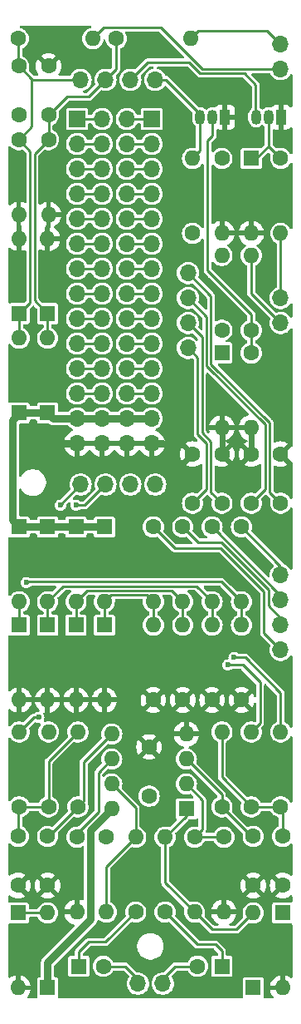
<source format=gbr>
%TF.GenerationSoftware,KiCad,Pcbnew,8.0.5*%
%TF.CreationDate,2024-11-21T14:29:38+00:00*%
%TF.ProjectId,EuroRackControl-IO,4575726f-5261-4636-9b43-6f6e74726f6c,rev?*%
%TF.SameCoordinates,Original*%
%TF.FileFunction,Copper,L1,Top*%
%TF.FilePolarity,Positive*%
%FSLAX46Y46*%
G04 Gerber Fmt 4.6, Leading zero omitted, Abs format (unit mm)*
G04 Created by KiCad (PCBNEW 8.0.5) date 2024-11-21 14:29:38*
%MOMM*%
%LPD*%
G01*
G04 APERTURE LIST*
%TA.AperFunction,ComponentPad*%
%ADD10R,1.600000X1.600000*%
%TD*%
%TA.AperFunction,ComponentPad*%
%ADD11O,1.600000X1.600000*%
%TD*%
%TA.AperFunction,ComponentPad*%
%ADD12C,1.600000*%
%TD*%
%TA.AperFunction,ComponentPad*%
%ADD13R,1.050000X1.500000*%
%TD*%
%TA.AperFunction,ComponentPad*%
%ADD14O,1.050000X1.500000*%
%TD*%
%TA.AperFunction,ComponentPad*%
%ADD15O,1.700000X1.700000*%
%TD*%
%TA.AperFunction,ComponentPad*%
%ADD16R,1.700000X1.700000*%
%TD*%
%TA.AperFunction,ViaPad*%
%ADD17C,0.600000*%
%TD*%
%TA.AperFunction,Conductor*%
%ADD18C,0.800000*%
%TD*%
%TA.AperFunction,Conductor*%
%ADD19C,0.600000*%
%TD*%
%TA.AperFunction,Conductor*%
%ADD20C,0.250000*%
%TD*%
G04 APERTURE END LIST*
D10*
%TO.P,D201,1,K*%
%TO.N,Net-(D200-A)*%
X51500000Y-140800000D03*
D11*
%TO.P,D201,2,A*%
%TO.N,GND*%
X51500000Y-148420000D03*
%TD*%
D10*
%TO.P,C202,1*%
%TO.N,Net-(C202-Pad1)*%
X57700000Y-146240000D03*
D12*
%TO.P,C202,2*%
%TO.N,/AUDIO_OUT_2*%
X60200000Y-146240000D03*
%TD*%
%TO.P,R401,1*%
%TO.N,/MCU_CV_IN_1*%
X54600000Y-62100000D03*
D11*
%TO.P,R401,2*%
%TO.N,GND*%
X54600000Y-69720000D03*
%TD*%
D12*
%TO.P,R601,1*%
%TO.N,GND*%
X71300000Y-119120000D03*
D11*
%TO.P,R601,2*%
%TO.N,/MCU_OUT_3*%
X71300000Y-111500000D03*
%TD*%
D13*
%TO.P,Q1,1,E*%
%TO.N,GND*%
X72600000Y-59800000D03*
D14*
%TO.P,Q1,2,B*%
%TO.N,Net-(D300-K)*%
X71330000Y-59800000D03*
%TO.P,Q1,3,C*%
%TO.N,/MCU_GATE_IN_1*%
X70060000Y-59800000D03*
%TD*%
D12*
%TO.P,C100,1*%
%TO.N,Net-(C100-Pad1)*%
X78500000Y-133000000D03*
%TO.P,C100,2*%
%TO.N,GND*%
X78500000Y-138000000D03*
%TD*%
%TO.P,R204,1*%
%TO.N,Net-(U1B--)*%
X60500000Y-133080000D03*
D11*
%TO.P,R204,2*%
%TO.N,Net-(D200-A)*%
X60500000Y-140700000D03*
%TD*%
D10*
%TO.P,D101,1,K*%
%TO.N,Net-(D100-A)*%
X78500000Y-140800000D03*
D11*
%TO.P,D101,2,A*%
%TO.N,GND*%
X78500000Y-148420000D03*
%TD*%
D12*
%TO.P,R203,1*%
%TO.N,Net-(U1B--)*%
X57500000Y-133080000D03*
D11*
%TO.P,R203,2*%
%TO.N,GND*%
X57500000Y-140700000D03*
%TD*%
D12*
%TO.P,C600,1*%
%TO.N,/MCU_OUT_3*%
X75300000Y-99100000D03*
%TO.P,C600,2*%
%TO.N,GND*%
X75300000Y-94100000D03*
%TD*%
D10*
%TO.P,D401,1,K*%
%TO.N,/MCU_CV_IN_1*%
X54500000Y-79800000D03*
D11*
%TO.P,D401,2,A*%
%TO.N,GND*%
X54500000Y-72180000D03*
%TD*%
D12*
%TO.P,C101,1*%
%TO.N,Net-(U1A-+)*%
X75500000Y-133000000D03*
%TO.P,C101,2*%
%TO.N,GND*%
X75500000Y-138000000D03*
%TD*%
%TO.P,R351,1*%
%TO.N,Net-(D350-K)*%
X72300000Y-64000000D03*
D11*
%TO.P,R351,2*%
%TO.N,GND*%
X72300000Y-71620000D03*
%TD*%
D10*
%TO.P,U1,1*%
%TO.N,Net-(D100-A)*%
X68670000Y-130210000D03*
D11*
%TO.P,U1,2,-*%
%TO.N,Net-(U1A--)*%
X68670000Y-127670000D03*
%TO.P,U1,3,+*%
%TO.N,Net-(U1A-+)*%
X68670000Y-125130000D03*
%TO.P,U1,4,V-*%
%TO.N,GND*%
X68670000Y-122590000D03*
%TO.P,U1,5,+*%
%TO.N,Net-(U1B-+)*%
X61050000Y-122590000D03*
%TO.P,U1,6,-*%
%TO.N,Net-(U1B--)*%
X61050000Y-125130000D03*
%TO.P,U1,7*%
%TO.N,Net-(D200-A)*%
X61050000Y-127670000D03*
%TO.P,U1,8,V+*%
%TO.N,VCC*%
X61050000Y-130210000D03*
%TD*%
D15*
%TO.P,J10,1,Pin_1*%
%TO.N,/GATE_IN_1*%
X78300000Y-80760000D03*
%TO.P,J10,2,Pin_2*%
%TO.N,/GATE_IN_2*%
X78300000Y-78220000D03*
%TD*%
D12*
%TO.P,C550,1*%
%TO.N,/MCU_OUT_2*%
X72300000Y-99100000D03*
%TO.P,C550,2*%
%TO.N,GND*%
X72300000Y-94100000D03*
%TD*%
%TO.P,R651,1*%
%TO.N,GND*%
X74300000Y-119120000D03*
D11*
%TO.P,R651,2*%
%TO.N,/MCU_OUT_4*%
X74300000Y-111500000D03*
%TD*%
D12*
%TO.P,R104,1*%
%TO.N,Net-(U1A--)*%
X69500000Y-133080000D03*
D11*
%TO.P,R104,2*%
%TO.N,Net-(D100-A)*%
X69500000Y-140700000D03*
%TD*%
D10*
%TO.P,D500,1,K*%
%TO.N,VCC*%
X60300000Y-101500000D03*
D11*
%TO.P,D500,2,A*%
%TO.N,/MCU_OUT_1*%
X60300000Y-109120000D03*
%TD*%
D12*
%TO.P,R102,1*%
%TO.N,Net-(U1A-+)*%
X72300000Y-130000000D03*
D11*
%TO.P,R102,2*%
%TO.N,Net-(C100-Pad1)*%
X72300000Y-122380000D03*
%TD*%
D12*
%TO.P,C200,1*%
%TO.N,Net-(C200-Pad1)*%
X51500000Y-133000000D03*
%TO.P,C200,2*%
%TO.N,GND*%
X51500000Y-138000000D03*
%TD*%
D15*
%TO.P,J15,1,Pin_1*%
%TO.N,Net-(J15-Pin_1)*%
X60050000Y-60000000D03*
%TO.P,J15,2,Pin_2*%
%TO.N,Net-(J15-Pin_2)*%
X60050000Y-62540000D03*
%TO.P,J15,3,Pin_3*%
%TO.N,Net-(J15-Pin_3)*%
X60050000Y-65080000D03*
%TO.P,J15,4,Pin_4*%
%TO.N,Net-(J15-Pin_4)*%
X60050000Y-67620000D03*
%TO.P,J15,5,Pin_5*%
%TO.N,Net-(J15-Pin_5)*%
X60050000Y-70160000D03*
%TO.P,J15,6,Pin_6*%
%TO.N,Net-(J15-Pin_6)*%
X60050000Y-72700000D03*
%TO.P,J15,7,Pin_7*%
%TO.N,Net-(J15-Pin_7)*%
X60050000Y-75240000D03*
%TO.P,J15,8,Pin_8*%
%TO.N,Net-(J15-Pin_8)*%
X60050000Y-77780000D03*
%TO.P,J15,9,Pin_9*%
%TO.N,Net-(J15-Pin_9)*%
X60050000Y-80320000D03*
%TO.P,J15,10,Pin_10*%
%TO.N,Net-(J15-Pin_10)*%
X60050000Y-82860000D03*
%TO.P,J15,11,Pin_11*%
%TO.N,Net-(J15-Pin_11)*%
X60050000Y-85400000D03*
%TO.P,J15,12,Pin_12*%
%TO.N,Net-(J15-Pin_12)*%
X60050000Y-87940000D03*
%TO.P,J15,13,Pin_13*%
%TO.N,VCC*%
X60050000Y-90480000D03*
%TO.P,J15,14,Pin_14*%
%TO.N,GND*%
X60050000Y-93020000D03*
%TD*%
D12*
%TO.P,R100,1*%
%TO.N,Net-(C100-Pad1)*%
X78300000Y-130000000D03*
D11*
%TO.P,R100,2*%
%TO.N,/MCU_PWM_1_L*%
X78300000Y-122380000D03*
%TD*%
D12*
%TO.P,R302,1*%
%TO.N,VCC*%
X69300000Y-71620000D03*
D11*
%TO.P,R302,2*%
%TO.N,/MCU_GATE_IN_1*%
X69300000Y-64000000D03*
%TD*%
D12*
%TO.P,R501,1*%
%TO.N,GND*%
X65300000Y-119120000D03*
D11*
%TO.P,R501,2*%
%TO.N,/MCU_OUT_1*%
X65300000Y-111500000D03*
%TD*%
D15*
%TO.P,J13,1,Pin_1*%
%TO.N,/AUDIO_OUT_1*%
X66270000Y-148000000D03*
%TO.P,J13,2,Pin_2*%
%TO.N,/AUDIO_OUT_2*%
X63730000Y-148000000D03*
%TD*%
D12*
%TO.P,C400,1*%
%TO.N,/MCU_CV_IN_1*%
X54600000Y-59600000D03*
%TO.P,C400,2*%
%TO.N,GND*%
X54600000Y-54600000D03*
%TD*%
D15*
%TO.P,J16,1,Pin_1*%
%TO.N,Net-(J14-Pin_1)*%
X62590000Y-60000000D03*
%TO.P,J16,2,Pin_2*%
%TO.N,Net-(J14-Pin_2)*%
X62590000Y-62540000D03*
%TO.P,J16,3,Pin_3*%
%TO.N,Net-(J14-Pin_3)*%
X62590000Y-65080000D03*
%TO.P,J16,4,Pin_4*%
%TO.N,Net-(J14-Pin_4)*%
X62590000Y-67620000D03*
%TO.P,J16,5,Pin_5*%
%TO.N,Net-(J14-Pin_5)*%
X62590000Y-70160000D03*
%TO.P,J16,6,Pin_6*%
%TO.N,Net-(J14-Pin_6)*%
X62590000Y-72700000D03*
%TO.P,J16,7,Pin_7*%
%TO.N,Net-(J14-Pin_7)*%
X62590000Y-75240000D03*
%TO.P,J16,8,Pin_8*%
%TO.N,Net-(J14-Pin_8)*%
X62590000Y-77780000D03*
%TO.P,J16,9,Pin_9*%
%TO.N,Net-(J14-Pin_9)*%
X62590000Y-80320000D03*
%TO.P,J16,10,Pin_10*%
%TO.N,Net-(J14-Pin_10)*%
X62590000Y-82860000D03*
%TO.P,J16,11,Pin_11*%
%TO.N,Net-(J14-Pin_11)*%
X62590000Y-85400000D03*
%TO.P,J16,12,Pin_12*%
%TO.N,Net-(J14-Pin_12)*%
X62590000Y-87940000D03*
%TO.P,J16,13,Pin_13*%
%TO.N,VCC*%
X62590000Y-90480000D03*
%TO.P,J16,14,Pin_14*%
%TO.N,GND*%
X62590000Y-93020000D03*
%TD*%
D12*
%TO.P,R300,1*%
%TO.N,Net-(D300-K)*%
X75300000Y-81500000D03*
D11*
%TO.P,R300,2*%
%TO.N,/GATE_IN_1*%
X75300000Y-73880000D03*
%TD*%
D12*
%TO.P,R352,1*%
%TO.N,VCC*%
X72300000Y-81500000D03*
D11*
%TO.P,R352,2*%
%TO.N,/MCU_GATE_IN_2*%
X72300000Y-73880000D03*
%TD*%
D12*
%TO.P,C450,1*%
%TO.N,/MCU_CV_IN_2*%
X51550000Y-54600000D03*
%TO.P,C450,2*%
%TO.N,GND*%
X51550000Y-59600000D03*
%TD*%
D10*
%TO.P,D600,1,K*%
%TO.N,VCC*%
X54500000Y-101500000D03*
D11*
%TO.P,D600,2,A*%
%TO.N,/MCU_OUT_3*%
X54500000Y-109120000D03*
%TD*%
D15*
%TO.P,J12,1,Pin_1*%
%TO.N,/OUT_1*%
X78300000Y-114040000D03*
%TO.P,J12,2,Pin_2*%
%TO.N,/OUT_2*%
X78300000Y-111500000D03*
%TO.P,J12,3,Pin_3*%
%TO.N,/OUT_3*%
X78300000Y-108960000D03*
%TO.P,J12,4,Pin_4*%
%TO.N,/OUT_4*%
X78300000Y-106420000D03*
%TD*%
D10*
%TO.P,D100,1,K*%
%TO.N,VCC*%
X75500000Y-148420000D03*
D11*
%TO.P,D100,2,A*%
%TO.N,Net-(D100-A)*%
X75500000Y-140800000D03*
%TD*%
D12*
%TO.P,R101,1*%
%TO.N,Net-(C100-Pad1)*%
X75300000Y-130000000D03*
D11*
%TO.P,R101,2*%
%TO.N,/MCU_PWM_1_H*%
X75300000Y-122380000D03*
%TD*%
D10*
%TO.P,D501,1,K*%
%TO.N,/MCU_OUT_1*%
X60300000Y-111500000D03*
D11*
%TO.P,D501,2,A*%
%TO.N,GND*%
X60300000Y-119120000D03*
%TD*%
D12*
%TO.P,C650,1*%
%TO.N,/MCU_OUT_4*%
X78300000Y-99100000D03*
%TO.P,C650,2*%
%TO.N,GND*%
X78300000Y-94100000D03*
%TD*%
%TO.P,R551,1*%
%TO.N,GND*%
X68300000Y-119120000D03*
D11*
%TO.P,R551,2*%
%TO.N,/MCU_OUT_2*%
X68300000Y-111500000D03*
%TD*%
D12*
%TO.P,R103,1*%
%TO.N,Net-(U1A--)*%
X72500000Y-133080000D03*
D11*
%TO.P,R103,2*%
%TO.N,GND*%
X72500000Y-140700000D03*
%TD*%
D12*
%TO.P,R202,1*%
%TO.N,Net-(U1B-+)*%
X57600000Y-130000000D03*
D11*
%TO.P,R202,2*%
%TO.N,Net-(C200-Pad1)*%
X57600000Y-122380000D03*
%TD*%
D12*
%TO.P,R350,1*%
%TO.N,Net-(D350-K)*%
X78300000Y-64000000D03*
D11*
%TO.P,R350,2*%
%TO.N,/GATE_IN_2*%
X78300000Y-71620000D03*
%TD*%
D12*
%TO.P,R200,1*%
%TO.N,Net-(C200-Pad1)*%
X54600000Y-130000000D03*
D11*
%TO.P,R200,2*%
%TO.N,/MCU_PWM_2_L*%
X54600000Y-122380000D03*
%TD*%
D12*
%TO.P,R105,1*%
%TO.N,Net-(C102-Pad1)*%
X66500000Y-140700000D03*
D11*
%TO.P,R105,2*%
%TO.N,Net-(D100-A)*%
X66500000Y-133080000D03*
%TD*%
D10*
%TO.P,D350,1,K*%
%TO.N,Net-(D350-K)*%
X75300000Y-64000000D03*
D11*
%TO.P,D350,2,A*%
%TO.N,GND*%
X75300000Y-71620000D03*
%TD*%
D10*
%TO.P,D400,1,K*%
%TO.N,VCC*%
X54500000Y-89900000D03*
D11*
%TO.P,D400,2,A*%
%TO.N,/MCU_CV_IN_1*%
X54500000Y-82280000D03*
%TD*%
D12*
%TO.P,R301,1*%
%TO.N,Net-(D300-K)*%
X75300000Y-83800000D03*
D11*
%TO.P,R301,2*%
%TO.N,GND*%
X75300000Y-91420000D03*
%TD*%
D10*
%TO.P,D651,1,K*%
%TO.N,/MCU_OUT_4*%
X51600000Y-111500000D03*
D11*
%TO.P,D651,2,A*%
%TO.N,GND*%
X51600000Y-119120000D03*
%TD*%
D12*
%TO.P,R500,1*%
%TO.N,/OUT_1*%
X65300000Y-101500000D03*
D11*
%TO.P,R500,2*%
%TO.N,/MCU_OUT_1*%
X65300000Y-109120000D03*
%TD*%
D12*
%TO.P,R650,1*%
%TO.N,/OUT_4*%
X74300000Y-101500000D03*
D11*
%TO.P,R650,2*%
%TO.N,/MCU_OUT_4*%
X74300000Y-109120000D03*
%TD*%
D10*
%TO.P,D550,1,K*%
%TO.N,VCC*%
X57400000Y-101500000D03*
D11*
%TO.P,D550,2,A*%
%TO.N,/MCU_OUT_2*%
X57400000Y-109120000D03*
%TD*%
D10*
%TO.P,D200,1,K*%
%TO.N,VCC*%
X54500000Y-148420000D03*
D11*
%TO.P,D200,2,A*%
%TO.N,Net-(D200-A)*%
X54500000Y-140800000D03*
%TD*%
D10*
%TO.P,D450,1,K*%
%TO.N,VCC*%
X51600000Y-89900000D03*
D11*
%TO.P,D450,2,A*%
%TO.N,/MCU_CV_IN_2*%
X51600000Y-82280000D03*
%TD*%
D12*
%TO.P,C500,1*%
%TO.N,/MCU_OUT_1*%
X69300000Y-99100000D03*
%TO.P,C500,2*%
%TO.N,GND*%
X69300000Y-94100000D03*
%TD*%
%TO.P,C11,1*%
%TO.N,VCC*%
X64870000Y-128910000D03*
%TO.P,C11,2*%
%TO.N,GND*%
X64870000Y-123910000D03*
%TD*%
D10*
%TO.P,D601,1,K*%
%TO.N,/MCU_OUT_3*%
X54500000Y-111500000D03*
D11*
%TO.P,D601,2,A*%
%TO.N,GND*%
X54500000Y-119120000D03*
%TD*%
D12*
%TO.P,R600,1*%
%TO.N,/OUT_3*%
X71300000Y-101500000D03*
D11*
%TO.P,R600,2*%
%TO.N,/MCU_OUT_3*%
X71300000Y-109120000D03*
%TD*%
D12*
%TO.P,R400,1*%
%TO.N,/MCU_CV_IN_1*%
X61500000Y-51800000D03*
D11*
%TO.P,R400,2*%
%TO.N,/CV_IN_1*%
X69120000Y-51800000D03*
%TD*%
D10*
%TO.P,D551,1,K*%
%TO.N,/MCU_OUT_2*%
X57400000Y-111500000D03*
D11*
%TO.P,D551,2,A*%
%TO.N,GND*%
X57400000Y-119120000D03*
%TD*%
D12*
%TO.P,R451,1*%
%TO.N,/MCU_CV_IN_2*%
X51550000Y-62100000D03*
D11*
%TO.P,R451,2*%
%TO.N,GND*%
X51550000Y-69720000D03*
%TD*%
D10*
%TO.P,C102,1*%
%TO.N,Net-(C102-Pad1)*%
X72300000Y-146240000D03*
D12*
%TO.P,C102,2*%
%TO.N,/AUDIO_OUT_1*%
X69800000Y-146240000D03*
%TD*%
D13*
%TO.P,Q2,1,E*%
%TO.N,GND*%
X78340000Y-59800000D03*
D14*
%TO.P,Q2,2,B*%
%TO.N,Net-(D350-K)*%
X77070000Y-59800000D03*
%TO.P,Q2,3,C*%
%TO.N,/MCU_GATE_IN_2*%
X75800000Y-59800000D03*
%TD*%
D15*
%TO.P,J8,1,Pin_1*%
%TO.N,/MCU_OUT_1*%
X68830000Y-83300000D03*
%TO.P,J8,2,Pin_2*%
%TO.N,/MCU_OUT_2*%
X68830000Y-80760000D03*
%TO.P,J8,3,Pin_3*%
%TO.N,/MCU_OUT_3*%
X68830000Y-78220000D03*
%TO.P,J8,4,Pin_4*%
%TO.N,/MCU_OUT_4*%
X68830000Y-75680000D03*
%TD*%
D10*
%TO.P,D300,1,K*%
%TO.N,Net-(D300-K)*%
X72300000Y-83800000D03*
D11*
%TO.P,D300,2,A*%
%TO.N,GND*%
X72300000Y-91420000D03*
%TD*%
D12*
%TO.P,R450,1*%
%TO.N,/MCU_CV_IN_2*%
X51500000Y-51800000D03*
D11*
%TO.P,R450,2*%
%TO.N,/CV_IN_2*%
X59120000Y-51800000D03*
%TD*%
D15*
%TO.P,J11,1,Pin_1*%
%TO.N,/CV_IN_1*%
X78300000Y-52365000D03*
%TO.P,J11,2,Pin_2*%
%TO.N,/CV_IN_2*%
X78300000Y-54905000D03*
%TD*%
D10*
%TO.P,D650,1,K*%
%TO.N,VCC*%
X51600000Y-101500000D03*
D11*
%TO.P,D650,2,A*%
%TO.N,/MCU_OUT_4*%
X51600000Y-109120000D03*
%TD*%
D15*
%TO.P,J7,1,Pin_1*%
%TO.N,/MCU_GATE_IN_1*%
X65500000Y-56000000D03*
%TO.P,J7,2,Pin_2*%
%TO.N,/MCU_GATE_IN_2*%
X62960000Y-56000000D03*
%TO.P,J7,3,Pin_3*%
%TO.N,/MCU_CV_IN_1*%
X60420000Y-56000000D03*
%TO.P,J7,4,Pin_4*%
%TO.N,/MCU_CV_IN_2*%
X57880000Y-56000000D03*
%TD*%
D10*
%TO.P,D451,1,K*%
%TO.N,/MCU_CV_IN_2*%
X51600000Y-79800000D03*
D11*
%TO.P,D451,2,A*%
%TO.N,GND*%
X51600000Y-72180000D03*
%TD*%
D12*
%TO.P,R550,1*%
%TO.N,/OUT_2*%
X68300000Y-101500000D03*
D11*
%TO.P,R550,2*%
%TO.N,/MCU_OUT_2*%
X68300000Y-109120000D03*
%TD*%
D12*
%TO.P,R205,1*%
%TO.N,Net-(C202-Pad1)*%
X63500000Y-140700000D03*
D11*
%TO.P,R205,2*%
%TO.N,Net-(D200-A)*%
X63500000Y-133080000D03*
%TD*%
D12*
%TO.P,C201,1*%
%TO.N,Net-(U1B-+)*%
X54500000Y-133000000D03*
%TO.P,C201,2*%
%TO.N,GND*%
X54500000Y-138000000D03*
%TD*%
D15*
%TO.P,J9,1,Pin_1*%
%TO.N,/MCU_PWM_1_L*%
X65500000Y-97200000D03*
%TO.P,J9,2,Pin_2*%
%TO.N,/MCU_PWM_1_H*%
X62960000Y-97200000D03*
%TO.P,J9,3,Pin_3*%
%TO.N,/MCU_PWM_2_L*%
X60420000Y-97200000D03*
%TO.P,J9,4,Pin_4*%
%TO.N,/MCU_PWM_2_H*%
X57880000Y-97200000D03*
%TD*%
D12*
%TO.P,R201,1*%
%TO.N,Net-(C200-Pad1)*%
X51600000Y-130000000D03*
D11*
%TO.P,R201,2*%
%TO.N,/MCU_PWM_2_H*%
X51600000Y-122380000D03*
%TD*%
D16*
%TO.P,J14,1,Pin_1*%
%TO.N,Net-(J14-Pin_1)*%
X65130000Y-60000000D03*
D15*
%TO.P,J14,2,Pin_2*%
%TO.N,Net-(J14-Pin_2)*%
X65130000Y-62540000D03*
%TO.P,J14,3,Pin_3*%
%TO.N,Net-(J14-Pin_3)*%
X65130000Y-65080000D03*
%TO.P,J14,4,Pin_4*%
%TO.N,Net-(J14-Pin_4)*%
X65130000Y-67620000D03*
%TO.P,J14,5,Pin_5*%
%TO.N,Net-(J14-Pin_5)*%
X65130000Y-70160000D03*
%TO.P,J14,6,Pin_6*%
%TO.N,Net-(J14-Pin_6)*%
X65130000Y-72700000D03*
%TO.P,J14,7,Pin_7*%
%TO.N,Net-(J14-Pin_7)*%
X65130000Y-75240000D03*
%TO.P,J14,8,Pin_8*%
%TO.N,Net-(J14-Pin_8)*%
X65130000Y-77780000D03*
%TO.P,J14,9,Pin_9*%
%TO.N,Net-(J14-Pin_9)*%
X65130000Y-80320000D03*
%TO.P,J14,10,Pin_10*%
%TO.N,Net-(J14-Pin_10)*%
X65130000Y-82860000D03*
%TO.P,J14,11,Pin_11*%
%TO.N,Net-(J14-Pin_11)*%
X65130000Y-85400000D03*
%TO.P,J14,12,Pin_12*%
%TO.N,Net-(J14-Pin_12)*%
X65130000Y-87940000D03*
%TO.P,J14,13,Pin_13*%
%TO.N,VCC*%
X65130000Y-90480000D03*
%TO.P,J14,14,Pin_14*%
%TO.N,GND*%
X65130000Y-93020000D03*
%TD*%
D16*
%TO.P,J4,1,Pin_1*%
%TO.N,Net-(J15-Pin_1)*%
X57510000Y-60000000D03*
D15*
%TO.P,J4,2,Pin_2*%
%TO.N,Net-(J15-Pin_2)*%
X57510000Y-62540000D03*
%TO.P,J4,3,Pin_3*%
%TO.N,Net-(J15-Pin_3)*%
X57510000Y-65080000D03*
%TO.P,J4,4,Pin_4*%
%TO.N,Net-(J15-Pin_4)*%
X57510000Y-67620000D03*
%TO.P,J4,5,Pin_5*%
%TO.N,Net-(J15-Pin_5)*%
X57510000Y-70160000D03*
%TO.P,J4,6,Pin_6*%
%TO.N,Net-(J15-Pin_6)*%
X57510000Y-72700000D03*
%TO.P,J4,7,Pin_7*%
%TO.N,Net-(J15-Pin_7)*%
X57510000Y-75240000D03*
%TO.P,J4,8,Pin_8*%
%TO.N,Net-(J15-Pin_8)*%
X57510000Y-77780000D03*
%TO.P,J4,9,Pin_9*%
%TO.N,Net-(J15-Pin_9)*%
X57510000Y-80320000D03*
%TO.P,J4,10,Pin_10*%
%TO.N,Net-(J15-Pin_10)*%
X57510000Y-82860000D03*
%TO.P,J4,11,Pin_11*%
%TO.N,Net-(J15-Pin_11)*%
X57510000Y-85400000D03*
%TO.P,J4,12,Pin_12*%
%TO.N,Net-(J15-Pin_12)*%
X57510000Y-87940000D03*
%TO.P,J4,13,Pin_13*%
%TO.N,VCC*%
X57510000Y-90480000D03*
%TO.P,J4,14,Pin_14*%
%TO.N,GND*%
X57510000Y-93020000D03*
%TD*%
D17*
%TO.N,GND*%
X67818000Y-144526000D03*
X56388000Y-125984000D03*
X76770000Y-125940000D03*
X69360000Y-67790000D03*
X69850000Y-110236000D03*
X62330000Y-106172000D03*
X68326000Y-105156000D03*
X78740000Y-117602000D03*
X54356000Y-103378000D03*
X54350000Y-85970000D03*
X51540000Y-85940000D03*
X74422000Y-56642000D03*
X73406000Y-106680000D03*
X52832000Y-123444000D03*
X73770000Y-75510000D03*
X66802000Y-110236000D03*
X67564000Y-58674000D03*
X51562000Y-114046000D03*
X71882000Y-105156000D03*
X54740000Y-77530000D03*
X78220000Y-83370000D03*
X66802000Y-86614000D03*
X68326000Y-85090000D03*
X68580000Y-55670000D03*
X64516000Y-52578000D03*
X53110000Y-126230000D03*
X62390000Y-110880000D03*
X60452000Y-106172000D03*
X62330000Y-99314000D03*
X51562000Y-103378000D03*
X64960000Y-135128000D03*
X68072000Y-135128000D03*
X51090000Y-77530000D03*
X54356000Y-114020000D03*
X53086000Y-141986000D03*
X59930000Y-53850000D03*
X72898000Y-110236000D03*
X61790000Y-144526000D03*
X69088000Y-61214000D03*
X65024000Y-138938000D03*
X56642000Y-147828000D03*
X60198000Y-114046000D03*
X69596000Y-138176000D03*
X67310000Y-73914000D03*
%TO.N,/MCU_OUT_4*%
X52324000Y-107188000D03*
%TO.N,/MCU_PWM_1_L*%
X73552496Y-114808000D03*
%TO.N,/MCU_PWM_2_L*%
X57404000Y-99314000D03*
%TO.N,/MCU_PWM_1_H*%
X72898000Y-115570000D03*
%TO.N,/MCU_PWM_2_H*%
X55810000Y-99314000D03*
X53594000Y-120904000D03*
%TD*%
D18*
%TO.N,GND*%
X65130000Y-93020000D02*
X66238000Y-93020000D01*
X57510000Y-93020000D02*
X56190000Y-93020000D01*
D19*
X72300000Y-91420000D02*
X72300000Y-94100000D01*
X75300000Y-91420000D02*
X75300000Y-94100000D01*
D20*
%TO.N,/MCU_CV_IN_1*%
X61500000Y-54102000D02*
X61500000Y-54920000D01*
X56460000Y-57740000D02*
X58166000Y-57740000D01*
X53175000Y-78475000D02*
X54500000Y-79800000D01*
X58680000Y-57740000D02*
X60420000Y-56000000D01*
X61500000Y-51800000D02*
X61500000Y-54102000D01*
X53175000Y-63525000D02*
X53175000Y-78475000D01*
X54600000Y-62100000D02*
X53175000Y-63525000D01*
X54500000Y-79800000D02*
X54500000Y-82280000D01*
X54600000Y-59600000D02*
X54600000Y-62100000D01*
X54600000Y-59600000D02*
X56460000Y-57740000D01*
X61500000Y-54920000D02*
X60420000Y-56000000D01*
X58166000Y-57740000D02*
X58680000Y-57740000D01*
%TO.N,/MCU_OUT_1*%
X60300000Y-109120000D02*
X60300000Y-109118000D01*
X70725000Y-97675000D02*
X70725000Y-93016396D01*
X69825000Y-84295000D02*
X68830000Y-83300000D01*
X64625000Y-108445000D02*
X65300000Y-109120000D01*
X60973000Y-108445000D02*
X64625000Y-108445000D01*
X70725000Y-93016396D02*
X69825000Y-92116396D01*
X65300000Y-111500000D02*
X65300000Y-109120000D01*
X69300000Y-99100000D02*
X70725000Y-97675000D01*
X60300000Y-109118000D02*
X60973000Y-108445000D01*
X69825000Y-92116396D02*
X69825000Y-84295000D01*
X60300000Y-109120000D02*
X60300000Y-111500000D01*
%TO.N,Net-(U1A-+)*%
X72300000Y-128760000D02*
X72300000Y-130000000D01*
X68670000Y-125130000D02*
X72300000Y-128760000D01*
X75300000Y-133000000D02*
X75500000Y-133000000D01*
X72300000Y-130000000D02*
X75300000Y-133000000D01*
%TO.N,/AUDIO_OUT_1*%
X69800000Y-146240000D02*
X67530000Y-146240000D01*
X67530000Y-146240000D02*
X66270000Y-147500000D01*
%TO.N,Net-(U1B-+)*%
X61050000Y-122590000D02*
X58180000Y-125460000D01*
X58180000Y-125460000D02*
X58180000Y-129420000D01*
X57600000Y-130000000D02*
X54600000Y-133000000D01*
X54600000Y-133000000D02*
X54500000Y-133000000D01*
X58180000Y-129420000D02*
X57600000Y-130000000D01*
%TO.N,/AUDIO_OUT_2*%
X60200000Y-146240000D02*
X62470000Y-146240000D01*
X62470000Y-146240000D02*
X63730000Y-147500000D01*
%TO.N,/MCU_CV_IN_2*%
X52725000Y-63275000D02*
X52725000Y-78675000D01*
X52880000Y-57310000D02*
X52880000Y-60770000D01*
X51500000Y-51800000D02*
X51500000Y-54550000D01*
X52880000Y-55930000D02*
X52950000Y-56000000D01*
X52880000Y-55930000D02*
X52880000Y-57310000D01*
X51550000Y-62100000D02*
X52725000Y-63275000D01*
X51600000Y-79800000D02*
X51600000Y-82280000D01*
X52725000Y-78675000D02*
X51600000Y-79800000D01*
X51500000Y-54550000D02*
X51550000Y-54600000D01*
X51550000Y-54600000D02*
X52880000Y-55930000D01*
X52950000Y-56000000D02*
X57880000Y-56000000D01*
X52880000Y-60770000D02*
X51550000Y-62100000D01*
%TO.N,/MCU_OUT_2*%
X57400000Y-109120000D02*
X58525000Y-107995000D01*
X68300000Y-109120000D02*
X68300000Y-111500000D01*
X58525000Y-107995000D02*
X67175000Y-107995000D01*
X70275000Y-82205000D02*
X70275000Y-91930000D01*
X68830000Y-80760000D02*
X70275000Y-82205000D01*
X67175000Y-107995000D02*
X68300000Y-109120000D01*
X57400000Y-109120000D02*
X57400000Y-111500000D01*
X70275000Y-91930000D02*
X71175000Y-92830000D01*
X71175000Y-92830000D02*
X71175000Y-97975000D01*
X71175000Y-97975000D02*
X72300000Y-99100000D01*
D18*
%TO.N,VCC*%
X54500000Y-101500000D02*
X60300000Y-101500000D01*
X50900000Y-90600000D02*
X50900000Y-100800000D01*
X54500000Y-101500000D02*
X51600000Y-101500000D01*
X61050000Y-130210000D02*
X58900000Y-132360000D01*
X55080000Y-90480000D02*
X54500000Y-89900000D01*
X57510000Y-90480000D02*
X65130000Y-90480000D01*
X57510000Y-90480000D02*
X55080000Y-90480000D01*
X54500000Y-145879899D02*
X54500000Y-148420000D01*
X51600000Y-89900000D02*
X50900000Y-90600000D01*
X58900000Y-141479899D02*
X54500000Y-145879899D01*
X58900000Y-132360000D02*
X58900000Y-141479899D01*
X54500000Y-89900000D02*
X51600000Y-89900000D01*
X50900000Y-100800000D02*
X51600000Y-101500000D01*
D20*
%TO.N,/MCU_OUT_3*%
X54500000Y-109120000D02*
X56075000Y-107545000D01*
X76708000Y-97692000D02*
X75300000Y-99100000D01*
X56075000Y-107545000D02*
X69725000Y-107545000D01*
X70725000Y-80115000D02*
X70725000Y-85111396D01*
X70725000Y-85111396D02*
X76708000Y-91094396D01*
X54500000Y-109120000D02*
X54500000Y-111500000D01*
X68830000Y-78220000D02*
X70725000Y-80115000D01*
X69725000Y-107545000D02*
X71300000Y-109120000D01*
X71300000Y-109120000D02*
X71300000Y-111500000D01*
X76708000Y-91094396D02*
X76708000Y-97692000D01*
%TO.N,/MCU_OUT_4*%
X71175000Y-84925000D02*
X77175000Y-90925000D01*
X51600000Y-109120000D02*
X51600000Y-111500000D01*
X71175000Y-78025000D02*
X71175000Y-84925000D01*
X68830000Y-75680000D02*
X71175000Y-78025000D01*
X74300000Y-109120000D02*
X74300000Y-111500000D01*
X74300000Y-109120000D02*
X72275000Y-107095000D01*
X72275000Y-107095000D02*
X52417000Y-107095000D01*
X52324000Y-107188000D02*
X52231000Y-107095000D01*
X77175000Y-97975000D02*
X78300000Y-99100000D01*
X77175000Y-90925000D02*
X77175000Y-97975000D01*
X52417000Y-107095000D02*
X52324000Y-107188000D01*
%TO.N,/MCU_GATE_IN_1*%
X65500000Y-56000000D02*
X66550000Y-56000000D01*
X70060000Y-59800000D02*
X70060000Y-63240000D01*
X70060000Y-59510000D02*
X70060000Y-59800000D01*
X65820000Y-56320000D02*
X65500000Y-56000000D01*
X70060000Y-63240000D02*
X69300000Y-64000000D01*
X66550000Y-56000000D02*
X70060000Y-59510000D01*
%TO.N,/MCU_GATE_IN_2*%
X75750000Y-56510000D02*
X74595000Y-55355000D01*
X64710000Y-54250000D02*
X62960000Y-56000000D01*
X75800000Y-59800000D02*
X75800000Y-59075000D01*
X70088604Y-55355000D02*
X68983604Y-54250000D01*
X75750000Y-59025000D02*
X75750000Y-56510000D01*
X68983604Y-54250000D02*
X64710000Y-54250000D01*
X74595000Y-55355000D02*
X70088604Y-55355000D01*
X75800000Y-59075000D02*
X75750000Y-59025000D01*
%TO.N,/GATE_IN_1*%
X75300000Y-73880000D02*
X75300000Y-77760000D01*
X75300000Y-77760000D02*
X78300000Y-80760000D01*
%TO.N,/CV_IN_1*%
X69120000Y-51800000D02*
X69919999Y-51000001D01*
X76935001Y-51000001D02*
X78300000Y-52365000D01*
X69919999Y-51000001D02*
X76935001Y-51000001D01*
%TO.N,/OUT_1*%
X76598198Y-108070990D02*
X76598198Y-112338198D01*
X72202208Y-103675000D02*
X76598198Y-108070990D01*
X76598198Y-112338198D02*
X78300000Y-114040000D01*
X67475000Y-103675000D02*
X72202208Y-103675000D01*
X65300000Y-101500000D02*
X67475000Y-103675000D01*
%TO.N,Net-(U1A--)*%
X68670000Y-127670000D02*
X70299999Y-129299999D01*
X70299999Y-132280001D02*
X69500000Y-133080000D01*
X72500000Y-133080000D02*
X69500000Y-133080000D01*
X70299999Y-129299999D02*
X70299999Y-132280001D01*
%TO.N,/MCU_PWM_1_L*%
X73552496Y-114808000D02*
X74676000Y-114808000D01*
X74676000Y-114808000D02*
X78300000Y-118432000D01*
X78300000Y-118432000D02*
X78300000Y-122380000D01*
%TO.N,/MCU_PWM_2_L*%
X60420000Y-97200000D02*
X58306000Y-99314000D01*
X58306000Y-99314000D02*
X57404000Y-99314000D01*
%TO.N,Net-(U1B--)*%
X57500000Y-132734696D02*
X57500000Y-133080000D01*
X59684348Y-130550348D02*
X57500000Y-132734696D01*
X59684348Y-126495652D02*
X61050000Y-125130000D01*
X59684348Y-130550348D02*
X59684348Y-126495652D01*
%TO.N,/GATE_IN_2*%
X78300000Y-71620000D02*
X78300000Y-78220000D01*
%TO.N,/CV_IN_2*%
X59120000Y-51800000D02*
X60245000Y-50675000D01*
X66045000Y-50675000D02*
X70275000Y-54905000D01*
X70275000Y-54905000D02*
X78300000Y-54905000D01*
X60245000Y-50675000D02*
X66045000Y-50675000D01*
%TO.N,/OUT_2*%
X78300000Y-110763604D02*
X78300000Y-111500000D01*
X69868198Y-103068198D02*
X72231802Y-103068198D01*
X77048198Y-107884594D02*
X77048198Y-109511802D01*
X68300000Y-101500000D02*
X69868198Y-103068198D01*
X72231802Y-103068198D02*
X77048198Y-107884594D01*
X77048198Y-109511802D02*
X78300000Y-110763604D01*
%TO.N,/MCU_PWM_1_H*%
X74422000Y-115570000D02*
X75184000Y-116332000D01*
X76200000Y-121480000D02*
X75300000Y-122380000D01*
X72898000Y-115570000D02*
X74422000Y-115570000D01*
X76200000Y-117348000D02*
X76200000Y-121480000D01*
X75184000Y-116332000D02*
X76200000Y-117348000D01*
%TO.N,/MCU_PWM_2_H*%
X53594000Y-120904000D02*
X53076000Y-120904000D01*
X51600000Y-122380000D02*
X53076000Y-120904000D01*
X55810000Y-99270000D02*
X57880000Y-97200000D01*
X55810000Y-99314000D02*
X55810000Y-99270000D01*
%TO.N,/OUT_3*%
X71300000Y-101500000D02*
X78300000Y-108500000D01*
X78300000Y-108500000D02*
X78300000Y-108960000D01*
%TO.N,/OUT_4*%
X78300000Y-105500000D02*
X78300000Y-106420000D01*
X74300000Y-101500000D02*
X78300000Y-105500000D01*
%TO.N,Net-(J15-Pin_9)*%
X57510000Y-80320000D02*
X60050000Y-80320000D01*
%TO.N,Net-(J15-Pin_1)*%
X57510000Y-60000000D02*
X60050000Y-60000000D01*
%TO.N,Net-(J15-Pin_6)*%
X60050000Y-72700000D02*
X57510000Y-72700000D01*
%TO.N,Net-(J15-Pin_11)*%
X57510000Y-85400000D02*
X60050000Y-85400000D01*
%TO.N,Net-(J15-Pin_12)*%
X57510000Y-87940000D02*
X60050000Y-87940000D01*
%TO.N,Net-(J15-Pin_7)*%
X57510000Y-75240000D02*
X60050000Y-75240000D01*
%TO.N,Net-(J15-Pin_4)*%
X60050000Y-67620000D02*
X57510000Y-67620000D01*
%TO.N,Net-(J15-Pin_3)*%
X57510000Y-65080000D02*
X60050000Y-65080000D01*
%TO.N,Net-(J15-Pin_8)*%
X60050000Y-77780000D02*
X57510000Y-77780000D01*
%TO.N,Net-(J15-Pin_2)*%
X57510000Y-62540000D02*
X60050000Y-62540000D01*
%TO.N,Net-(J15-Pin_5)*%
X57510000Y-70160000D02*
X60050000Y-70160000D01*
%TO.N,Net-(J15-Pin_10)*%
X60050000Y-82860000D02*
X57510000Y-82860000D01*
%TO.N,Net-(J14-Pin_5)*%
X62590000Y-70160000D02*
X65130000Y-70160000D01*
%TO.N,Net-(J14-Pin_4)*%
X65130000Y-67620000D02*
X62590000Y-67620000D01*
%TO.N,Net-(J14-Pin_6)*%
X65130000Y-72700000D02*
X62590000Y-72700000D01*
%TO.N,Net-(J14-Pin_12)*%
X62590000Y-87940000D02*
X65130000Y-87940000D01*
%TO.N,Net-(J14-Pin_3)*%
X65130000Y-65080000D02*
X62590000Y-65080000D01*
%TO.N,Net-(J14-Pin_10)*%
X62590000Y-82860000D02*
X65130000Y-82860000D01*
%TO.N,Net-(J14-Pin_9)*%
X62590000Y-80320000D02*
X65130000Y-80320000D01*
%TO.N,Net-(J14-Pin_2)*%
X62590000Y-62540000D02*
X65130000Y-62540000D01*
%TO.N,Net-(J14-Pin_11)*%
X65130000Y-85400000D02*
X62590000Y-85400000D01*
%TO.N,Net-(J14-Pin_8)*%
X65130000Y-77780000D02*
X62590000Y-77780000D01*
%TO.N,Net-(J14-Pin_1)*%
X62590000Y-60000000D02*
X65130000Y-60000000D01*
%TO.N,Net-(J14-Pin_7)*%
X62590000Y-75240000D02*
X65130000Y-75240000D01*
%TO.N,Net-(C100-Pad1)*%
X78500000Y-130200000D02*
X78300000Y-130000000D01*
X72300000Y-127000000D02*
X75300000Y-130000000D01*
X72300000Y-122380000D02*
X72300000Y-127000000D01*
X78300000Y-130000000D02*
X75300000Y-130000000D01*
X78500000Y-133000000D02*
X78500000Y-130200000D01*
%TO.N,Net-(C102-Pad1)*%
X66500000Y-140700000D02*
X69818000Y-144018000D01*
X69818000Y-144018000D02*
X71628000Y-144018000D01*
X72300000Y-144690000D02*
X72300000Y-146240000D01*
X71628000Y-144018000D02*
X72300000Y-144690000D01*
%TO.N,Net-(C200-Pad1)*%
X51500000Y-130100000D02*
X51600000Y-130000000D01*
X51500000Y-133000000D02*
X51500000Y-130100000D01*
X54600000Y-125380000D02*
X57600000Y-122380000D01*
X51600000Y-130000000D02*
X54600000Y-130000000D01*
X54600000Y-130000000D02*
X54600000Y-125380000D01*
%TO.N,Net-(C202-Pad1)*%
X60436000Y-143764000D02*
X63500000Y-140700000D01*
X57700000Y-146240000D02*
X57700000Y-144738000D01*
X57700000Y-144738000D02*
X58674000Y-143764000D01*
X58674000Y-143764000D02*
X60436000Y-143764000D01*
%TO.N,Net-(D100-A)*%
X66500000Y-137700000D02*
X69500000Y-140700000D01*
X68670000Y-130910000D02*
X66500000Y-133080000D01*
X68670000Y-130210000D02*
X68670000Y-130910000D01*
X66500000Y-133080000D02*
X66500000Y-137700000D01*
X69500000Y-140700000D02*
X71294000Y-142494000D01*
X73806000Y-142494000D02*
X75500000Y-140800000D01*
X71294000Y-142494000D02*
X73806000Y-142494000D01*
%TO.N,Net-(D200-A)*%
X60500000Y-140700000D02*
X60500000Y-136080000D01*
X63500000Y-130120000D02*
X63500000Y-133080000D01*
X61050000Y-127670000D02*
X63500000Y-130120000D01*
X51500000Y-140800000D02*
X54500000Y-140800000D01*
X60500000Y-136080000D02*
X63500000Y-133080000D01*
%TO.N,Net-(D300-K)*%
X75300000Y-81500000D02*
X75300000Y-79872000D01*
X71247000Y-75819000D02*
X71231000Y-75819000D01*
X70850000Y-62202000D02*
X71330000Y-61722000D01*
X71231000Y-75819000D02*
X70850000Y-75438000D01*
X75300000Y-83800000D02*
X75300000Y-81500000D01*
X71330000Y-61722000D02*
X71330000Y-59800000D01*
X75300000Y-79872000D02*
X71247000Y-75819000D01*
X70850000Y-75438000D02*
X70850000Y-62202000D01*
%TO.N,Net-(D350-K)*%
X77070000Y-59800000D02*
X77070000Y-62770000D01*
X77070000Y-62770000D02*
X78300000Y-64000000D01*
X75840000Y-64000000D02*
X77070000Y-62770000D01*
X75300000Y-64000000D02*
X75840000Y-64000000D01*
%TD*%
%TA.AperFunction,Conductor*%
%TO.N,GND*%
G36*
X65892713Y-51100185D02*
G01*
X65913355Y-51116819D01*
X68429356Y-53632819D01*
X68462841Y-53694142D01*
X68457857Y-53763834D01*
X68415985Y-53819767D01*
X68350521Y-53844184D01*
X68341675Y-53844500D01*
X64656615Y-53844500D01*
X64553483Y-53872134D01*
X64553480Y-53872135D01*
X64461020Y-53925516D01*
X64461015Y-53925520D01*
X63477635Y-54908899D01*
X63416312Y-54942384D01*
X63346620Y-54937400D01*
X63345163Y-54936845D01*
X63270701Y-54907998D01*
X63064756Y-54869500D01*
X62855244Y-54869500D01*
X62649299Y-54907998D01*
X62574839Y-54936844D01*
X62453936Y-54983682D01*
X62453930Y-54983684D01*
X62275805Y-55093974D01*
X62275800Y-55093978D01*
X62120976Y-55235118D01*
X62120973Y-55235121D01*
X61994712Y-55402318D01*
X61901328Y-55589856D01*
X61901323Y-55589869D01*
X61843987Y-55791381D01*
X61824657Y-55999999D01*
X61824657Y-56000000D01*
X61843987Y-56208618D01*
X61901323Y-56410130D01*
X61901328Y-56410143D01*
X61994712Y-56597681D01*
X62120973Y-56764878D01*
X62120976Y-56764881D01*
X62275800Y-56906021D01*
X62275805Y-56906025D01*
X62453930Y-57016315D01*
X62453931Y-57016315D01*
X62453934Y-57016317D01*
X62649299Y-57092002D01*
X62855244Y-57130500D01*
X62855246Y-57130500D01*
X63064754Y-57130500D01*
X63064756Y-57130500D01*
X63270701Y-57092002D01*
X63466066Y-57016317D01*
X63644197Y-56906023D01*
X63799029Y-56764876D01*
X63925288Y-56597681D01*
X64018676Y-56410133D01*
X64076012Y-56208619D01*
X64095343Y-56000000D01*
X64076012Y-55791381D01*
X64021987Y-55601503D01*
X64022573Y-55531638D01*
X64053570Y-55479892D01*
X64841645Y-54691819D01*
X64902968Y-54658334D01*
X64929326Y-54655500D01*
X65201872Y-54655500D01*
X65268911Y-54675185D01*
X65314666Y-54727989D01*
X65324610Y-54797147D01*
X65295585Y-54860703D01*
X65236807Y-54898477D01*
X65224668Y-54901386D01*
X65189299Y-54907998D01*
X65114839Y-54936844D01*
X64993936Y-54983682D01*
X64993930Y-54983684D01*
X64815805Y-55093974D01*
X64815800Y-55093978D01*
X64660976Y-55235118D01*
X64660973Y-55235121D01*
X64534712Y-55402318D01*
X64441328Y-55589856D01*
X64441323Y-55589869D01*
X64383987Y-55791381D01*
X64364657Y-55999999D01*
X64364657Y-56000000D01*
X64383987Y-56208618D01*
X64441323Y-56410130D01*
X64441328Y-56410143D01*
X64534712Y-56597681D01*
X64660973Y-56764878D01*
X64660976Y-56764881D01*
X64815800Y-56906021D01*
X64815805Y-56906025D01*
X64993930Y-57016315D01*
X64993931Y-57016315D01*
X64993934Y-57016317D01*
X65189299Y-57092002D01*
X65395244Y-57130500D01*
X65395246Y-57130500D01*
X65604754Y-57130500D01*
X65604756Y-57130500D01*
X65810701Y-57092002D01*
X66006066Y-57016317D01*
X66184197Y-56906023D01*
X66339029Y-56764876D01*
X66426281Y-56649335D01*
X66482390Y-56607698D01*
X66552102Y-56603007D01*
X66612916Y-56636380D01*
X69243752Y-59267216D01*
X69277237Y-59328539D01*
X69277688Y-59379088D01*
X69254500Y-59495660D01*
X69254500Y-60104339D01*
X69285453Y-60259948D01*
X69285455Y-60259956D01*
X69346174Y-60406543D01*
X69346179Y-60406553D01*
X69434327Y-60538475D01*
X69434330Y-60538479D01*
X69546521Y-60650670D01*
X69546524Y-60650672D01*
X69599391Y-60685996D01*
X69644195Y-60739607D01*
X69654500Y-60789098D01*
X69654500Y-62817723D01*
X69634815Y-62884762D01*
X69582011Y-62930517D01*
X69512853Y-62940461D01*
X69507716Y-62939612D01*
X69414679Y-62922221D01*
X69400123Y-62919500D01*
X69199877Y-62919500D01*
X69003040Y-62956295D01*
X69003037Y-62956295D01*
X69003037Y-62956296D01*
X68816316Y-63028631D01*
X68816314Y-63028632D01*
X68646062Y-63134049D01*
X68498081Y-63268950D01*
X68377406Y-63428750D01*
X68377401Y-63428758D01*
X68288151Y-63607995D01*
X68288145Y-63608010D01*
X68233347Y-63800606D01*
X68233346Y-63800608D01*
X68214871Y-63999999D01*
X68214871Y-64000000D01*
X68233346Y-64199391D01*
X68233347Y-64199393D01*
X68288145Y-64391989D01*
X68288151Y-64392004D01*
X68377401Y-64571241D01*
X68377406Y-64571249D01*
X68498081Y-64731049D01*
X68619656Y-64841878D01*
X68646064Y-64865952D01*
X68816316Y-64971368D01*
X69003040Y-65043705D01*
X69199877Y-65080500D01*
X69199879Y-65080500D01*
X69400121Y-65080500D01*
X69400123Y-65080500D01*
X69596960Y-65043705D01*
X69783684Y-64971368D01*
X69953936Y-64865952D01*
X70101920Y-64731047D01*
X70221546Y-64572635D01*
X70277655Y-64531000D01*
X70347367Y-64526309D01*
X70408549Y-64560051D01*
X70441776Y-64621514D01*
X70444500Y-64647363D01*
X70444500Y-70972636D01*
X70424815Y-71039675D01*
X70372011Y-71085430D01*
X70302853Y-71095374D01*
X70239297Y-71066349D01*
X70221546Y-71047363D01*
X70101918Y-70888950D01*
X69953937Y-70754049D01*
X69953936Y-70754048D01*
X69889101Y-70713903D01*
X69783685Y-70648632D01*
X69783683Y-70648631D01*
X69614244Y-70582991D01*
X69596960Y-70576295D01*
X69400123Y-70539500D01*
X69199877Y-70539500D01*
X69003040Y-70576295D01*
X69003037Y-70576295D01*
X69003037Y-70576296D01*
X68816316Y-70648631D01*
X68816314Y-70648632D01*
X68646062Y-70754049D01*
X68498081Y-70888950D01*
X68377406Y-71048750D01*
X68377401Y-71048758D01*
X68288151Y-71227995D01*
X68288145Y-71228010D01*
X68233347Y-71420606D01*
X68233346Y-71420608D01*
X68214871Y-71619999D01*
X68214871Y-71620000D01*
X68233346Y-71819391D01*
X68233347Y-71819393D01*
X68288145Y-72011989D01*
X68288151Y-72012004D01*
X68377401Y-72191241D01*
X68377406Y-72191249D01*
X68498081Y-72351049D01*
X68625386Y-72467102D01*
X68646064Y-72485952D01*
X68753932Y-72552741D01*
X68814513Y-72590252D01*
X68816316Y-72591368D01*
X69003040Y-72663705D01*
X69199877Y-72700500D01*
X69199879Y-72700500D01*
X69400121Y-72700500D01*
X69400123Y-72700500D01*
X69596960Y-72663705D01*
X69783684Y-72591368D01*
X69953936Y-72485952D01*
X70101920Y-72351047D01*
X70221546Y-72192635D01*
X70277655Y-72151000D01*
X70347367Y-72146309D01*
X70408549Y-72180051D01*
X70441776Y-72241514D01*
X70444500Y-72267363D01*
X70444500Y-75384615D01*
X70444500Y-75491385D01*
X70445341Y-75494521D01*
X70472134Y-75594516D01*
X70472135Y-75594519D01*
X70525516Y-75686979D01*
X70525518Y-75686982D01*
X70525519Y-75686983D01*
X70906517Y-76067981D01*
X70906519Y-76067983D01*
X70982017Y-76143481D01*
X71005737Y-76157175D01*
X71031417Y-76176881D01*
X74858181Y-80003645D01*
X74891666Y-80064968D01*
X74894500Y-80091326D01*
X74894500Y-80413401D01*
X74874815Y-80480440D01*
X74822011Y-80526195D01*
X74816772Y-80528404D01*
X74816314Y-80528632D01*
X74646062Y-80634049D01*
X74498081Y-80768950D01*
X74377406Y-80928750D01*
X74377401Y-80928758D01*
X74288151Y-81107995D01*
X74288145Y-81108010D01*
X74233347Y-81300606D01*
X74233346Y-81300608D01*
X74214871Y-81499999D01*
X74214871Y-81500000D01*
X74233346Y-81699391D01*
X74233347Y-81699393D01*
X74288145Y-81891989D01*
X74288151Y-81892004D01*
X74377401Y-82071241D01*
X74377406Y-82071249D01*
X74498081Y-82231049D01*
X74580499Y-82306182D01*
X74646064Y-82365952D01*
X74816316Y-82471368D01*
X74816320Y-82471369D01*
X74821450Y-82473924D01*
X74820807Y-82475213D01*
X74870685Y-82513529D01*
X74894285Y-82579293D01*
X74894500Y-82586598D01*
X74894500Y-82713401D01*
X74874815Y-82780440D01*
X74822011Y-82826195D01*
X74816772Y-82828404D01*
X74816314Y-82828632D01*
X74646062Y-82934049D01*
X74498081Y-83068950D01*
X74377406Y-83228750D01*
X74377401Y-83228758D01*
X74288151Y-83407995D01*
X74288145Y-83408010D01*
X74233347Y-83600606D01*
X74233346Y-83600608D01*
X74214871Y-83799999D01*
X74214871Y-83800000D01*
X74233346Y-83999391D01*
X74233347Y-83999393D01*
X74288145Y-84191989D01*
X74288151Y-84192004D01*
X74377401Y-84371241D01*
X74377406Y-84371249D01*
X74498081Y-84531049D01*
X74612241Y-84635118D01*
X74646064Y-84665952D01*
X74816316Y-84771368D01*
X75003040Y-84843705D01*
X75199877Y-84880500D01*
X75199879Y-84880500D01*
X75400121Y-84880500D01*
X75400123Y-84880500D01*
X75596960Y-84843705D01*
X75783684Y-84771368D01*
X75953936Y-84665952D01*
X76101920Y-84531047D01*
X76222595Y-84371247D01*
X76311853Y-84191994D01*
X76366653Y-83999392D01*
X76385129Y-83800000D01*
X76381980Y-83766021D01*
X76366653Y-83600608D01*
X76366652Y-83600606D01*
X76340479Y-83508618D01*
X76311853Y-83408006D01*
X76288198Y-83360500D01*
X76222598Y-83228758D01*
X76222593Y-83228750D01*
X76101918Y-83068950D01*
X75953937Y-82934049D01*
X75953936Y-82934048D01*
X75834345Y-82860000D01*
X75783685Y-82828632D01*
X75778560Y-82826081D01*
X75779197Y-82824800D01*
X75729292Y-82786437D01*
X75705713Y-82720666D01*
X75705500Y-82713401D01*
X75705500Y-82586598D01*
X75725185Y-82519559D01*
X75777989Y-82473804D01*
X75783218Y-82471599D01*
X75783674Y-82471371D01*
X75783684Y-82471368D01*
X75953936Y-82365952D01*
X76101920Y-82231047D01*
X76222595Y-82071247D01*
X76311853Y-81891994D01*
X76366653Y-81699392D01*
X76385129Y-81500000D01*
X76371941Y-81357681D01*
X76366653Y-81300608D01*
X76366652Y-81300606D01*
X76363806Y-81290605D01*
X76311853Y-81108006D01*
X76311848Y-81107995D01*
X76222598Y-80928758D01*
X76222593Y-80928750D01*
X76101918Y-80768950D01*
X75953937Y-80634049D01*
X75953936Y-80634048D01*
X75889101Y-80593903D01*
X75783685Y-80528632D01*
X75778560Y-80526081D01*
X75779197Y-80524800D01*
X75729292Y-80486437D01*
X75705713Y-80420666D01*
X75705500Y-80413401D01*
X75705500Y-79935387D01*
X75705501Y-79935374D01*
X75705501Y-79818616D01*
X75685422Y-79743684D01*
X75677866Y-79715483D01*
X75677865Y-79715482D01*
X75677865Y-79715480D01*
X75677864Y-79715479D01*
X75624483Y-79623020D01*
X75624479Y-79623015D01*
X71495985Y-75494521D01*
X71495983Y-75494519D01*
X71472261Y-75480823D01*
X71446583Y-75461120D01*
X71291817Y-75306353D01*
X71258334Y-75245032D01*
X71255500Y-75218674D01*
X71255500Y-74659784D01*
X71275185Y-74592745D01*
X71327989Y-74546990D01*
X71397147Y-74537046D01*
X71460703Y-74566071D01*
X71478455Y-74585059D01*
X71498080Y-74611047D01*
X71498080Y-74611048D01*
X71555820Y-74663684D01*
X71646064Y-74745952D01*
X71816316Y-74851368D01*
X72003040Y-74923705D01*
X72199877Y-74960500D01*
X72199879Y-74960500D01*
X72400121Y-74960500D01*
X72400123Y-74960500D01*
X72596960Y-74923705D01*
X72783684Y-74851368D01*
X72953936Y-74745952D01*
X73101920Y-74611047D01*
X73222595Y-74451247D01*
X73311853Y-74271994D01*
X73366653Y-74079392D01*
X73385129Y-73880000D01*
X73366653Y-73680608D01*
X73311853Y-73488006D01*
X73304642Y-73473524D01*
X73222598Y-73308758D01*
X73222593Y-73308750D01*
X73101918Y-73148950D01*
X72953937Y-73014049D01*
X72953936Y-73014048D01*
X72905307Y-72983938D01*
X72858672Y-72931910D01*
X72847568Y-72862928D01*
X72875522Y-72798894D01*
X72918181Y-72766128D01*
X72952484Y-72750132D01*
X73138820Y-72619657D01*
X73299657Y-72458820D01*
X73430134Y-72272482D01*
X73526265Y-72066326D01*
X73526269Y-72066317D01*
X73578872Y-71870000D01*
X72615686Y-71870000D01*
X72620080Y-71865606D01*
X72672741Y-71774394D01*
X72700000Y-71672661D01*
X72700000Y-71567339D01*
X72672741Y-71465606D01*
X72620080Y-71374394D01*
X72615686Y-71370000D01*
X73578872Y-71370000D01*
X73578872Y-71369999D01*
X73526269Y-71173682D01*
X73526265Y-71173673D01*
X73430134Y-70967517D01*
X73299657Y-70781179D01*
X73138820Y-70620342D01*
X72952482Y-70489865D01*
X72746328Y-70393734D01*
X72550000Y-70341127D01*
X72550000Y-71304314D01*
X72545606Y-71299920D01*
X72454394Y-71247259D01*
X72352661Y-71220000D01*
X72247339Y-71220000D01*
X72145606Y-71247259D01*
X72054394Y-71299920D01*
X72050000Y-71304314D01*
X72050000Y-70341127D01*
X71853671Y-70393734D01*
X71647517Y-70489865D01*
X71461181Y-70620341D01*
X71459203Y-70622001D01*
X71458157Y-70622458D01*
X71456750Y-70623444D01*
X71456551Y-70623161D01*
X71395194Y-70650012D01*
X71326202Y-70638970D01*
X71274132Y-70592382D01*
X71255500Y-70527009D01*
X71255500Y-64779784D01*
X71275185Y-64712745D01*
X71327989Y-64666990D01*
X71397147Y-64657046D01*
X71460703Y-64686071D01*
X71478455Y-64705059D01*
X71498080Y-64731047D01*
X71498080Y-64731048D01*
X71619656Y-64841878D01*
X71646064Y-64865952D01*
X71816316Y-64971368D01*
X72003040Y-65043705D01*
X72199877Y-65080500D01*
X72199879Y-65080500D01*
X72400121Y-65080500D01*
X72400123Y-65080500D01*
X72596960Y-65043705D01*
X72783684Y-64971368D01*
X72953936Y-64865952D01*
X73101920Y-64731047D01*
X73222595Y-64571247D01*
X73311853Y-64391994D01*
X73366653Y-64199392D01*
X73385129Y-64000000D01*
X73366653Y-63800608D01*
X73311853Y-63608006D01*
X73298094Y-63580374D01*
X73222598Y-63428758D01*
X73222593Y-63428750D01*
X73101918Y-63268950D01*
X72953937Y-63134049D01*
X72953936Y-63134048D01*
X72852703Y-63071367D01*
X72783685Y-63028632D01*
X72783683Y-63028631D01*
X72646513Y-62975492D01*
X72596960Y-62956295D01*
X72400123Y-62919500D01*
X72199877Y-62919500D01*
X72003040Y-62956295D01*
X72003037Y-62956295D01*
X72003037Y-62956296D01*
X71816316Y-63028631D01*
X71816314Y-63028632D01*
X71646062Y-63134049D01*
X71498081Y-63268951D01*
X71478454Y-63294942D01*
X71422345Y-63336578D01*
X71352633Y-63341269D01*
X71291451Y-63307527D01*
X71258224Y-63246064D01*
X71255500Y-63220215D01*
X71255500Y-62421326D01*
X71275185Y-62354287D01*
X71291819Y-62333645D01*
X71326075Y-62299389D01*
X71654481Y-61970983D01*
X71707866Y-61878517D01*
X71735501Y-61775385D01*
X71735501Y-61668615D01*
X71735501Y-61661020D01*
X71735500Y-61661002D01*
X71735500Y-61135614D01*
X71755185Y-61068575D01*
X71807989Y-61022820D01*
X71877147Y-61012876D01*
X71902834Y-61019432D01*
X71967623Y-61043597D01*
X71967627Y-61043598D01*
X72027155Y-61049999D01*
X72027172Y-61050000D01*
X72350000Y-61050000D01*
X72350000Y-60080330D01*
X72369745Y-60100075D01*
X72455255Y-60149444D01*
X72550630Y-60175000D01*
X72649370Y-60175000D01*
X72744745Y-60149444D01*
X72830255Y-60100075D01*
X72850000Y-60080330D01*
X72850000Y-61050000D01*
X73172828Y-61050000D01*
X73172844Y-61049999D01*
X73232372Y-61043598D01*
X73232379Y-61043596D01*
X73367086Y-60993354D01*
X73367093Y-60993350D01*
X73482187Y-60907190D01*
X73482190Y-60907187D01*
X73568350Y-60792093D01*
X73568354Y-60792086D01*
X73618596Y-60657379D01*
X73618598Y-60657372D01*
X73624999Y-60597844D01*
X73625000Y-60597827D01*
X73625000Y-60050000D01*
X72880330Y-60050000D01*
X72900075Y-60030255D01*
X72949444Y-59944745D01*
X72975000Y-59849370D01*
X72975000Y-59750630D01*
X72949444Y-59655255D01*
X72900075Y-59569745D01*
X72880330Y-59550000D01*
X73625000Y-59550000D01*
X73625000Y-59002172D01*
X73624999Y-59002155D01*
X73618598Y-58942627D01*
X73618596Y-58942620D01*
X73568354Y-58807913D01*
X73568350Y-58807906D01*
X73482190Y-58692812D01*
X73482187Y-58692809D01*
X73367093Y-58606649D01*
X73367086Y-58606645D01*
X73232379Y-58556403D01*
X73232372Y-58556401D01*
X73172844Y-58550000D01*
X72850000Y-58550000D01*
X72850000Y-59519670D01*
X72830255Y-59499925D01*
X72744745Y-59450556D01*
X72649370Y-59425000D01*
X72550630Y-59425000D01*
X72455255Y-59450556D01*
X72369745Y-59499925D01*
X72350000Y-59519670D01*
X72350000Y-58550000D01*
X72027155Y-58550000D01*
X71967627Y-58556401D01*
X71967620Y-58556403D01*
X71832913Y-58606645D01*
X71832906Y-58606649D01*
X71717812Y-58692809D01*
X71717810Y-58692811D01*
X71674684Y-58750419D01*
X71618750Y-58792289D01*
X71551228Y-58797723D01*
X71409339Y-58769500D01*
X71409335Y-58769500D01*
X71250665Y-58769500D01*
X71250662Y-58769500D01*
X71095051Y-58800453D01*
X71095043Y-58800455D01*
X70948456Y-58861174D01*
X70948446Y-58861179D01*
X70816524Y-58949327D01*
X70816520Y-58949330D01*
X70782681Y-58983170D01*
X70721358Y-59016655D01*
X70651666Y-59011671D01*
X70607319Y-58983170D01*
X70573479Y-58949330D01*
X70573475Y-58949327D01*
X70441553Y-58861179D01*
X70441543Y-58861174D01*
X70294956Y-58800455D01*
X70294948Y-58800453D01*
X70139338Y-58769500D01*
X70139335Y-58769500D01*
X69980665Y-58769500D01*
X69980664Y-58769500D01*
X69972512Y-58771121D01*
X69902921Y-58764889D01*
X69860647Y-58737183D01*
X66798984Y-55675520D01*
X66798979Y-55675516D01*
X66706519Y-55622135D01*
X66706518Y-55622134D01*
X66629532Y-55601506D01*
X66608444Y-55595855D01*
X66548785Y-55559491D01*
X66529539Y-55531352D01*
X66465289Y-55402320D01*
X66410815Y-55330185D01*
X66339029Y-55235124D01*
X66339026Y-55235121D01*
X66339023Y-55235118D01*
X66184199Y-55093978D01*
X66184194Y-55093974D01*
X66006069Y-54983684D01*
X66006063Y-54983682D01*
X65810701Y-54907998D01*
X65775341Y-54901388D01*
X65713062Y-54869721D01*
X65677789Y-54809408D01*
X65680723Y-54739600D01*
X65720932Y-54682460D01*
X65785650Y-54656129D01*
X65798128Y-54655500D01*
X68764278Y-54655500D01*
X68831317Y-54675185D01*
X68851959Y-54691819D01*
X69764123Y-55603983D01*
X69839621Y-55679481D01*
X69932087Y-55732866D01*
X70035219Y-55760500D01*
X74375674Y-55760500D01*
X74442713Y-55780185D01*
X74463355Y-55796819D01*
X75308181Y-56641645D01*
X75341666Y-56702968D01*
X75344500Y-56729326D01*
X75344500Y-58844310D01*
X75324815Y-58911349D01*
X75289400Y-58947406D01*
X75286525Y-58949327D01*
X75286517Y-58949334D01*
X75174330Y-59061520D01*
X75174327Y-59061524D01*
X75086179Y-59193446D01*
X75086174Y-59193456D01*
X75025455Y-59340043D01*
X75025453Y-59340051D01*
X74994500Y-59495660D01*
X74994500Y-60104339D01*
X75025453Y-60259948D01*
X75025455Y-60259956D01*
X75086174Y-60406543D01*
X75086179Y-60406553D01*
X75174327Y-60538475D01*
X75174330Y-60538479D01*
X75286520Y-60650669D01*
X75286524Y-60650672D01*
X75418446Y-60738820D01*
X75418450Y-60738822D01*
X75418453Y-60738824D01*
X75565044Y-60799545D01*
X75720660Y-60830499D01*
X75720663Y-60830500D01*
X75720665Y-60830500D01*
X75879337Y-60830500D01*
X75879338Y-60830499D01*
X76034956Y-60799545D01*
X76181547Y-60738824D01*
X76313476Y-60650672D01*
X76347318Y-60616830D01*
X76408640Y-60583344D01*
X76478332Y-60588328D01*
X76522682Y-60616830D01*
X76556520Y-60650669D01*
X76556521Y-60650670D01*
X76556524Y-60650672D01*
X76609391Y-60685996D01*
X76654195Y-60739607D01*
X76664500Y-60789098D01*
X76664500Y-62550673D01*
X76644815Y-62617712D01*
X76628181Y-62638354D01*
X76349555Y-62916979D01*
X76288232Y-62950464D01*
X76218540Y-62945480D01*
X76211788Y-62942733D01*
X76165333Y-62922221D01*
X76153606Y-62920860D01*
X76141881Y-62919500D01*
X76141880Y-62919500D01*
X74458120Y-62919500D01*
X74458118Y-62919500D01*
X74434666Y-62922221D01*
X74434664Y-62922221D01*
X74338732Y-62964580D01*
X74264580Y-63038732D01*
X74222221Y-63134664D01*
X74222221Y-63134666D01*
X74219500Y-63158118D01*
X74219500Y-64841881D01*
X74222221Y-64865333D01*
X74222221Y-64865335D01*
X74224891Y-64871381D01*
X74264580Y-64961267D01*
X74338733Y-65035420D01*
X74434667Y-65077779D01*
X74458120Y-65080500D01*
X74458121Y-65080500D01*
X76141879Y-65080500D01*
X76141880Y-65080500D01*
X76165333Y-65077779D01*
X76261267Y-65035420D01*
X76335420Y-64961267D01*
X76377779Y-64865333D01*
X76380500Y-64841880D01*
X76380500Y-64084326D01*
X76400185Y-64017287D01*
X76416819Y-63996645D01*
X76982319Y-63431145D01*
X77043642Y-63397660D01*
X77113334Y-63402644D01*
X77157681Y-63431145D01*
X77246896Y-63520360D01*
X77280381Y-63581683D01*
X77278482Y-63641975D01*
X77233346Y-63800612D01*
X77214871Y-63999999D01*
X77214871Y-64000000D01*
X77233346Y-64199391D01*
X77233347Y-64199393D01*
X77288145Y-64391989D01*
X77288151Y-64392004D01*
X77377401Y-64571241D01*
X77377406Y-64571249D01*
X77498081Y-64731049D01*
X77619656Y-64841878D01*
X77646064Y-64865952D01*
X77816316Y-64971368D01*
X78003040Y-65043705D01*
X78199877Y-65080500D01*
X78199879Y-65080500D01*
X78400121Y-65080500D01*
X78400123Y-65080500D01*
X78596960Y-65043705D01*
X78783684Y-64971368D01*
X78953936Y-64865952D01*
X79101920Y-64731047D01*
X79222595Y-64571247D01*
X79244972Y-64526309D01*
X79264500Y-64487092D01*
X79312003Y-64435854D01*
X79379665Y-64418433D01*
X79446006Y-64440358D01*
X79489961Y-64494670D01*
X79499500Y-64542363D01*
X79499500Y-71077636D01*
X79479815Y-71144675D01*
X79427011Y-71190430D01*
X79357853Y-71200374D01*
X79294297Y-71171349D01*
X79264500Y-71132908D01*
X79222598Y-71048758D01*
X79222593Y-71048750D01*
X79101918Y-70888950D01*
X78953937Y-70754049D01*
X78953936Y-70754048D01*
X78889101Y-70713903D01*
X78783685Y-70648632D01*
X78783683Y-70648631D01*
X78614244Y-70582991D01*
X78596960Y-70576295D01*
X78400123Y-70539500D01*
X78199877Y-70539500D01*
X78003040Y-70576295D01*
X78003037Y-70576295D01*
X78003037Y-70576296D01*
X77816316Y-70648631D01*
X77816314Y-70648632D01*
X77646062Y-70754049D01*
X77498081Y-70888950D01*
X77377406Y-71048750D01*
X77377401Y-71048758D01*
X77288151Y-71227995D01*
X77288145Y-71228010D01*
X77233347Y-71420606D01*
X77233346Y-71420608D01*
X77214871Y-71619999D01*
X77214871Y-71620000D01*
X77233346Y-71819391D01*
X77233347Y-71819393D01*
X77288145Y-72011989D01*
X77288151Y-72012004D01*
X77377401Y-72191241D01*
X77377406Y-72191249D01*
X77498081Y-72351049D01*
X77625386Y-72467102D01*
X77646064Y-72485952D01*
X77816316Y-72591368D01*
X77816320Y-72591369D01*
X77821450Y-72593924D01*
X77820807Y-72595213D01*
X77870685Y-72633529D01*
X77894285Y-72699293D01*
X77894500Y-72706598D01*
X77894500Y-77079781D01*
X77874815Y-77146820D01*
X77822011Y-77192575D01*
X77815298Y-77195406D01*
X77801264Y-77200843D01*
X77793934Y-77203683D01*
X77793933Y-77203683D01*
X77793932Y-77203684D01*
X77615801Y-77313978D01*
X77615800Y-77313978D01*
X77460976Y-77455118D01*
X77460973Y-77455121D01*
X77334712Y-77622318D01*
X77241328Y-77809856D01*
X77241323Y-77809869D01*
X77183987Y-78011381D01*
X77164657Y-78219999D01*
X77164657Y-78220000D01*
X77183987Y-78428618D01*
X77241323Y-78630130D01*
X77241328Y-78630143D01*
X77287178Y-78722221D01*
X77334712Y-78817681D01*
X77459285Y-78982644D01*
X77460973Y-78984878D01*
X77460976Y-78984881D01*
X77615800Y-79126021D01*
X77615805Y-79126025D01*
X77793930Y-79236315D01*
X77793931Y-79236315D01*
X77793934Y-79236317D01*
X77989299Y-79312002D01*
X78195244Y-79350500D01*
X78195246Y-79350500D01*
X78404754Y-79350500D01*
X78404756Y-79350500D01*
X78610701Y-79312002D01*
X78806066Y-79236317D01*
X78984197Y-79126023D01*
X79139029Y-78984876D01*
X79265288Y-78817681D01*
X79265290Y-78817677D01*
X79268305Y-78812809D01*
X79269689Y-78813666D01*
X79311998Y-78768029D01*
X79379660Y-78750605D01*
X79446002Y-78772527D01*
X79489959Y-78826837D01*
X79499500Y-78874535D01*
X79499500Y-80105464D01*
X79479815Y-80172503D01*
X79427011Y-80218258D01*
X79357853Y-80228202D01*
X79294297Y-80199177D01*
X79269114Y-80166690D01*
X79268305Y-80167191D01*
X79265290Y-80162322D01*
X79265287Y-80162318D01*
X79139029Y-79995124D01*
X79139026Y-79995121D01*
X79139023Y-79995118D01*
X78984199Y-79853978D01*
X78984194Y-79853974D01*
X78806069Y-79743684D01*
X78806063Y-79743682D01*
X78610701Y-79667998D01*
X78404756Y-79629500D01*
X78195244Y-79629500D01*
X77989299Y-79667998D01*
X77989296Y-79667999D01*
X77989292Y-79668000D01*
X77914835Y-79696844D01*
X77845211Y-79702705D01*
X77783472Y-79669994D01*
X77782362Y-79668898D01*
X75741819Y-77628355D01*
X75708334Y-77567032D01*
X75705500Y-77540674D01*
X75705500Y-74966598D01*
X75725185Y-74899559D01*
X75777989Y-74853804D01*
X75783218Y-74851599D01*
X75783674Y-74851371D01*
X75783684Y-74851368D01*
X75953936Y-74745952D01*
X76101920Y-74611047D01*
X76222595Y-74451247D01*
X76311853Y-74271994D01*
X76366653Y-74079392D01*
X76385129Y-73880000D01*
X76366653Y-73680608D01*
X76311853Y-73488006D01*
X76304642Y-73473524D01*
X76222598Y-73308758D01*
X76222593Y-73308750D01*
X76101918Y-73148950D01*
X75953937Y-73014049D01*
X75953936Y-73014048D01*
X75905307Y-72983938D01*
X75858672Y-72931910D01*
X75847568Y-72862928D01*
X75875522Y-72798894D01*
X75918181Y-72766128D01*
X75952484Y-72750132D01*
X76138820Y-72619657D01*
X76299657Y-72458820D01*
X76430134Y-72272482D01*
X76526265Y-72066326D01*
X76526269Y-72066317D01*
X76578872Y-71870000D01*
X75615686Y-71870000D01*
X75620080Y-71865606D01*
X75672741Y-71774394D01*
X75700000Y-71672661D01*
X75700000Y-71567339D01*
X75672741Y-71465606D01*
X75620080Y-71374394D01*
X75615686Y-71370000D01*
X76578872Y-71370000D01*
X76578872Y-71369999D01*
X76526269Y-71173682D01*
X76526265Y-71173673D01*
X76430134Y-70967517D01*
X76299657Y-70781179D01*
X76138820Y-70620342D01*
X75952482Y-70489865D01*
X75746328Y-70393734D01*
X75550000Y-70341127D01*
X75550000Y-71304314D01*
X75545606Y-71299920D01*
X75454394Y-71247259D01*
X75352661Y-71220000D01*
X75247339Y-71220000D01*
X75145606Y-71247259D01*
X75054394Y-71299920D01*
X75050000Y-71304314D01*
X75050000Y-70341127D01*
X74853671Y-70393734D01*
X74647517Y-70489865D01*
X74461179Y-70620342D01*
X74300342Y-70781179D01*
X74169865Y-70967517D01*
X74073734Y-71173673D01*
X74073730Y-71173682D01*
X74021127Y-71369999D01*
X74021128Y-71370000D01*
X74984314Y-71370000D01*
X74979920Y-71374394D01*
X74927259Y-71465606D01*
X74900000Y-71567339D01*
X74900000Y-71672661D01*
X74927259Y-71774394D01*
X74979920Y-71865606D01*
X74984314Y-71870000D01*
X74021128Y-71870000D01*
X74073730Y-72066317D01*
X74073734Y-72066326D01*
X74169865Y-72272482D01*
X74300342Y-72458820D01*
X74461179Y-72619657D01*
X74647517Y-72750134D01*
X74681819Y-72766129D01*
X74734258Y-72812301D01*
X74753410Y-72879495D01*
X74733194Y-72946376D01*
X74694693Y-72983937D01*
X74646064Y-73014047D01*
X74646063Y-73014048D01*
X74498081Y-73148950D01*
X74377406Y-73308750D01*
X74377401Y-73308758D01*
X74288151Y-73487995D01*
X74288145Y-73488010D01*
X74233347Y-73680606D01*
X74233346Y-73680608D01*
X74214871Y-73879999D01*
X74214871Y-73880000D01*
X74233346Y-74079391D01*
X74233347Y-74079393D01*
X74288145Y-74271989D01*
X74288151Y-74272004D01*
X74377401Y-74451241D01*
X74377406Y-74451249D01*
X74498081Y-74611049D01*
X74625386Y-74727102D01*
X74646064Y-74745952D01*
X74816316Y-74851368D01*
X74816320Y-74851369D01*
X74821450Y-74853924D01*
X74820807Y-74855213D01*
X74870685Y-74893529D01*
X74894285Y-74959293D01*
X74894500Y-74966598D01*
X74894500Y-77706615D01*
X74894500Y-77813385D01*
X74909264Y-77868483D01*
X74922134Y-77916516D01*
X74922135Y-77916519D01*
X74975516Y-78008979D01*
X74975520Y-78008984D01*
X77206426Y-80239890D01*
X77239911Y-80301213D01*
X77238012Y-80361505D01*
X77183987Y-80551385D01*
X77164657Y-80759999D01*
X77164657Y-80760000D01*
X77183987Y-80968618D01*
X77241323Y-81170130D01*
X77241328Y-81170143D01*
X77295206Y-81278343D01*
X77334712Y-81357681D01*
X77434232Y-81489468D01*
X77460973Y-81524878D01*
X77460976Y-81524881D01*
X77615800Y-81666021D01*
X77615805Y-81666025D01*
X77793930Y-81776315D01*
X77793931Y-81776315D01*
X77793934Y-81776317D01*
X77989299Y-81852002D01*
X78195244Y-81890500D01*
X78195246Y-81890500D01*
X78404754Y-81890500D01*
X78404756Y-81890500D01*
X78610701Y-81852002D01*
X78806066Y-81776317D01*
X78915186Y-81708753D01*
X78984194Y-81666025D01*
X78984194Y-81666024D01*
X78984197Y-81666023D01*
X79139029Y-81524876D01*
X79265288Y-81357681D01*
X79265290Y-81357677D01*
X79268305Y-81352809D01*
X79269689Y-81353666D01*
X79311998Y-81308029D01*
X79379660Y-81290605D01*
X79446002Y-81312527D01*
X79489959Y-81366837D01*
X79499500Y-81414535D01*
X79499500Y-93249745D01*
X79479815Y-93316784D01*
X79427011Y-93362539D01*
X79383522Y-93370029D01*
X78700000Y-94053551D01*
X78700000Y-94047339D01*
X78672741Y-93945606D01*
X78620080Y-93854394D01*
X78545606Y-93779920D01*
X78454394Y-93727259D01*
X78352661Y-93700000D01*
X78346447Y-93700000D01*
X79025472Y-93020974D01*
X78952478Y-92969863D01*
X78746331Y-92873735D01*
X78746317Y-92873730D01*
X78526610Y-92814860D01*
X78526599Y-92814858D01*
X78300002Y-92795034D01*
X78299998Y-92795034D01*
X78073400Y-92814858D01*
X78073389Y-92814860D01*
X77853682Y-92873730D01*
X77853668Y-92873735D01*
X77756904Y-92918857D01*
X77687826Y-92929349D01*
X77624043Y-92900829D01*
X77585804Y-92842352D01*
X77580500Y-92806475D01*
X77580500Y-90871616D01*
X77580500Y-90871615D01*
X77573479Y-90845413D01*
X77552866Y-90768482D01*
X77517752Y-90707664D01*
X77517752Y-90707663D01*
X77499483Y-90676020D01*
X77499482Y-90676019D01*
X77499481Y-90676017D01*
X77423983Y-90600519D01*
X77423982Y-90600518D01*
X77419652Y-90596188D01*
X77419641Y-90596178D01*
X71915645Y-85092181D01*
X71882160Y-85030858D01*
X71887144Y-84961166D01*
X71929016Y-84905233D01*
X71994480Y-84880816D01*
X72003326Y-84880500D01*
X73141879Y-84880500D01*
X73141880Y-84880500D01*
X73165333Y-84877779D01*
X73261267Y-84835420D01*
X73335420Y-84761267D01*
X73377779Y-84665333D01*
X73380500Y-84641880D01*
X73380500Y-82958120D01*
X73377779Y-82934667D01*
X73371264Y-82919913D01*
X73357993Y-82889856D01*
X73335420Y-82838733D01*
X73261267Y-82764580D01*
X73165334Y-82722221D01*
X73141881Y-82719500D01*
X73141880Y-82719500D01*
X72806524Y-82719500D01*
X72739485Y-82699815D01*
X72693730Y-82647011D01*
X72683786Y-82577853D01*
X72712811Y-82514297D01*
X72761730Y-82479873D01*
X72762974Y-82479391D01*
X72783684Y-82471368D01*
X72953936Y-82365952D01*
X73101920Y-82231047D01*
X73222595Y-82071247D01*
X73311853Y-81891994D01*
X73366653Y-81699392D01*
X73385129Y-81500000D01*
X73371941Y-81357681D01*
X73366653Y-81300608D01*
X73366652Y-81300606D01*
X73363806Y-81290605D01*
X73311853Y-81108006D01*
X73311848Y-81107995D01*
X73222598Y-80928758D01*
X73222593Y-80928750D01*
X73101918Y-80768950D01*
X72953937Y-80634049D01*
X72953936Y-80634048D01*
X72889101Y-80593903D01*
X72783685Y-80528632D01*
X72783683Y-80528631D01*
X72647152Y-80475739D01*
X72596960Y-80456295D01*
X72400123Y-80419500D01*
X72199877Y-80419500D01*
X72003040Y-80456295D01*
X72003037Y-80456295D01*
X72003037Y-80456296D01*
X71816316Y-80528631D01*
X71816314Y-80528632D01*
X71769778Y-80557447D01*
X71702417Y-80576003D01*
X71635718Y-80555195D01*
X71590856Y-80501629D01*
X71580500Y-80452020D01*
X71580500Y-77971617D01*
X71580500Y-77971615D01*
X71552866Y-77868483D01*
X71499481Y-77776017D01*
X71423983Y-77700519D01*
X69923572Y-76200108D01*
X69890087Y-76138785D01*
X69891986Y-76078496D01*
X69946012Y-75888619D01*
X69965343Y-75680000D01*
X69962575Y-75650133D01*
X69946012Y-75471381D01*
X69921325Y-75384615D01*
X69888676Y-75269867D01*
X69873803Y-75239999D01*
X69843156Y-75178451D01*
X69795288Y-75082319D01*
X69669029Y-74915124D01*
X69669026Y-74915121D01*
X69669023Y-74915118D01*
X69514199Y-74773978D01*
X69514194Y-74773974D01*
X69336069Y-74663684D01*
X69336063Y-74663682D01*
X69140701Y-74587998D01*
X68934756Y-74549500D01*
X68725244Y-74549500D01*
X68519299Y-74587998D01*
X68459798Y-74611049D01*
X68323936Y-74663682D01*
X68323930Y-74663684D01*
X68145805Y-74773974D01*
X68145800Y-74773978D01*
X67990976Y-74915118D01*
X67990973Y-74915121D01*
X67864712Y-75082318D01*
X67771328Y-75269856D01*
X67771323Y-75269869D01*
X67713987Y-75471381D01*
X67694657Y-75679999D01*
X67694657Y-75680000D01*
X67713987Y-75888618D01*
X67771323Y-76090130D01*
X67771328Y-76090143D01*
X67864712Y-76277681D01*
X67990973Y-76444878D01*
X67990976Y-76444881D01*
X68145800Y-76586021D01*
X68145805Y-76586025D01*
X68323930Y-76696315D01*
X68323931Y-76696315D01*
X68323934Y-76696317D01*
X68519299Y-76772002D01*
X68725244Y-76810500D01*
X68725246Y-76810500D01*
X68934754Y-76810500D01*
X68934756Y-76810500D01*
X69140701Y-76772002D01*
X69215162Y-76743154D01*
X69284783Y-76737292D01*
X69346523Y-76770001D01*
X69347636Y-76771100D01*
X70733181Y-78156645D01*
X70766666Y-78217968D01*
X70769500Y-78244326D01*
X70769500Y-79286674D01*
X70749815Y-79353713D01*
X70697011Y-79399468D01*
X70627853Y-79409412D01*
X70564297Y-79380387D01*
X70557819Y-79374355D01*
X69923572Y-78740108D01*
X69890087Y-78678785D01*
X69891986Y-78618496D01*
X69946012Y-78428619D01*
X69965343Y-78220000D01*
X69962575Y-78190133D01*
X69946012Y-78011381D01*
X69934698Y-77971617D01*
X69888676Y-77809867D01*
X69873803Y-77779999D01*
X69843156Y-77718451D01*
X69795288Y-77622319D01*
X69669029Y-77455124D01*
X69669026Y-77455121D01*
X69669023Y-77455118D01*
X69514199Y-77313978D01*
X69514194Y-77313974D01*
X69336069Y-77203684D01*
X69336063Y-77203682D01*
X69140701Y-77127998D01*
X68934756Y-77089500D01*
X68725244Y-77089500D01*
X68519299Y-77127998D01*
X68455198Y-77152831D01*
X68323936Y-77203682D01*
X68323930Y-77203684D01*
X68145805Y-77313974D01*
X68145800Y-77313978D01*
X67990976Y-77455118D01*
X67990973Y-77455121D01*
X67864712Y-77622318D01*
X67771328Y-77809856D01*
X67771323Y-77809869D01*
X67713987Y-78011381D01*
X67694657Y-78219999D01*
X67694657Y-78220000D01*
X67713987Y-78428618D01*
X67771323Y-78630130D01*
X67771328Y-78630143D01*
X67817178Y-78722221D01*
X67864712Y-78817681D01*
X67989285Y-78982644D01*
X67990973Y-78984878D01*
X67990976Y-78984881D01*
X68145800Y-79126021D01*
X68145805Y-79126025D01*
X68323930Y-79236315D01*
X68323931Y-79236315D01*
X68323934Y-79236317D01*
X68519299Y-79312002D01*
X68725244Y-79350500D01*
X68725246Y-79350500D01*
X68934754Y-79350500D01*
X68934756Y-79350500D01*
X69140701Y-79312002D01*
X69215162Y-79283154D01*
X69284783Y-79277292D01*
X69346523Y-79310001D01*
X69347636Y-79311100D01*
X70283181Y-80246645D01*
X70316666Y-80307968D01*
X70319500Y-80334326D01*
X70319500Y-81376674D01*
X70299815Y-81443713D01*
X70247011Y-81489468D01*
X70177853Y-81499412D01*
X70114297Y-81470387D01*
X70107819Y-81464355D01*
X69923572Y-81280108D01*
X69890087Y-81218785D01*
X69891986Y-81158496D01*
X69946012Y-80968619D01*
X69965343Y-80760000D01*
X69962575Y-80730133D01*
X69946012Y-80551381D01*
X69918958Y-80456296D01*
X69888676Y-80349867D01*
X69880937Y-80334326D01*
X69800359Y-80172503D01*
X69795288Y-80162319D01*
X69669029Y-79995124D01*
X69669026Y-79995121D01*
X69669023Y-79995118D01*
X69514199Y-79853978D01*
X69514194Y-79853974D01*
X69336069Y-79743684D01*
X69336063Y-79743682D01*
X69140701Y-79667998D01*
X68934756Y-79629500D01*
X68725244Y-79629500D01*
X68519299Y-79667998D01*
X68444839Y-79696844D01*
X68323936Y-79743682D01*
X68323930Y-79743684D01*
X68145805Y-79853974D01*
X68145800Y-79853978D01*
X67990976Y-79995118D01*
X67990973Y-79995121D01*
X67864712Y-80162318D01*
X67771328Y-80349856D01*
X67771323Y-80349869D01*
X67713987Y-80551381D01*
X67694657Y-80759999D01*
X67694657Y-80760000D01*
X67713987Y-80968618D01*
X67771323Y-81170130D01*
X67771328Y-81170143D01*
X67825206Y-81278343D01*
X67864712Y-81357681D01*
X67964232Y-81489468D01*
X67990973Y-81524878D01*
X67990976Y-81524881D01*
X68145800Y-81666021D01*
X68145805Y-81666025D01*
X68323930Y-81776315D01*
X68323931Y-81776315D01*
X68323934Y-81776317D01*
X68519299Y-81852002D01*
X68725244Y-81890500D01*
X68725246Y-81890500D01*
X68934754Y-81890500D01*
X68934756Y-81890500D01*
X69140701Y-81852002D01*
X69215162Y-81823154D01*
X69284783Y-81817292D01*
X69346523Y-81850001D01*
X69347636Y-81851100D01*
X69833181Y-82336645D01*
X69866666Y-82397968D01*
X69869500Y-82424326D01*
X69869500Y-82437044D01*
X69849815Y-82504083D01*
X69797011Y-82549838D01*
X69727853Y-82559782D01*
X69664297Y-82530757D01*
X69661962Y-82528681D01*
X69514199Y-82393978D01*
X69514194Y-82393974D01*
X69336069Y-82283684D01*
X69336063Y-82283682D01*
X69326559Y-82280000D01*
X69140701Y-82207998D01*
X68934756Y-82169500D01*
X68725244Y-82169500D01*
X68519299Y-82207998D01*
X68459803Y-82231047D01*
X68323936Y-82283682D01*
X68323930Y-82283684D01*
X68145805Y-82393974D01*
X68145800Y-82393978D01*
X67990976Y-82535118D01*
X67990973Y-82535121D01*
X67864712Y-82702318D01*
X67771328Y-82889856D01*
X67771323Y-82889869D01*
X67713987Y-83091381D01*
X67694657Y-83299999D01*
X67694657Y-83300000D01*
X67713987Y-83508618D01*
X67771323Y-83710130D01*
X67771328Y-83710143D01*
X67854073Y-83876315D01*
X67864712Y-83897681D01*
X67941519Y-83999391D01*
X67990973Y-84064878D01*
X67990976Y-84064881D01*
X68145800Y-84206021D01*
X68145805Y-84206025D01*
X68323930Y-84316315D01*
X68323931Y-84316315D01*
X68323934Y-84316317D01*
X68519299Y-84392002D01*
X68725244Y-84430500D01*
X68725246Y-84430500D01*
X68934754Y-84430500D01*
X68934756Y-84430500D01*
X69140701Y-84392002D01*
X69215162Y-84363154D01*
X69284784Y-84357292D01*
X69346525Y-84390001D01*
X69347637Y-84391100D01*
X69383181Y-84426644D01*
X69416666Y-84487967D01*
X69419500Y-84514325D01*
X69419500Y-92169780D01*
X69447134Y-92272912D01*
X69447135Y-92272915D01*
X69500516Y-92365375D01*
X69500520Y-92365380D01*
X69777741Y-92642601D01*
X69811226Y-92703924D01*
X69806242Y-92773616D01*
X69764370Y-92829549D01*
X69698906Y-92853966D01*
X69657967Y-92850057D01*
X69526610Y-92814860D01*
X69526599Y-92814858D01*
X69300002Y-92795034D01*
X69299998Y-92795034D01*
X69073400Y-92814858D01*
X69073389Y-92814860D01*
X68853682Y-92873730D01*
X68853673Y-92873734D01*
X68647516Y-92969866D01*
X68647512Y-92969868D01*
X68574526Y-93020973D01*
X68574526Y-93020974D01*
X69253553Y-93700000D01*
X69247339Y-93700000D01*
X69145606Y-93727259D01*
X69054394Y-93779920D01*
X68979920Y-93854394D01*
X68927259Y-93945606D01*
X68900000Y-94047339D01*
X68900000Y-94053552D01*
X68220974Y-93374526D01*
X68220973Y-93374526D01*
X68169868Y-93447512D01*
X68169866Y-93447516D01*
X68073734Y-93653673D01*
X68073730Y-93653682D01*
X68014860Y-93873389D01*
X68014858Y-93873400D01*
X67995034Y-94099997D01*
X67995034Y-94100002D01*
X68014858Y-94326599D01*
X68014860Y-94326610D01*
X68073730Y-94546317D01*
X68073735Y-94546331D01*
X68169863Y-94752478D01*
X68220974Y-94825472D01*
X68900000Y-94146446D01*
X68900000Y-94152661D01*
X68927259Y-94254394D01*
X68979920Y-94345606D01*
X69054394Y-94420080D01*
X69145606Y-94472741D01*
X69247339Y-94500000D01*
X69253551Y-94500000D01*
X68574526Y-95179025D01*
X68647513Y-95230132D01*
X68647521Y-95230136D01*
X68853668Y-95326264D01*
X68853682Y-95326269D01*
X69073389Y-95385139D01*
X69073400Y-95385141D01*
X69299998Y-95404966D01*
X69300002Y-95404966D01*
X69526599Y-95385141D01*
X69526610Y-95385139D01*
X69746317Y-95326269D01*
X69746326Y-95326265D01*
X69952483Y-95230133D01*
X69952489Y-95230129D01*
X70124376Y-95109772D01*
X70190582Y-95087444D01*
X70258349Y-95104454D01*
X70306163Y-95155401D01*
X70319500Y-95211346D01*
X70319500Y-97455673D01*
X70299815Y-97522712D01*
X70283181Y-97543354D01*
X69778988Y-98047546D01*
X69717665Y-98081031D01*
X69647973Y-98076047D01*
X69646574Y-98075515D01*
X69596960Y-98056295D01*
X69400123Y-98019500D01*
X69199877Y-98019500D01*
X69003040Y-98056295D01*
X69003037Y-98056295D01*
X69003037Y-98056296D01*
X68816316Y-98128631D01*
X68816314Y-98128632D01*
X68646062Y-98234049D01*
X68498081Y-98368950D01*
X68377406Y-98528750D01*
X68377401Y-98528758D01*
X68288151Y-98707995D01*
X68288145Y-98708010D01*
X68233347Y-98900606D01*
X68233346Y-98900608D01*
X68214871Y-99099999D01*
X68214871Y-99100000D01*
X68233346Y-99299391D01*
X68233347Y-99299393D01*
X68288145Y-99491989D01*
X68288151Y-99492004D01*
X68377401Y-99671241D01*
X68377406Y-99671249D01*
X68498081Y-99831049D01*
X68573178Y-99899508D01*
X68646064Y-99965952D01*
X68816316Y-100071368D01*
X69003040Y-100143705D01*
X69199877Y-100180500D01*
X69199879Y-100180500D01*
X69400121Y-100180500D01*
X69400123Y-100180500D01*
X69596960Y-100143705D01*
X69783684Y-100071368D01*
X69953936Y-99965952D01*
X70101920Y-99831047D01*
X70222595Y-99671247D01*
X70311853Y-99491994D01*
X70366653Y-99299392D01*
X70385129Y-99100000D01*
X70366653Y-98900608D01*
X70321517Y-98741971D01*
X70322103Y-98672108D01*
X70353099Y-98620363D01*
X70712318Y-98261143D01*
X70773641Y-98227659D01*
X70843333Y-98232643D01*
X70887680Y-98261144D01*
X71246896Y-98620360D01*
X71280381Y-98681683D01*
X71278482Y-98741974D01*
X71236703Y-98888815D01*
X71233346Y-98900612D01*
X71214871Y-99099999D01*
X71214871Y-99100000D01*
X71233346Y-99299391D01*
X71233347Y-99299393D01*
X71288145Y-99491989D01*
X71288151Y-99492004D01*
X71377401Y-99671241D01*
X71377406Y-99671249D01*
X71498081Y-99831049D01*
X71573178Y-99899508D01*
X71646064Y-99965952D01*
X71816316Y-100071368D01*
X72003040Y-100143705D01*
X72199877Y-100180500D01*
X72199879Y-100180500D01*
X72400121Y-100180500D01*
X72400123Y-100180500D01*
X72596960Y-100143705D01*
X72783684Y-100071368D01*
X72953936Y-99965952D01*
X73101920Y-99831047D01*
X73222595Y-99671247D01*
X73311853Y-99491994D01*
X73366653Y-99299392D01*
X73385129Y-99100000D01*
X73366653Y-98900608D01*
X73311853Y-98708006D01*
X73298094Y-98680374D01*
X73222598Y-98528758D01*
X73222593Y-98528750D01*
X73101918Y-98368950D01*
X72953937Y-98234049D01*
X72953936Y-98234048D01*
X72834227Y-98159927D01*
X72783685Y-98128632D01*
X72783683Y-98128631D01*
X72646513Y-98075492D01*
X72596960Y-98056295D01*
X72400123Y-98019500D01*
X72199877Y-98019500D01*
X72143124Y-98030109D01*
X72003038Y-98056295D01*
X72003030Y-98056298D01*
X71953483Y-98075492D01*
X71883859Y-98081353D01*
X71822120Y-98048642D01*
X71821010Y-98047546D01*
X71616819Y-97843355D01*
X71583334Y-97782032D01*
X71580500Y-97755674D01*
X71580500Y-95393524D01*
X71600185Y-95326485D01*
X71652989Y-95280730D01*
X71722147Y-95270786D01*
X71756905Y-95281142D01*
X71853673Y-95326265D01*
X71853682Y-95326269D01*
X72073389Y-95385139D01*
X72073400Y-95385141D01*
X72299998Y-95404966D01*
X72300002Y-95404966D01*
X72526599Y-95385141D01*
X72526610Y-95385139D01*
X72746317Y-95326269D01*
X72746331Y-95326264D01*
X72952478Y-95230136D01*
X73025471Y-95179024D01*
X72346447Y-94500000D01*
X72352661Y-94500000D01*
X72454394Y-94472741D01*
X72545606Y-94420080D01*
X72620080Y-94345606D01*
X72672741Y-94254394D01*
X72700000Y-94152661D01*
X72700000Y-94146447D01*
X73379024Y-94825471D01*
X73430136Y-94752478D01*
X73526264Y-94546331D01*
X73526269Y-94546317D01*
X73585139Y-94326610D01*
X73585141Y-94326599D01*
X73604966Y-94100002D01*
X73604966Y-94099997D01*
X73585141Y-93873400D01*
X73585139Y-93873389D01*
X73526269Y-93653682D01*
X73526264Y-93653668D01*
X73430136Y-93447521D01*
X73430132Y-93447513D01*
X73379025Y-93374526D01*
X72700000Y-94053551D01*
X72700000Y-94047339D01*
X72672741Y-93945606D01*
X72620080Y-93854394D01*
X72545606Y-93779920D01*
X72454394Y-93727259D01*
X72352661Y-93700000D01*
X72346447Y-93700000D01*
X73025472Y-93020974D01*
X72952480Y-92969864D01*
X72743427Y-92872381D01*
X72690988Y-92826209D01*
X72671836Y-92759015D01*
X72692052Y-92692134D01*
X72743428Y-92647617D01*
X72952479Y-92550135D01*
X72952481Y-92550134D01*
X73138820Y-92419657D01*
X73299657Y-92258820D01*
X73430134Y-92072482D01*
X73526265Y-91866326D01*
X73526269Y-91866317D01*
X73578872Y-91670000D01*
X72615686Y-91670000D01*
X72620080Y-91665606D01*
X72672741Y-91574394D01*
X72700000Y-91472661D01*
X72700000Y-91367339D01*
X72672741Y-91265606D01*
X72620080Y-91174394D01*
X72615686Y-91170000D01*
X73578872Y-91170000D01*
X73578872Y-91169999D01*
X73526269Y-90973682D01*
X73526265Y-90973673D01*
X73430134Y-90767517D01*
X73299657Y-90581179D01*
X73138820Y-90420342D01*
X72952482Y-90289865D01*
X72746328Y-90193734D01*
X72550000Y-90141127D01*
X72550000Y-91104314D01*
X72545606Y-91099920D01*
X72454394Y-91047259D01*
X72352661Y-91020000D01*
X72247339Y-91020000D01*
X72145606Y-91047259D01*
X72054394Y-91099920D01*
X72050000Y-91104314D01*
X72050000Y-90141127D01*
X71853671Y-90193734D01*
X71647517Y-90289865D01*
X71461179Y-90420342D01*
X71300342Y-90581179D01*
X71169865Y-90767517D01*
X71073734Y-90973673D01*
X71073730Y-90973682D01*
X71021127Y-91169999D01*
X71021128Y-91170000D01*
X71984314Y-91170000D01*
X71979920Y-91174394D01*
X71927259Y-91265606D01*
X71900000Y-91367339D01*
X71900000Y-91472661D01*
X71927259Y-91574394D01*
X71979920Y-91665606D01*
X71984314Y-91670000D01*
X71021127Y-91670000D01*
X71059718Y-91814024D01*
X71058055Y-91883874D01*
X71018892Y-91941736D01*
X70954664Y-91969240D01*
X70885761Y-91957653D01*
X70852262Y-91933798D01*
X70716819Y-91798355D01*
X70683334Y-91737032D01*
X70680500Y-91710674D01*
X70680500Y-85939722D01*
X70700185Y-85872683D01*
X70752989Y-85826928D01*
X70822147Y-85816984D01*
X70885703Y-85846009D01*
X70892181Y-85852041D01*
X75001659Y-89961519D01*
X75035144Y-90022842D01*
X75030160Y-90092534D01*
X74988288Y-90148467D01*
X74946072Y-90168975D01*
X74853680Y-90193731D01*
X74853673Y-90193734D01*
X74647517Y-90289865D01*
X74461179Y-90420342D01*
X74300342Y-90581179D01*
X74169865Y-90767517D01*
X74073734Y-90973673D01*
X74073730Y-90973682D01*
X74021127Y-91169999D01*
X74021128Y-91170000D01*
X74984314Y-91170000D01*
X74979920Y-91174394D01*
X74927259Y-91265606D01*
X74900000Y-91367339D01*
X74900000Y-91472661D01*
X74927259Y-91574394D01*
X74979920Y-91665606D01*
X74984314Y-91670000D01*
X74021128Y-91670000D01*
X74073730Y-91866317D01*
X74073734Y-91866326D01*
X74169865Y-92072482D01*
X74300342Y-92258820D01*
X74461179Y-92419657D01*
X74647517Y-92550134D01*
X74856572Y-92647618D01*
X74909011Y-92693790D01*
X74928163Y-92760984D01*
X74907947Y-92827865D01*
X74856572Y-92872382D01*
X74647516Y-92969866D01*
X74647512Y-92969868D01*
X74574526Y-93020973D01*
X74574526Y-93020974D01*
X75253553Y-93700000D01*
X75247339Y-93700000D01*
X75145606Y-93727259D01*
X75054394Y-93779920D01*
X74979920Y-93854394D01*
X74927259Y-93945606D01*
X74900000Y-94047339D01*
X74900000Y-94053552D01*
X74220974Y-93374526D01*
X74220973Y-93374526D01*
X74169868Y-93447512D01*
X74169866Y-93447516D01*
X74073734Y-93653673D01*
X74073730Y-93653682D01*
X74014860Y-93873389D01*
X74014858Y-93873400D01*
X73995034Y-94099997D01*
X73995034Y-94100002D01*
X74014858Y-94326599D01*
X74014860Y-94326610D01*
X74073730Y-94546317D01*
X74073735Y-94546331D01*
X74169863Y-94752478D01*
X74220974Y-94825472D01*
X74900000Y-94146446D01*
X74900000Y-94152661D01*
X74927259Y-94254394D01*
X74979920Y-94345606D01*
X75054394Y-94420080D01*
X75145606Y-94472741D01*
X75247339Y-94500000D01*
X75253551Y-94500000D01*
X74574526Y-95179025D01*
X74647513Y-95230132D01*
X74647521Y-95230136D01*
X74853668Y-95326264D01*
X74853682Y-95326269D01*
X75073389Y-95385139D01*
X75073400Y-95385141D01*
X75299998Y-95404966D01*
X75300002Y-95404966D01*
X75526599Y-95385141D01*
X75526610Y-95385139D01*
X75746317Y-95326269D01*
X75746326Y-95326265D01*
X75952483Y-95230133D01*
X75952489Y-95230129D01*
X76107376Y-95121676D01*
X76173582Y-95099348D01*
X76241349Y-95116358D01*
X76289163Y-95167305D01*
X76302500Y-95223250D01*
X76302500Y-97472673D01*
X76282815Y-97539712D01*
X76266181Y-97560354D01*
X75778988Y-98047546D01*
X75717665Y-98081031D01*
X75647973Y-98076047D01*
X75646574Y-98075515D01*
X75596960Y-98056295D01*
X75400123Y-98019500D01*
X75199877Y-98019500D01*
X75003040Y-98056295D01*
X75003037Y-98056295D01*
X75003037Y-98056296D01*
X74816316Y-98128631D01*
X74816314Y-98128632D01*
X74646062Y-98234049D01*
X74498081Y-98368950D01*
X74377406Y-98528750D01*
X74377401Y-98528758D01*
X74288151Y-98707995D01*
X74288145Y-98708010D01*
X74233347Y-98900606D01*
X74233346Y-98900608D01*
X74214871Y-99099999D01*
X74214871Y-99100000D01*
X74233346Y-99299391D01*
X74233347Y-99299393D01*
X74288145Y-99491989D01*
X74288151Y-99492004D01*
X74377401Y-99671241D01*
X74377406Y-99671249D01*
X74498081Y-99831049D01*
X74573178Y-99899508D01*
X74646064Y-99965952D01*
X74816316Y-100071368D01*
X75003040Y-100143705D01*
X75199877Y-100180500D01*
X75199879Y-100180500D01*
X75400121Y-100180500D01*
X75400123Y-100180500D01*
X75596960Y-100143705D01*
X75783684Y-100071368D01*
X75953936Y-99965952D01*
X76101920Y-99831047D01*
X76222595Y-99671247D01*
X76311853Y-99491994D01*
X76366653Y-99299392D01*
X76385129Y-99100000D01*
X76366653Y-98900608D01*
X76321517Y-98741971D01*
X76322103Y-98672109D01*
X76353100Y-98620362D01*
X76712320Y-98261142D01*
X76773641Y-98227659D01*
X76843333Y-98232643D01*
X76887680Y-98261144D01*
X77246896Y-98620360D01*
X77280381Y-98681683D01*
X77278482Y-98741974D01*
X77236703Y-98888815D01*
X77233346Y-98900612D01*
X77214871Y-99099999D01*
X77214871Y-99100000D01*
X77233346Y-99299391D01*
X77233347Y-99299393D01*
X77288145Y-99491989D01*
X77288151Y-99492004D01*
X77377401Y-99671241D01*
X77377406Y-99671249D01*
X77498081Y-99831049D01*
X77573178Y-99899508D01*
X77646064Y-99965952D01*
X77816316Y-100071368D01*
X78003040Y-100143705D01*
X78199877Y-100180500D01*
X78199879Y-100180500D01*
X78400121Y-100180500D01*
X78400123Y-100180500D01*
X78596960Y-100143705D01*
X78783684Y-100071368D01*
X78953936Y-99965952D01*
X79101920Y-99831047D01*
X79222595Y-99671247D01*
X79254708Y-99606756D01*
X79264500Y-99587092D01*
X79312003Y-99535854D01*
X79379665Y-99518433D01*
X79446006Y-99540358D01*
X79489961Y-99594670D01*
X79499500Y-99642363D01*
X79499500Y-105765464D01*
X79479815Y-105832503D01*
X79427011Y-105878258D01*
X79357853Y-105888202D01*
X79294297Y-105859177D01*
X79269114Y-105826690D01*
X79268305Y-105827191D01*
X79265290Y-105822322D01*
X79222353Y-105765464D01*
X79139029Y-105655124D01*
X79139026Y-105655121D01*
X79139023Y-105655118D01*
X78984199Y-105513978D01*
X78984194Y-105513974D01*
X78806069Y-105403684D01*
X78806063Y-105403681D01*
X78726446Y-105372838D01*
X78671044Y-105330265D01*
X78663853Y-105319211D01*
X78624481Y-105251017D01*
X75353103Y-101979639D01*
X75319618Y-101918316D01*
X75321517Y-101858025D01*
X75366653Y-101699392D01*
X75385129Y-101500000D01*
X75372422Y-101362872D01*
X75366653Y-101300608D01*
X75366652Y-101300606D01*
X75311854Y-101108010D01*
X75311853Y-101108006D01*
X75311848Y-101107995D01*
X75222598Y-100928758D01*
X75222593Y-100928750D01*
X75101918Y-100768950D01*
X74953937Y-100634049D01*
X74953936Y-100634048D01*
X74799998Y-100538733D01*
X74783685Y-100528632D01*
X74783683Y-100528631D01*
X74618346Y-100464580D01*
X74596960Y-100456295D01*
X74400123Y-100419500D01*
X74199877Y-100419500D01*
X74003040Y-100456295D01*
X74003037Y-100456295D01*
X74003037Y-100456296D01*
X73816316Y-100528631D01*
X73816314Y-100528632D01*
X73646062Y-100634049D01*
X73498081Y-100768950D01*
X73377406Y-100928750D01*
X73377401Y-100928758D01*
X73288151Y-101107995D01*
X73288145Y-101108010D01*
X73233347Y-101300606D01*
X73233346Y-101300608D01*
X73214871Y-101499999D01*
X73214871Y-101500000D01*
X73233346Y-101699391D01*
X73233347Y-101699393D01*
X73288145Y-101891989D01*
X73288151Y-101892004D01*
X73377401Y-102071241D01*
X73377406Y-102071249D01*
X73498081Y-102231049D01*
X73578654Y-102304500D01*
X73646064Y-102365952D01*
X73816316Y-102471368D01*
X74003040Y-102543705D01*
X74199877Y-102580500D01*
X74199879Y-102580500D01*
X74400121Y-102580500D01*
X74400123Y-102580500D01*
X74596960Y-102543705D01*
X74646513Y-102524507D01*
X74716136Y-102518645D01*
X74777877Y-102551354D01*
X74778989Y-102552453D01*
X77589212Y-105362676D01*
X77622697Y-105423999D01*
X77617713Y-105493691D01*
X77585069Y-105541994D01*
X77460976Y-105655118D01*
X77460973Y-105655121D01*
X77334712Y-105822318D01*
X77241328Y-106009856D01*
X77241323Y-106009869D01*
X77183987Y-106211381D01*
X77164657Y-106419999D01*
X77164657Y-106420001D01*
X77170878Y-106487140D01*
X77157463Y-106555710D01*
X77109106Y-106606142D01*
X77041159Y-106622424D01*
X76975197Y-106599386D01*
X76959726Y-106586262D01*
X72353103Y-101979639D01*
X72319618Y-101918316D01*
X72321517Y-101858025D01*
X72366653Y-101699392D01*
X72385129Y-101500000D01*
X72372422Y-101362872D01*
X72366653Y-101300608D01*
X72366652Y-101300606D01*
X72311854Y-101108010D01*
X72311853Y-101108006D01*
X72311848Y-101107995D01*
X72222598Y-100928758D01*
X72222593Y-100928750D01*
X72101918Y-100768950D01*
X71953937Y-100634049D01*
X71953936Y-100634048D01*
X71799998Y-100538733D01*
X71783685Y-100528632D01*
X71783683Y-100528631D01*
X71618346Y-100464580D01*
X71596960Y-100456295D01*
X71400123Y-100419500D01*
X71199877Y-100419500D01*
X71003040Y-100456295D01*
X71003037Y-100456295D01*
X71003037Y-100456296D01*
X70816316Y-100528631D01*
X70816314Y-100528632D01*
X70646062Y-100634049D01*
X70498081Y-100768950D01*
X70377406Y-100928750D01*
X70377401Y-100928758D01*
X70288151Y-101107995D01*
X70288145Y-101108010D01*
X70233347Y-101300606D01*
X70233346Y-101300608D01*
X70214871Y-101499999D01*
X70214871Y-101500000D01*
X70233346Y-101699391D01*
X70233347Y-101699393D01*
X70288145Y-101891989D01*
X70288151Y-101892004D01*
X70377401Y-102071241D01*
X70377406Y-102071249D01*
X70498081Y-102231049D01*
X70578654Y-102304500D01*
X70646064Y-102365952D01*
X70724260Y-102414369D01*
X70754787Y-102433271D01*
X70801422Y-102485299D01*
X70812526Y-102554281D01*
X70784572Y-102618315D01*
X70726437Y-102657072D01*
X70689509Y-102662698D01*
X70087524Y-102662698D01*
X70020485Y-102643013D01*
X69999843Y-102626379D01*
X69353103Y-101979639D01*
X69319618Y-101918316D01*
X69321517Y-101858025D01*
X69366653Y-101699392D01*
X69385129Y-101500000D01*
X69372422Y-101362872D01*
X69366653Y-101300608D01*
X69366652Y-101300606D01*
X69311854Y-101108010D01*
X69311853Y-101108006D01*
X69311848Y-101107995D01*
X69222598Y-100928758D01*
X69222593Y-100928750D01*
X69101918Y-100768950D01*
X68953937Y-100634049D01*
X68953936Y-100634048D01*
X68799998Y-100538733D01*
X68783685Y-100528632D01*
X68783683Y-100528631D01*
X68618346Y-100464580D01*
X68596960Y-100456295D01*
X68400123Y-100419500D01*
X68199877Y-100419500D01*
X68003040Y-100456295D01*
X68003037Y-100456295D01*
X68003037Y-100456296D01*
X67816316Y-100528631D01*
X67816314Y-100528632D01*
X67646062Y-100634049D01*
X67498081Y-100768950D01*
X67377406Y-100928750D01*
X67377401Y-100928758D01*
X67288151Y-101107995D01*
X67288145Y-101108010D01*
X67233347Y-101300606D01*
X67233346Y-101300608D01*
X67214871Y-101499999D01*
X67214871Y-101500000D01*
X67233346Y-101699391D01*
X67233347Y-101699393D01*
X67288145Y-101891989D01*
X67288151Y-101892004D01*
X67377401Y-102071241D01*
X67377406Y-102071249D01*
X67498081Y-102231049D01*
X67578654Y-102304500D01*
X67646064Y-102365952D01*
X67816316Y-102471368D01*
X68003040Y-102543705D01*
X68199877Y-102580500D01*
X68199879Y-102580500D01*
X68400121Y-102580500D01*
X68400123Y-102580500D01*
X68596960Y-102543705D01*
X68646513Y-102524507D01*
X68716136Y-102518645D01*
X68777877Y-102551354D01*
X68778989Y-102552453D01*
X69284355Y-103057819D01*
X69317840Y-103119142D01*
X69312856Y-103188834D01*
X69270984Y-103244767D01*
X69205520Y-103269184D01*
X69196674Y-103269500D01*
X67694325Y-103269500D01*
X67627286Y-103249815D01*
X67606644Y-103233181D01*
X66353103Y-101979639D01*
X66319618Y-101918316D01*
X66321517Y-101858025D01*
X66366653Y-101699392D01*
X66385129Y-101500000D01*
X66372422Y-101362872D01*
X66366653Y-101300608D01*
X66366652Y-101300606D01*
X66311854Y-101108010D01*
X66311853Y-101108006D01*
X66311848Y-101107995D01*
X66222598Y-100928758D01*
X66222593Y-100928750D01*
X66101918Y-100768950D01*
X65953937Y-100634049D01*
X65953936Y-100634048D01*
X65799998Y-100538733D01*
X65783685Y-100528632D01*
X65783683Y-100528631D01*
X65618346Y-100464580D01*
X65596960Y-100456295D01*
X65400123Y-100419500D01*
X65199877Y-100419500D01*
X65003040Y-100456295D01*
X65003037Y-100456295D01*
X65003037Y-100456296D01*
X64816316Y-100528631D01*
X64816314Y-100528632D01*
X64646062Y-100634049D01*
X64498081Y-100768950D01*
X64377406Y-100928750D01*
X64377401Y-100928758D01*
X64288151Y-101107995D01*
X64288145Y-101108010D01*
X64233347Y-101300606D01*
X64233346Y-101300608D01*
X64214871Y-101499999D01*
X64214871Y-101500000D01*
X64233346Y-101699391D01*
X64233347Y-101699393D01*
X64288145Y-101891989D01*
X64288151Y-101892004D01*
X64377401Y-102071241D01*
X64377406Y-102071249D01*
X64498081Y-102231049D01*
X64578654Y-102304500D01*
X64646064Y-102365952D01*
X64816316Y-102471368D01*
X65003040Y-102543705D01*
X65199877Y-102580500D01*
X65199879Y-102580500D01*
X65400121Y-102580500D01*
X65400123Y-102580500D01*
X65596960Y-102543705D01*
X65646513Y-102524507D01*
X65716136Y-102518645D01*
X65777877Y-102551354D01*
X65778989Y-102552453D01*
X67146178Y-103919641D01*
X67146188Y-103919652D01*
X67150518Y-103923982D01*
X67150519Y-103923983D01*
X67226017Y-103999481D01*
X67318483Y-104052866D01*
X67393980Y-104073095D01*
X67421614Y-104080500D01*
X67421615Y-104080500D01*
X71982882Y-104080500D01*
X72049921Y-104100185D01*
X72070563Y-104116819D01*
X76156379Y-108202635D01*
X76189864Y-108263958D01*
X76192698Y-108290316D01*
X76192698Y-112391582D01*
X76220332Y-112494714D01*
X76220333Y-112494717D01*
X76273714Y-112587177D01*
X76273718Y-112587182D01*
X77206426Y-113519890D01*
X77239911Y-113581213D01*
X77238012Y-113641505D01*
X77183987Y-113831385D01*
X77164657Y-114039999D01*
X77164657Y-114040000D01*
X77183987Y-114248618D01*
X77241323Y-114450130D01*
X77241328Y-114450143D01*
X77334712Y-114637681D01*
X77460973Y-114804878D01*
X77460976Y-114804881D01*
X77615800Y-114946021D01*
X77615805Y-114946025D01*
X77793930Y-115056315D01*
X77793931Y-115056315D01*
X77793934Y-115056317D01*
X77989299Y-115132002D01*
X78195244Y-115170500D01*
X78195246Y-115170500D01*
X78404754Y-115170500D01*
X78404756Y-115170500D01*
X78610701Y-115132002D01*
X78806066Y-115056317D01*
X78984197Y-114946023D01*
X79139029Y-114804876D01*
X79265288Y-114637681D01*
X79265290Y-114637677D01*
X79268305Y-114632809D01*
X79269689Y-114633666D01*
X79311998Y-114588029D01*
X79379660Y-114570605D01*
X79446002Y-114592527D01*
X79489959Y-114646837D01*
X79499500Y-114694535D01*
X79499500Y-121837636D01*
X79479815Y-121904675D01*
X79427011Y-121950430D01*
X79357853Y-121960374D01*
X79294297Y-121931349D01*
X79264500Y-121892908D01*
X79222598Y-121808758D01*
X79222593Y-121808750D01*
X79101918Y-121648950D01*
X78953937Y-121514049D01*
X78953936Y-121514048D01*
X78889101Y-121473903D01*
X78783685Y-121408632D01*
X78778560Y-121406081D01*
X78779197Y-121404800D01*
X78729292Y-121366437D01*
X78705713Y-121300666D01*
X78705500Y-121293401D01*
X78705500Y-118378617D01*
X78705500Y-118378615D01*
X78677866Y-118275483D01*
X78624481Y-118183017D01*
X78548983Y-118107519D01*
X74924983Y-114483519D01*
X74924982Y-114483518D01*
X74924979Y-114483516D01*
X74832519Y-114430135D01*
X74832518Y-114430134D01*
X74832517Y-114430134D01*
X74729385Y-114402500D01*
X74729384Y-114402500D01*
X74019705Y-114402500D01*
X73952666Y-114382815D01*
X73944218Y-114376875D01*
X73845252Y-114300934D01*
X73845249Y-114300933D01*
X73704040Y-114242443D01*
X73704038Y-114242442D01*
X73704037Y-114242442D01*
X73552496Y-114222491D01*
X73400955Y-114242442D01*
X73400951Y-114242443D01*
X73259743Y-114300932D01*
X73259740Y-114300934D01*
X73138479Y-114393982D01*
X73138478Y-114393983D01*
X73045430Y-114515244D01*
X73045428Y-114515247D01*
X72986939Y-114656455D01*
X72986938Y-114656459D01*
X72966987Y-114807999D01*
X72972466Y-114849616D01*
X72961701Y-114918652D01*
X72915321Y-114970908D01*
X72865713Y-114988741D01*
X72764955Y-115002006D01*
X72746459Y-115004442D01*
X72746458Y-115004442D01*
X72746455Y-115004443D01*
X72605247Y-115062932D01*
X72605244Y-115062934D01*
X72483983Y-115155982D01*
X72483982Y-115155983D01*
X72390934Y-115277244D01*
X72390932Y-115277247D01*
X72332443Y-115418455D01*
X72332442Y-115418459D01*
X72312491Y-115570000D01*
X72332442Y-115721540D01*
X72332443Y-115721544D01*
X72390933Y-115862753D01*
X72390934Y-115862756D01*
X72483982Y-115984017D01*
X72605243Y-116077065D01*
X72605244Y-116077065D01*
X72605245Y-116077066D01*
X72746459Y-116135558D01*
X72898000Y-116155509D01*
X73049541Y-116135558D01*
X73190755Y-116077066D01*
X73289722Y-116001125D01*
X73354891Y-115975930D01*
X73365209Y-115975500D01*
X74202674Y-115975500D01*
X74269713Y-115995185D01*
X74290355Y-116011819D01*
X75758181Y-117479645D01*
X75791666Y-117540968D01*
X75794500Y-117567326D01*
X75794500Y-118732859D01*
X75774815Y-118799898D01*
X75722011Y-118845653D01*
X75652853Y-118855597D01*
X75589297Y-118826572D01*
X75551523Y-118767794D01*
X75550725Y-118764953D01*
X75526268Y-118673679D01*
X75526264Y-118673668D01*
X75430136Y-118467521D01*
X75430132Y-118467513D01*
X75379025Y-118394526D01*
X74700000Y-119073551D01*
X74700000Y-119067339D01*
X74672741Y-118965606D01*
X74620080Y-118874394D01*
X74545606Y-118799920D01*
X74454394Y-118747259D01*
X74352661Y-118720000D01*
X74346448Y-118720000D01*
X75025472Y-118040974D01*
X74952478Y-117989863D01*
X74746331Y-117893735D01*
X74746317Y-117893730D01*
X74526610Y-117834860D01*
X74526599Y-117834858D01*
X74300002Y-117815034D01*
X74299998Y-117815034D01*
X74073400Y-117834858D01*
X74073389Y-117834860D01*
X73853682Y-117893730D01*
X73853673Y-117893734D01*
X73647516Y-117989866D01*
X73647512Y-117989868D01*
X73574526Y-118040973D01*
X73574526Y-118040974D01*
X74253553Y-118720000D01*
X74247339Y-118720000D01*
X74145606Y-118747259D01*
X74054394Y-118799920D01*
X73979920Y-118874394D01*
X73927259Y-118965606D01*
X73900000Y-119067339D01*
X73900000Y-119073552D01*
X73220974Y-118394526D01*
X73220973Y-118394526D01*
X73169868Y-118467512D01*
X73169866Y-118467516D01*
X73073734Y-118673673D01*
X73073730Y-118673682D01*
X73014860Y-118893389D01*
X73014858Y-118893400D01*
X72995034Y-119119997D01*
X72995034Y-119120002D01*
X73014858Y-119346599D01*
X73014860Y-119346610D01*
X73073730Y-119566317D01*
X73073735Y-119566331D01*
X73169863Y-119772478D01*
X73220974Y-119845472D01*
X73900000Y-119166446D01*
X73900000Y-119172661D01*
X73927259Y-119274394D01*
X73979920Y-119365606D01*
X74054394Y-119440080D01*
X74145606Y-119492741D01*
X74247339Y-119520000D01*
X74253553Y-119520000D01*
X73574526Y-120199025D01*
X73647513Y-120250132D01*
X73647521Y-120250136D01*
X73853668Y-120346264D01*
X73853682Y-120346269D01*
X74073389Y-120405139D01*
X74073400Y-120405141D01*
X74299998Y-120424966D01*
X74300002Y-120424966D01*
X74526599Y-120405141D01*
X74526610Y-120405139D01*
X74746317Y-120346269D01*
X74746331Y-120346264D01*
X74952478Y-120250136D01*
X75025471Y-120199024D01*
X74346447Y-119520000D01*
X74352661Y-119520000D01*
X74454394Y-119492741D01*
X74545606Y-119440080D01*
X74620080Y-119365606D01*
X74672741Y-119274394D01*
X74700000Y-119172661D01*
X74700000Y-119166447D01*
X75379024Y-119845471D01*
X75430136Y-119772478D01*
X75526264Y-119566331D01*
X75526269Y-119566317D01*
X75550725Y-119475047D01*
X75587090Y-119415386D01*
X75649937Y-119384857D01*
X75719312Y-119393152D01*
X75773190Y-119437637D01*
X75794465Y-119504189D01*
X75794500Y-119507140D01*
X75794500Y-121231804D01*
X75774815Y-121298843D01*
X75722011Y-121344598D01*
X75652853Y-121354542D01*
X75625707Y-121347431D01*
X75596965Y-121336296D01*
X75596960Y-121336295D01*
X75400123Y-121299500D01*
X75199877Y-121299500D01*
X75003040Y-121336295D01*
X75003037Y-121336295D01*
X75003037Y-121336296D01*
X74816316Y-121408631D01*
X74816314Y-121408632D01*
X74646062Y-121514049D01*
X74498081Y-121648950D01*
X74377406Y-121808750D01*
X74377401Y-121808758D01*
X74288151Y-121987995D01*
X74288145Y-121988010D01*
X74233347Y-122180606D01*
X74233346Y-122180608D01*
X74214871Y-122379999D01*
X74214871Y-122380000D01*
X74233346Y-122579391D01*
X74233347Y-122579393D01*
X74288145Y-122771989D01*
X74288151Y-122772004D01*
X74377401Y-122951241D01*
X74377406Y-122951249D01*
X74498081Y-123111049D01*
X74625386Y-123227102D01*
X74646064Y-123245952D01*
X74816316Y-123351368D01*
X75003040Y-123423705D01*
X75199877Y-123460500D01*
X75199879Y-123460500D01*
X75400121Y-123460500D01*
X75400123Y-123460500D01*
X75596960Y-123423705D01*
X75783684Y-123351368D01*
X75953936Y-123245952D01*
X76101920Y-123111047D01*
X76222595Y-122951247D01*
X76311853Y-122771994D01*
X76366653Y-122579392D01*
X76385129Y-122380000D01*
X76381422Y-122339999D01*
X76366653Y-122180608D01*
X76366652Y-122180606D01*
X76356146Y-122143682D01*
X76321518Y-122021974D01*
X76322104Y-121952108D01*
X76353101Y-121900362D01*
X76524481Y-121728983D01*
X76577866Y-121636518D01*
X76605500Y-121533385D01*
X76605500Y-121426615D01*
X76605500Y-117610326D01*
X76625185Y-117543287D01*
X76677989Y-117497532D01*
X76747147Y-117487588D01*
X76810703Y-117516613D01*
X76817181Y-117522645D01*
X77858181Y-118563645D01*
X77891666Y-118624968D01*
X77894500Y-118651326D01*
X77894500Y-121293401D01*
X77874815Y-121360440D01*
X77822011Y-121406195D01*
X77816772Y-121408404D01*
X77816314Y-121408632D01*
X77646062Y-121514049D01*
X77498081Y-121648950D01*
X77377406Y-121808750D01*
X77377401Y-121808758D01*
X77288151Y-121987995D01*
X77288145Y-121988010D01*
X77233347Y-122180606D01*
X77233346Y-122180608D01*
X77214871Y-122379999D01*
X77214871Y-122380000D01*
X77233346Y-122579391D01*
X77233347Y-122579393D01*
X77288145Y-122771989D01*
X77288151Y-122772004D01*
X77377401Y-122951241D01*
X77377406Y-122951249D01*
X77498081Y-123111049D01*
X77625386Y-123227102D01*
X77646064Y-123245952D01*
X77816316Y-123351368D01*
X78003040Y-123423705D01*
X78199877Y-123460500D01*
X78199879Y-123460500D01*
X78400121Y-123460500D01*
X78400123Y-123460500D01*
X78596960Y-123423705D01*
X78783684Y-123351368D01*
X78953936Y-123245952D01*
X79101920Y-123111047D01*
X79222595Y-122951247D01*
X79243094Y-122910080D01*
X79264500Y-122867092D01*
X79312003Y-122815854D01*
X79379665Y-122798433D01*
X79446006Y-122820358D01*
X79489961Y-122874670D01*
X79499500Y-122922363D01*
X79499500Y-129457636D01*
X79479815Y-129524675D01*
X79427011Y-129570430D01*
X79357853Y-129580374D01*
X79294297Y-129551349D01*
X79264500Y-129512908D01*
X79222598Y-129428758D01*
X79222593Y-129428750D01*
X79101918Y-129268950D01*
X78953937Y-129134049D01*
X78953936Y-129134048D01*
X78889101Y-129093903D01*
X78783685Y-129028632D01*
X78783683Y-129028631D01*
X78646513Y-128975492D01*
X78596960Y-128956295D01*
X78400123Y-128919500D01*
X78199877Y-128919500D01*
X78003040Y-128956295D01*
X78003037Y-128956295D01*
X78003037Y-128956296D01*
X77816316Y-129028631D01*
X77816314Y-129028632D01*
X77646062Y-129134049D01*
X77498081Y-129268950D01*
X77377406Y-129428750D01*
X77377399Y-129428762D01*
X77329095Y-129525771D01*
X77281592Y-129577009D01*
X77218095Y-129594500D01*
X76381905Y-129594500D01*
X76314866Y-129574815D01*
X76270905Y-129525771D01*
X76222600Y-129428762D01*
X76222593Y-129428750D01*
X76101918Y-129268950D01*
X75953937Y-129134049D01*
X75953936Y-129134048D01*
X75889101Y-129093903D01*
X75783685Y-129028632D01*
X75783683Y-129028631D01*
X75646513Y-128975492D01*
X75596960Y-128956295D01*
X75400123Y-128919500D01*
X75199877Y-128919500D01*
X75101458Y-128937897D01*
X75003038Y-128956295D01*
X75003030Y-128956298D01*
X74953483Y-128975492D01*
X74883859Y-128981353D01*
X74822120Y-128948642D01*
X74821010Y-128947546D01*
X72741819Y-126868355D01*
X72708334Y-126807032D01*
X72705500Y-126780674D01*
X72705500Y-123466598D01*
X72725185Y-123399559D01*
X72777989Y-123353804D01*
X72783218Y-123351599D01*
X72783674Y-123351371D01*
X72783684Y-123351368D01*
X72953936Y-123245952D01*
X73101920Y-123111047D01*
X73222595Y-122951247D01*
X73311853Y-122771994D01*
X73366653Y-122579392D01*
X73385129Y-122380000D01*
X73381422Y-122339999D01*
X73366653Y-122180608D01*
X73366652Y-122180606D01*
X73356146Y-122143682D01*
X73311853Y-121988006D01*
X73298094Y-121960374D01*
X73222598Y-121808758D01*
X73222593Y-121808750D01*
X73101918Y-121648950D01*
X72953937Y-121514049D01*
X72953936Y-121514048D01*
X72889101Y-121473903D01*
X72783685Y-121408632D01*
X72783683Y-121408631D01*
X72625705Y-121347431D01*
X72596960Y-121336295D01*
X72400123Y-121299500D01*
X72199877Y-121299500D01*
X72003040Y-121336295D01*
X72003037Y-121336295D01*
X72003037Y-121336296D01*
X71816316Y-121408631D01*
X71816314Y-121408632D01*
X71646062Y-121514049D01*
X71498081Y-121648950D01*
X71377406Y-121808750D01*
X71377401Y-121808758D01*
X71288151Y-121987995D01*
X71288145Y-121988010D01*
X71233347Y-122180606D01*
X71233346Y-122180608D01*
X71214871Y-122379999D01*
X71214871Y-122380000D01*
X71233346Y-122579391D01*
X71233347Y-122579393D01*
X71288145Y-122771989D01*
X71288151Y-122772004D01*
X71377401Y-122951241D01*
X71377406Y-122951249D01*
X71498081Y-123111049D01*
X71625386Y-123227102D01*
X71646064Y-123245952D01*
X71816316Y-123351368D01*
X71816320Y-123351369D01*
X71821450Y-123353924D01*
X71820807Y-123355213D01*
X71870685Y-123393529D01*
X71894285Y-123459293D01*
X71894500Y-123466598D01*
X71894500Y-126946615D01*
X71894500Y-127053385D01*
X71906657Y-127098753D01*
X71922134Y-127156516D01*
X71922135Y-127156519D01*
X71975516Y-127248979D01*
X71975520Y-127248984D01*
X74246896Y-129520360D01*
X74280381Y-129581683D01*
X74278482Y-129641975D01*
X74233346Y-129800612D01*
X74214871Y-129999999D01*
X74214871Y-130000000D01*
X74233346Y-130199391D01*
X74233347Y-130199393D01*
X74288145Y-130391989D01*
X74288151Y-130392004D01*
X74377401Y-130571241D01*
X74377406Y-130571249D01*
X74498081Y-130731049D01*
X74625386Y-130847102D01*
X74646064Y-130865952D01*
X74816316Y-130971368D01*
X75003040Y-131043705D01*
X75199877Y-131080500D01*
X75199879Y-131080500D01*
X75400121Y-131080500D01*
X75400123Y-131080500D01*
X75596960Y-131043705D01*
X75783684Y-130971368D01*
X75953936Y-130865952D01*
X76101920Y-130731047D01*
X76222595Y-130571247D01*
X76270905Y-130474229D01*
X76318408Y-130422991D01*
X76381905Y-130405500D01*
X77218095Y-130405500D01*
X77285134Y-130425185D01*
X77329095Y-130474229D01*
X77377399Y-130571237D01*
X77377406Y-130571249D01*
X77498081Y-130731049D01*
X77625386Y-130847102D01*
X77646064Y-130865952D01*
X77816316Y-130971368D01*
X78003040Y-131043705D01*
X78003045Y-131043706D01*
X78004410Y-131044094D01*
X78004992Y-131044461D01*
X78008386Y-131045776D01*
X78008129Y-131046439D01*
X78063511Y-131081361D01*
X78093082Y-131144665D01*
X78094500Y-131163367D01*
X78094500Y-131913401D01*
X78074815Y-131980440D01*
X78022011Y-132026195D01*
X78016772Y-132028404D01*
X78016314Y-132028632D01*
X77846062Y-132134049D01*
X77698081Y-132268950D01*
X77577406Y-132428750D01*
X77577401Y-132428758D01*
X77488151Y-132607995D01*
X77488145Y-132608010D01*
X77433347Y-132800606D01*
X77433346Y-132800608D01*
X77414871Y-132999999D01*
X77414871Y-133000000D01*
X77433346Y-133199391D01*
X77433347Y-133199393D01*
X77488145Y-133391989D01*
X77488151Y-133392004D01*
X77577401Y-133571241D01*
X77577406Y-133571249D01*
X77698081Y-133731049D01*
X77785836Y-133811047D01*
X77846064Y-133865952D01*
X78016316Y-133971368D01*
X78203040Y-134043705D01*
X78399877Y-134080500D01*
X78399879Y-134080500D01*
X78600121Y-134080500D01*
X78600123Y-134080500D01*
X78796960Y-134043705D01*
X78983684Y-133971368D01*
X79153936Y-133865952D01*
X79291962Y-133740125D01*
X79354766Y-133709508D01*
X79424153Y-133717705D01*
X79478093Y-133762115D01*
X79499461Y-133828638D01*
X79499500Y-133831762D01*
X79499500Y-136874648D01*
X79479815Y-136941687D01*
X79427011Y-136987442D01*
X79357853Y-136997386D01*
X79304377Y-136976223D01*
X79152487Y-136869868D01*
X79152483Y-136869866D01*
X78946326Y-136773734D01*
X78946317Y-136773730D01*
X78726610Y-136714860D01*
X78726599Y-136714858D01*
X78500002Y-136695034D01*
X78499998Y-136695034D01*
X78273400Y-136714858D01*
X78273389Y-136714860D01*
X78053682Y-136773730D01*
X78053673Y-136773734D01*
X77847516Y-136869866D01*
X77847512Y-136869868D01*
X77774526Y-136920973D01*
X77774526Y-136920974D01*
X78453553Y-137600000D01*
X78447339Y-137600000D01*
X78345606Y-137627259D01*
X78254394Y-137679920D01*
X78179920Y-137754394D01*
X78127259Y-137845606D01*
X78100000Y-137947339D01*
X78100000Y-137953552D01*
X77420974Y-137274526D01*
X77420973Y-137274526D01*
X77369868Y-137347512D01*
X77369866Y-137347516D01*
X77273734Y-137553673D01*
X77273730Y-137553682D01*
X77214860Y-137773389D01*
X77214858Y-137773400D01*
X77195034Y-137999997D01*
X77195034Y-138000002D01*
X77214858Y-138226599D01*
X77214860Y-138226610D01*
X77273730Y-138446317D01*
X77273735Y-138446331D01*
X77369863Y-138652478D01*
X77420974Y-138725472D01*
X78100000Y-138046446D01*
X78100000Y-138052661D01*
X78127259Y-138154394D01*
X78179920Y-138245606D01*
X78254394Y-138320080D01*
X78345606Y-138372741D01*
X78447339Y-138400000D01*
X78453551Y-138400000D01*
X77774526Y-139079025D01*
X77847513Y-139130132D01*
X77847521Y-139130136D01*
X78053668Y-139226264D01*
X78053682Y-139226269D01*
X78273389Y-139285139D01*
X78273400Y-139285141D01*
X78499998Y-139304966D01*
X78500002Y-139304966D01*
X78726599Y-139285141D01*
X78726610Y-139285139D01*
X78946317Y-139226269D01*
X78946326Y-139226265D01*
X79152482Y-139130134D01*
X79304376Y-139023776D01*
X79370582Y-139001449D01*
X79438350Y-139018459D01*
X79486163Y-139069407D01*
X79499500Y-139125351D01*
X79499500Y-139598568D01*
X79479815Y-139665607D01*
X79427011Y-139711362D01*
X79361211Y-139721742D01*
X79341889Y-139719500D01*
X79341880Y-139719500D01*
X77658120Y-139719500D01*
X77658118Y-139719500D01*
X77634666Y-139722221D01*
X77634664Y-139722221D01*
X77538732Y-139764580D01*
X77464580Y-139838732D01*
X77422221Y-139934664D01*
X77422221Y-139934666D01*
X77419500Y-139958118D01*
X77419500Y-141641881D01*
X77422221Y-141665333D01*
X77422221Y-141665335D01*
X77460203Y-141751354D01*
X77464580Y-141761267D01*
X77538733Y-141835420D01*
X77634667Y-141877779D01*
X77658120Y-141880500D01*
X77658121Y-141880500D01*
X79341879Y-141880500D01*
X79341880Y-141880500D01*
X79341881Y-141880499D01*
X79341894Y-141880499D01*
X79361206Y-141878258D01*
X79430068Y-141890083D01*
X79481604Y-141937261D01*
X79499500Y-142001431D01*
X79499500Y-147294648D01*
X79479815Y-147361687D01*
X79427011Y-147407442D01*
X79357853Y-147417386D01*
X79304377Y-147396223D01*
X79152487Y-147289868D01*
X79152483Y-147289866D01*
X78946328Y-147193734D01*
X78750000Y-147141127D01*
X78750000Y-148104314D01*
X78745606Y-148099920D01*
X78654394Y-148047259D01*
X78552661Y-148020000D01*
X78447339Y-148020000D01*
X78345606Y-148047259D01*
X78254394Y-148099920D01*
X78250000Y-148104314D01*
X78250000Y-147141127D01*
X78053671Y-147193734D01*
X77847517Y-147289865D01*
X77661179Y-147420342D01*
X77500342Y-147581179D01*
X77369865Y-147767517D01*
X77273734Y-147973673D01*
X77273730Y-147973682D01*
X77221127Y-148169999D01*
X77221128Y-148170000D01*
X78184314Y-148170000D01*
X78179920Y-148174394D01*
X78127259Y-148265606D01*
X78100000Y-148367339D01*
X78100000Y-148472661D01*
X78127259Y-148574394D01*
X78179920Y-148665606D01*
X78184314Y-148670000D01*
X77221128Y-148670000D01*
X77273730Y-148866317D01*
X77273734Y-148866326D01*
X77369865Y-149072482D01*
X77500342Y-149258820D01*
X77529341Y-149287819D01*
X77562826Y-149349142D01*
X77557842Y-149418834D01*
X77515970Y-149474767D01*
X77450506Y-149499184D01*
X77441660Y-149499500D01*
X76673516Y-149499500D01*
X76606477Y-149479815D01*
X76560722Y-149427011D01*
X76550778Y-149357853D01*
X76560082Y-149325413D01*
X76577778Y-149285335D01*
X76577779Y-149285333D01*
X76580500Y-149261880D01*
X76580500Y-147578120D01*
X76577779Y-147554667D01*
X76535420Y-147458733D01*
X76461267Y-147384580D01*
X76365334Y-147342221D01*
X76341881Y-147339500D01*
X76341880Y-147339500D01*
X74658120Y-147339500D01*
X74658118Y-147339500D01*
X74634666Y-147342221D01*
X74634664Y-147342221D01*
X74538732Y-147384580D01*
X74464580Y-147458732D01*
X74422221Y-147554664D01*
X74422221Y-147554666D01*
X74419500Y-147578118D01*
X74419500Y-149261881D01*
X74422221Y-149285333D01*
X74422221Y-149285335D01*
X74439918Y-149325413D01*
X74448990Y-149394692D01*
X74419167Y-149457877D01*
X74359918Y-149494908D01*
X74326484Y-149499500D01*
X55673516Y-149499500D01*
X55606477Y-149479815D01*
X55560722Y-149427011D01*
X55550778Y-149357853D01*
X55560082Y-149325413D01*
X55577778Y-149285335D01*
X55577779Y-149285333D01*
X55580500Y-149261880D01*
X55580500Y-147578120D01*
X55577779Y-147554667D01*
X55535420Y-147458733D01*
X55461267Y-147384580D01*
X55365334Y-147342221D01*
X55341881Y-147339500D01*
X55341880Y-147339500D01*
X55304500Y-147339500D01*
X55237461Y-147319815D01*
X55191706Y-147267011D01*
X55180500Y-147215500D01*
X55180500Y-146213134D01*
X55200185Y-146146095D01*
X55216819Y-146125453D01*
X55944154Y-145398118D01*
X56619500Y-145398118D01*
X56619500Y-147081881D01*
X56622221Y-147105333D01*
X56622221Y-147105335D01*
X56645666Y-147158431D01*
X56664580Y-147201267D01*
X56738733Y-147275420D01*
X56834667Y-147317779D01*
X56858120Y-147320500D01*
X56858121Y-147320500D01*
X58541879Y-147320500D01*
X58541880Y-147320500D01*
X58565333Y-147317779D01*
X58661267Y-147275420D01*
X58735420Y-147201267D01*
X58777779Y-147105333D01*
X58780500Y-147081880D01*
X58780500Y-146239999D01*
X59114871Y-146239999D01*
X59114871Y-146240000D01*
X59133346Y-146439391D01*
X59133347Y-146439393D01*
X59188145Y-146631989D01*
X59188151Y-146632004D01*
X59277401Y-146811241D01*
X59277406Y-146811249D01*
X59398081Y-146971049D01*
X59519656Y-147081878D01*
X59546064Y-147105952D01*
X59716316Y-147211368D01*
X59903040Y-147283705D01*
X60099877Y-147320500D01*
X60099879Y-147320500D01*
X60300121Y-147320500D01*
X60300123Y-147320500D01*
X60496960Y-147283705D01*
X60683684Y-147211368D01*
X60853936Y-147105952D01*
X61001920Y-146971047D01*
X61122595Y-146811247D01*
X61170905Y-146714229D01*
X61218408Y-146662991D01*
X61281905Y-146645500D01*
X62250674Y-146645500D01*
X62317713Y-146665185D01*
X62338355Y-146681819D01*
X62814968Y-147158432D01*
X62848453Y-147219755D01*
X62843469Y-147289447D01*
X62826242Y-147320839D01*
X62764711Y-147402319D01*
X62671328Y-147589856D01*
X62671323Y-147589869D01*
X62613987Y-147791381D01*
X62594657Y-147999999D01*
X62594657Y-148000000D01*
X62613987Y-148208618D01*
X62671323Y-148410130D01*
X62671328Y-148410143D01*
X62702459Y-148472661D01*
X62764712Y-148597681D01*
X62819324Y-148670000D01*
X62890973Y-148764878D01*
X62890976Y-148764881D01*
X63045800Y-148906021D01*
X63045805Y-148906025D01*
X63223930Y-149016315D01*
X63223931Y-149016315D01*
X63223934Y-149016317D01*
X63419299Y-149092002D01*
X63625244Y-149130500D01*
X63625246Y-149130500D01*
X63834754Y-149130500D01*
X63834756Y-149130500D01*
X64040701Y-149092002D01*
X64236066Y-149016317D01*
X64414197Y-148906023D01*
X64569029Y-148764876D01*
X64695288Y-148597681D01*
X64788676Y-148410133D01*
X64846012Y-148208619D01*
X64865343Y-148000000D01*
X64865343Y-147999999D01*
X65134657Y-147999999D01*
X65134657Y-148000000D01*
X65153987Y-148208618D01*
X65211323Y-148410130D01*
X65211328Y-148410143D01*
X65242459Y-148472661D01*
X65304712Y-148597681D01*
X65359324Y-148670000D01*
X65430973Y-148764878D01*
X65430976Y-148764881D01*
X65585800Y-148906021D01*
X65585805Y-148906025D01*
X65763930Y-149016315D01*
X65763931Y-149016315D01*
X65763934Y-149016317D01*
X65959299Y-149092002D01*
X66165244Y-149130500D01*
X66165246Y-149130500D01*
X66374754Y-149130500D01*
X66374756Y-149130500D01*
X66580701Y-149092002D01*
X66776066Y-149016317D01*
X66954197Y-148906023D01*
X67109029Y-148764876D01*
X67235288Y-148597681D01*
X67328676Y-148410133D01*
X67386012Y-148208619D01*
X67405343Y-148000000D01*
X67402903Y-147973673D01*
X67386012Y-147791381D01*
X67379222Y-147767517D01*
X67328676Y-147589867D01*
X67322827Y-147578121D01*
X67235288Y-147402319D01*
X67173757Y-147320838D01*
X67149066Y-147255477D01*
X67163631Y-147187142D01*
X67185027Y-147158435D01*
X67661645Y-146681819D01*
X67722968Y-146648334D01*
X67749326Y-146645500D01*
X68718095Y-146645500D01*
X68785134Y-146665185D01*
X68829095Y-146714229D01*
X68877399Y-146811237D01*
X68877406Y-146811249D01*
X68998081Y-146971049D01*
X69119656Y-147081878D01*
X69146064Y-147105952D01*
X69316316Y-147211368D01*
X69503040Y-147283705D01*
X69699877Y-147320500D01*
X69699879Y-147320500D01*
X69900121Y-147320500D01*
X69900123Y-147320500D01*
X70096960Y-147283705D01*
X70283684Y-147211368D01*
X70453936Y-147105952D01*
X70601920Y-146971047D01*
X70722595Y-146811247D01*
X70811853Y-146631994D01*
X70866653Y-146439392D01*
X70885129Y-146240000D01*
X70866653Y-146040608D01*
X70811853Y-145848006D01*
X70805128Y-145834500D01*
X70722598Y-145668758D01*
X70722593Y-145668750D01*
X70601918Y-145508950D01*
X70453937Y-145374049D01*
X70453936Y-145374048D01*
X70299998Y-145278733D01*
X70283685Y-145268632D01*
X70283683Y-145268631D01*
X70118346Y-145204580D01*
X70096960Y-145196295D01*
X69900123Y-145159500D01*
X69699877Y-145159500D01*
X69503040Y-145196295D01*
X69503037Y-145196295D01*
X69503037Y-145196296D01*
X69316316Y-145268631D01*
X69316314Y-145268632D01*
X69146062Y-145374049D01*
X68998081Y-145508950D01*
X68877406Y-145668750D01*
X68877399Y-145668762D01*
X68829095Y-145765771D01*
X68781592Y-145817009D01*
X68718095Y-145834500D01*
X67476615Y-145834500D01*
X67373483Y-145862134D01*
X67373480Y-145862135D01*
X67281020Y-145915516D01*
X67281015Y-145915520D01*
X66363355Y-146833181D01*
X66302032Y-146866666D01*
X66275674Y-146869500D01*
X66165244Y-146869500D01*
X65959299Y-146907998D01*
X65835752Y-146955860D01*
X65763936Y-146983682D01*
X65763930Y-146983684D01*
X65585805Y-147093974D01*
X65585800Y-147093978D01*
X65430976Y-147235118D01*
X65430973Y-147235121D01*
X65304712Y-147402318D01*
X65211328Y-147589856D01*
X65211323Y-147589869D01*
X65153987Y-147791381D01*
X65134657Y-147999999D01*
X64865343Y-147999999D01*
X64862903Y-147973673D01*
X64846012Y-147791381D01*
X64839222Y-147767517D01*
X64788676Y-147589867D01*
X64782827Y-147578121D01*
X64702790Y-147417386D01*
X64695288Y-147402319D01*
X64569029Y-147235124D01*
X64569026Y-147235121D01*
X64569023Y-147235118D01*
X64414199Y-147093978D01*
X64414194Y-147093974D01*
X64236069Y-146983684D01*
X64236063Y-146983682D01*
X64040701Y-146907998D01*
X63834756Y-146869500D01*
X63834754Y-146869500D01*
X63724326Y-146869500D01*
X63657287Y-146849815D01*
X63636645Y-146833181D01*
X62718984Y-145915520D01*
X62718979Y-145915516D01*
X62626519Y-145862135D01*
X62626518Y-145862134D01*
X62626517Y-145862134D01*
X62523385Y-145834500D01*
X62523384Y-145834500D01*
X61281905Y-145834500D01*
X61214866Y-145814815D01*
X61170905Y-145765771D01*
X61122600Y-145668762D01*
X61122593Y-145668750D01*
X61001918Y-145508950D01*
X60853937Y-145374049D01*
X60853936Y-145374048D01*
X60699998Y-145278733D01*
X60683685Y-145268632D01*
X60683683Y-145268631D01*
X60518346Y-145204580D01*
X60496960Y-145196295D01*
X60300123Y-145159500D01*
X60099877Y-145159500D01*
X59903040Y-145196295D01*
X59903037Y-145196295D01*
X59903037Y-145196296D01*
X59716316Y-145268631D01*
X59716314Y-145268632D01*
X59546062Y-145374049D01*
X59398081Y-145508950D01*
X59277406Y-145668750D01*
X59277401Y-145668758D01*
X59188151Y-145847995D01*
X59188145Y-145848010D01*
X59133347Y-146040606D01*
X59133346Y-146040608D01*
X59114871Y-146239999D01*
X58780500Y-146239999D01*
X58780500Y-145398120D01*
X58777779Y-145374667D01*
X58769116Y-145355048D01*
X58762206Y-145339398D01*
X58735420Y-145278733D01*
X58661267Y-145204580D01*
X58642503Y-145196295D01*
X58565334Y-145162221D01*
X58541881Y-145159500D01*
X58541880Y-145159500D01*
X58229500Y-145159500D01*
X58162461Y-145139815D01*
X58116706Y-145087011D01*
X58105500Y-145035500D01*
X58105500Y-144957326D01*
X58125185Y-144890287D01*
X58141819Y-144869645D01*
X58805645Y-144205819D01*
X58866968Y-144172334D01*
X58893326Y-144169500D01*
X60489383Y-144169500D01*
X60489385Y-144169500D01*
X60592517Y-144141866D01*
X60675921Y-144093713D01*
X63649500Y-144093713D01*
X63649500Y-144306286D01*
X63678441Y-144489017D01*
X63682754Y-144516243D01*
X63721865Y-144636615D01*
X63748444Y-144718414D01*
X63844951Y-144907820D01*
X63969890Y-145079786D01*
X64120213Y-145230109D01*
X64292179Y-145355048D01*
X64292181Y-145355049D01*
X64292184Y-145355051D01*
X64481588Y-145451557D01*
X64683757Y-145517246D01*
X64893713Y-145550500D01*
X64893714Y-145550500D01*
X65106286Y-145550500D01*
X65106287Y-145550500D01*
X65316243Y-145517246D01*
X65518412Y-145451557D01*
X65707816Y-145355051D01*
X65729789Y-145339086D01*
X65879786Y-145230109D01*
X65879788Y-145230106D01*
X65879792Y-145230104D01*
X66030104Y-145079792D01*
X66030106Y-145079788D01*
X66030109Y-145079786D01*
X66155048Y-144907820D01*
X66155047Y-144907820D01*
X66155051Y-144907816D01*
X66251557Y-144718412D01*
X66317246Y-144516243D01*
X66350500Y-144306287D01*
X66350500Y-144093713D01*
X66317246Y-143883757D01*
X66251557Y-143681588D01*
X66155051Y-143492184D01*
X66155049Y-143492181D01*
X66155048Y-143492179D01*
X66030109Y-143320213D01*
X65879786Y-143169890D01*
X65707820Y-143044951D01*
X65518414Y-142948444D01*
X65518413Y-142948443D01*
X65518412Y-142948443D01*
X65316243Y-142882754D01*
X65316241Y-142882753D01*
X65316240Y-142882753D01*
X65154957Y-142857208D01*
X65106287Y-142849500D01*
X64893713Y-142849500D01*
X64845042Y-142857208D01*
X64683760Y-142882753D01*
X64481585Y-142948444D01*
X64292179Y-143044951D01*
X64120213Y-143169890D01*
X63969890Y-143320213D01*
X63844951Y-143492179D01*
X63748444Y-143681585D01*
X63682753Y-143883760D01*
X63649500Y-144093713D01*
X60675921Y-144093713D01*
X60684983Y-144088481D01*
X63021011Y-141752450D01*
X63082332Y-141718967D01*
X63152023Y-141723951D01*
X63153484Y-141724507D01*
X63153487Y-141724508D01*
X63203040Y-141743705D01*
X63399877Y-141780500D01*
X63399879Y-141780500D01*
X63600121Y-141780500D01*
X63600123Y-141780500D01*
X63796960Y-141743705D01*
X63983684Y-141671368D01*
X64153936Y-141565952D01*
X64301920Y-141431047D01*
X64422595Y-141271247D01*
X64511853Y-141091994D01*
X64566653Y-140899392D01*
X64585129Y-140700000D01*
X64585129Y-140699999D01*
X65414871Y-140699999D01*
X65414871Y-140700000D01*
X65433346Y-140899391D01*
X65433347Y-140899393D01*
X65488145Y-141091989D01*
X65488151Y-141092004D01*
X65577401Y-141271241D01*
X65577406Y-141271249D01*
X65698081Y-141431049D01*
X65825189Y-141546922D01*
X65846064Y-141565952D01*
X65968693Y-141641881D01*
X66007565Y-141665950D01*
X66016316Y-141671368D01*
X66203040Y-141743705D01*
X66399877Y-141780500D01*
X66399879Y-141780500D01*
X66600121Y-141780500D01*
X66600123Y-141780500D01*
X66796960Y-141743705D01*
X66846513Y-141724507D01*
X66916136Y-141718645D01*
X66977877Y-141751354D01*
X66978988Y-141752452D01*
X69569017Y-144342481D01*
X69569018Y-144342482D01*
X69569020Y-144342483D01*
X69661479Y-144395864D01*
X69661480Y-144395865D01*
X69661482Y-144395865D01*
X69661483Y-144395866D01*
X69764615Y-144423501D01*
X69764617Y-144423501D01*
X69878981Y-144423501D01*
X69878997Y-144423500D01*
X71408674Y-144423500D01*
X71475713Y-144443185D01*
X71496355Y-144459819D01*
X71858181Y-144821645D01*
X71891666Y-144882968D01*
X71894500Y-144909326D01*
X71894500Y-145035500D01*
X71874815Y-145102539D01*
X71822011Y-145148294D01*
X71770500Y-145159500D01*
X71458118Y-145159500D01*
X71434666Y-145162221D01*
X71434664Y-145162221D01*
X71338732Y-145204580D01*
X71264580Y-145278732D01*
X71222221Y-145374664D01*
X71222221Y-145374666D01*
X71219500Y-145398118D01*
X71219500Y-147081881D01*
X71222221Y-147105333D01*
X71222221Y-147105335D01*
X71245666Y-147158431D01*
X71264580Y-147201267D01*
X71338733Y-147275420D01*
X71434667Y-147317779D01*
X71458120Y-147320500D01*
X71458121Y-147320500D01*
X73141879Y-147320500D01*
X73141880Y-147320500D01*
X73165333Y-147317779D01*
X73261267Y-147275420D01*
X73335420Y-147201267D01*
X73377779Y-147105333D01*
X73380500Y-147081880D01*
X73380500Y-145398120D01*
X73377779Y-145374667D01*
X73369116Y-145355048D01*
X73362206Y-145339398D01*
X73335420Y-145278733D01*
X73261267Y-145204580D01*
X73242503Y-145196295D01*
X73165334Y-145162221D01*
X73141881Y-145159500D01*
X73141880Y-145159500D01*
X72829500Y-145159500D01*
X72762461Y-145139815D01*
X72716706Y-145087011D01*
X72705500Y-145035500D01*
X72705500Y-144753387D01*
X72705501Y-144753374D01*
X72705501Y-144636616D01*
X72677865Y-144533480D01*
X72677864Y-144533479D01*
X72624483Y-144441020D01*
X72624479Y-144441015D01*
X71876984Y-143693520D01*
X71876979Y-143693516D01*
X71784519Y-143640135D01*
X71784518Y-143640134D01*
X71784517Y-143640134D01*
X71681385Y-143612500D01*
X71681384Y-143612500D01*
X70037326Y-143612500D01*
X69970287Y-143592815D01*
X69949645Y-143576181D01*
X67553103Y-141179639D01*
X67519618Y-141118316D01*
X67521517Y-141058025D01*
X67566653Y-140899392D01*
X67585129Y-140700000D01*
X67566653Y-140500608D01*
X67511853Y-140308006D01*
X67511848Y-140307995D01*
X67422598Y-140128758D01*
X67422593Y-140128750D01*
X67301918Y-139968950D01*
X67153937Y-139834049D01*
X67153936Y-139834048D01*
X67028363Y-139756296D01*
X66983685Y-139728632D01*
X66983683Y-139728631D01*
X66813581Y-139662734D01*
X66796960Y-139656295D01*
X66600123Y-139619500D01*
X66399877Y-139619500D01*
X66203040Y-139656295D01*
X66203037Y-139656295D01*
X66203037Y-139656296D01*
X66016316Y-139728631D01*
X66016314Y-139728632D01*
X65846062Y-139834049D01*
X65698081Y-139968950D01*
X65577406Y-140128750D01*
X65577401Y-140128758D01*
X65488151Y-140307995D01*
X65488145Y-140308010D01*
X65433347Y-140500606D01*
X65433346Y-140500608D01*
X65414871Y-140699999D01*
X64585129Y-140699999D01*
X64566653Y-140500608D01*
X64511853Y-140308006D01*
X64511848Y-140307995D01*
X64422598Y-140128758D01*
X64422593Y-140128750D01*
X64301918Y-139968950D01*
X64153937Y-139834049D01*
X64153936Y-139834048D01*
X64028363Y-139756296D01*
X63983685Y-139728632D01*
X63983683Y-139728631D01*
X63813581Y-139662734D01*
X63796960Y-139656295D01*
X63600123Y-139619500D01*
X63399877Y-139619500D01*
X63203040Y-139656295D01*
X63203037Y-139656295D01*
X63203037Y-139656296D01*
X63016316Y-139728631D01*
X63016314Y-139728632D01*
X62846062Y-139834049D01*
X62698081Y-139968950D01*
X62577406Y-140128750D01*
X62577401Y-140128758D01*
X62488151Y-140307995D01*
X62488145Y-140308010D01*
X62433347Y-140500606D01*
X62433346Y-140500608D01*
X62414871Y-140699999D01*
X62414871Y-140700000D01*
X62433346Y-140899389D01*
X62478481Y-141058025D01*
X62477893Y-141127892D01*
X62446895Y-141179639D01*
X60304355Y-143322181D01*
X60243032Y-143355666D01*
X60216674Y-143358500D01*
X58620615Y-143358500D01*
X58517483Y-143386134D01*
X58517480Y-143386135D01*
X58425020Y-143439516D01*
X58425015Y-143439520D01*
X57375520Y-144489015D01*
X57375516Y-144489020D01*
X57322135Y-144581480D01*
X57322134Y-144581483D01*
X57294500Y-144684615D01*
X57294500Y-145035500D01*
X57274815Y-145102539D01*
X57222011Y-145148294D01*
X57170500Y-145159500D01*
X56858118Y-145159500D01*
X56834666Y-145162221D01*
X56834664Y-145162221D01*
X56738732Y-145204580D01*
X56664580Y-145278732D01*
X56622221Y-145374664D01*
X56622221Y-145374666D01*
X56619500Y-145398118D01*
X55944154Y-145398118D01*
X59428577Y-141913695D01*
X59428579Y-141913693D01*
X59452576Y-141877779D01*
X59503052Y-141802237D01*
X59527297Y-141743705D01*
X59554350Y-141678394D01*
X59575213Y-141573505D01*
X59607597Y-141511597D01*
X59668313Y-141477023D01*
X59738082Y-141480762D01*
X59780365Y-141506059D01*
X59846064Y-141565952D01*
X59968688Y-141641878D01*
X60007565Y-141665950D01*
X60016316Y-141671368D01*
X60203040Y-141743705D01*
X60399877Y-141780500D01*
X60399879Y-141780500D01*
X60600121Y-141780500D01*
X60600123Y-141780500D01*
X60796960Y-141743705D01*
X60983684Y-141671368D01*
X61153936Y-141565952D01*
X61301920Y-141431047D01*
X61422595Y-141271247D01*
X61511853Y-141091994D01*
X61566653Y-140899392D01*
X61585129Y-140700000D01*
X61566653Y-140500608D01*
X61511853Y-140308006D01*
X61511848Y-140307995D01*
X61422598Y-140128758D01*
X61422593Y-140128750D01*
X61301918Y-139968950D01*
X61153937Y-139834049D01*
X61153936Y-139834048D01*
X61028363Y-139756296D01*
X60983685Y-139728632D01*
X60978560Y-139726081D01*
X60979197Y-139724800D01*
X60929292Y-139686437D01*
X60905713Y-139620666D01*
X60905500Y-139613401D01*
X60905500Y-136299325D01*
X60925185Y-136232286D01*
X60941814Y-136211649D01*
X63021011Y-134132451D01*
X63082332Y-134098968D01*
X63152024Y-134103952D01*
X63153477Y-134104504D01*
X63203040Y-134123705D01*
X63399877Y-134160500D01*
X63399879Y-134160500D01*
X63600121Y-134160500D01*
X63600123Y-134160500D01*
X63796960Y-134123705D01*
X63983684Y-134051368D01*
X64153936Y-133945952D01*
X64301920Y-133811047D01*
X64422595Y-133651247D01*
X64511853Y-133471994D01*
X64566653Y-133279392D01*
X64585129Y-133080000D01*
X64585129Y-133079999D01*
X65414871Y-133079999D01*
X65414871Y-133080000D01*
X65433346Y-133279391D01*
X65433347Y-133279393D01*
X65488145Y-133471989D01*
X65488151Y-133472004D01*
X65577401Y-133651241D01*
X65577406Y-133651249D01*
X65698081Y-133811049D01*
X65815020Y-133917652D01*
X65846064Y-133945952D01*
X66016316Y-134051368D01*
X66016320Y-134051369D01*
X66021450Y-134053924D01*
X66020807Y-134055213D01*
X66070685Y-134093529D01*
X66094285Y-134159293D01*
X66094500Y-134166598D01*
X66094500Y-137646615D01*
X66094500Y-137753385D01*
X66119211Y-137845606D01*
X66122134Y-137856516D01*
X66122135Y-137856519D01*
X66175516Y-137948979D01*
X66175520Y-137948984D01*
X68446896Y-140220360D01*
X68480381Y-140281683D01*
X68478482Y-140341975D01*
X68433346Y-140500612D01*
X68414871Y-140699999D01*
X68414871Y-140700000D01*
X68433346Y-140899391D01*
X68433347Y-140899393D01*
X68488145Y-141091989D01*
X68488151Y-141092004D01*
X68577401Y-141271241D01*
X68577406Y-141271249D01*
X68698081Y-141431049D01*
X68825189Y-141546922D01*
X68846064Y-141565952D01*
X68968693Y-141641881D01*
X69007565Y-141665950D01*
X69016316Y-141671368D01*
X69203040Y-141743705D01*
X69399877Y-141780500D01*
X69399879Y-141780500D01*
X69600121Y-141780500D01*
X69600123Y-141780500D01*
X69796960Y-141743705D01*
X69846513Y-141724507D01*
X69916136Y-141718645D01*
X69977877Y-141751354D01*
X69978988Y-141752452D01*
X70969519Y-142742983D01*
X71045017Y-142818481D01*
X71137483Y-142871866D01*
X71240615Y-142899500D01*
X71240617Y-142899500D01*
X73859383Y-142899500D01*
X73859385Y-142899500D01*
X73962517Y-142871866D01*
X74054983Y-142818481D01*
X75021011Y-141852451D01*
X75082332Y-141818968D01*
X75152023Y-141823952D01*
X75153478Y-141824504D01*
X75203040Y-141843705D01*
X75399877Y-141880500D01*
X75399879Y-141880500D01*
X75600121Y-141880500D01*
X75600123Y-141880500D01*
X75796960Y-141843705D01*
X75983684Y-141771368D01*
X76153936Y-141665952D01*
X76284506Y-141546922D01*
X76301918Y-141531049D01*
X76316608Y-141511597D01*
X76422595Y-141371247D01*
X76511853Y-141191994D01*
X76566653Y-140999392D01*
X76585129Y-140800000D01*
X76580742Y-140752661D01*
X76566653Y-140600608D01*
X76566652Y-140600606D01*
X76551003Y-140545606D01*
X76511853Y-140408006D01*
X76497868Y-140379920D01*
X76422598Y-140228758D01*
X76422593Y-140228750D01*
X76301918Y-140068950D01*
X76153937Y-139934049D01*
X76153936Y-139934048D01*
X75999998Y-139838733D01*
X75983685Y-139828632D01*
X75983683Y-139828631D01*
X75818346Y-139764580D01*
X75796960Y-139756295D01*
X75600123Y-139719500D01*
X75399877Y-139719500D01*
X75203040Y-139756295D01*
X75203037Y-139756295D01*
X75203037Y-139756296D01*
X75016316Y-139828631D01*
X75016314Y-139828632D01*
X74846062Y-139934049D01*
X74698081Y-140068950D01*
X74577406Y-140228750D01*
X74577401Y-140228758D01*
X74488151Y-140407995D01*
X74488145Y-140408010D01*
X74433347Y-140600606D01*
X74433346Y-140600608D01*
X74414871Y-140799999D01*
X74414871Y-140800000D01*
X74433346Y-140999389D01*
X74478481Y-141158025D01*
X74477893Y-141227892D01*
X74446895Y-141279639D01*
X73674355Y-142052181D01*
X73613032Y-142085666D01*
X73586674Y-142088500D01*
X73157743Y-142088500D01*
X73090704Y-142068815D01*
X73044949Y-142016011D01*
X73035005Y-141946853D01*
X73064030Y-141883297D01*
X73105338Y-141852118D01*
X73152482Y-141830134D01*
X73338820Y-141699657D01*
X73499657Y-141538820D01*
X73630134Y-141352482D01*
X73726265Y-141146326D01*
X73726269Y-141146317D01*
X73778872Y-140950000D01*
X72815686Y-140950000D01*
X72820080Y-140945606D01*
X72872741Y-140854394D01*
X72900000Y-140752661D01*
X72900000Y-140647339D01*
X72872741Y-140545606D01*
X72820080Y-140454394D01*
X72815686Y-140450000D01*
X73778872Y-140450000D01*
X73778872Y-140449999D01*
X73726269Y-140253682D01*
X73726265Y-140253673D01*
X73630134Y-140047517D01*
X73499657Y-139861179D01*
X73338820Y-139700342D01*
X73152482Y-139569865D01*
X72946328Y-139473734D01*
X72750000Y-139421127D01*
X72750000Y-140384314D01*
X72745606Y-140379920D01*
X72654394Y-140327259D01*
X72552661Y-140300000D01*
X72447339Y-140300000D01*
X72345606Y-140327259D01*
X72254394Y-140379920D01*
X72250000Y-140384314D01*
X72250000Y-139421127D01*
X72053671Y-139473734D01*
X71847517Y-139569865D01*
X71661179Y-139700342D01*
X71500342Y-139861179D01*
X71369865Y-140047517D01*
X71273734Y-140253673D01*
X71273730Y-140253682D01*
X71221127Y-140449999D01*
X71221128Y-140450000D01*
X72184314Y-140450000D01*
X72179920Y-140454394D01*
X72127259Y-140545606D01*
X72100000Y-140647339D01*
X72100000Y-140752661D01*
X72127259Y-140854394D01*
X72179920Y-140945606D01*
X72184314Y-140950000D01*
X71221128Y-140950000D01*
X71273730Y-141146317D01*
X71273734Y-141146326D01*
X71369865Y-141352482D01*
X71500342Y-141538820D01*
X71661179Y-141699657D01*
X71847517Y-141830134D01*
X71894662Y-141852118D01*
X71947101Y-141898291D01*
X71966253Y-141965484D01*
X71946037Y-142032365D01*
X71892872Y-142077700D01*
X71842257Y-142088500D01*
X71513326Y-142088500D01*
X71446287Y-142068815D01*
X71425645Y-142052181D01*
X70553103Y-141179639D01*
X70519618Y-141118316D01*
X70521517Y-141058025D01*
X70566653Y-140899392D01*
X70585129Y-140700000D01*
X70566653Y-140500608D01*
X70511853Y-140308006D01*
X70511848Y-140307995D01*
X70422598Y-140128758D01*
X70422593Y-140128750D01*
X70301918Y-139968950D01*
X70153937Y-139834049D01*
X70153936Y-139834048D01*
X70028363Y-139756296D01*
X69983685Y-139728632D01*
X69983683Y-139728631D01*
X69813581Y-139662734D01*
X69796960Y-139656295D01*
X69600123Y-139619500D01*
X69399877Y-139619500D01*
X69301458Y-139637897D01*
X69203038Y-139656295D01*
X69203030Y-139656298D01*
X69153483Y-139675492D01*
X69083859Y-139681353D01*
X69022120Y-139648642D01*
X69021010Y-139647546D01*
X67373461Y-137999997D01*
X74195034Y-137999997D01*
X74195034Y-138000002D01*
X74214858Y-138226599D01*
X74214860Y-138226610D01*
X74273730Y-138446317D01*
X74273735Y-138446331D01*
X74369863Y-138652478D01*
X74420974Y-138725472D01*
X75100000Y-138046446D01*
X75100000Y-138052661D01*
X75127259Y-138154394D01*
X75179920Y-138245606D01*
X75254394Y-138320080D01*
X75345606Y-138372741D01*
X75447339Y-138400000D01*
X75453553Y-138400000D01*
X74774526Y-139079025D01*
X74847513Y-139130132D01*
X74847521Y-139130136D01*
X75053668Y-139226264D01*
X75053682Y-139226269D01*
X75273389Y-139285139D01*
X75273400Y-139285141D01*
X75499998Y-139304966D01*
X75500002Y-139304966D01*
X75726599Y-139285141D01*
X75726610Y-139285139D01*
X75946317Y-139226269D01*
X75946331Y-139226264D01*
X76152478Y-139130136D01*
X76225471Y-139079024D01*
X75546447Y-138400000D01*
X75552661Y-138400000D01*
X75654394Y-138372741D01*
X75745606Y-138320080D01*
X75820080Y-138245606D01*
X75872741Y-138154394D01*
X75900000Y-138052661D01*
X75900000Y-138046447D01*
X76579024Y-138725471D01*
X76630136Y-138652478D01*
X76726264Y-138446331D01*
X76726269Y-138446317D01*
X76785139Y-138226610D01*
X76785141Y-138226599D01*
X76804966Y-138000002D01*
X76804966Y-137999997D01*
X76785141Y-137773400D01*
X76785139Y-137773389D01*
X76726269Y-137553682D01*
X76726264Y-137553668D01*
X76630136Y-137347521D01*
X76630132Y-137347513D01*
X76579025Y-137274526D01*
X75900000Y-137953551D01*
X75900000Y-137947339D01*
X75872741Y-137845606D01*
X75820080Y-137754394D01*
X75745606Y-137679920D01*
X75654394Y-137627259D01*
X75552661Y-137600000D01*
X75546448Y-137600000D01*
X76225472Y-136920974D01*
X76152478Y-136869863D01*
X75946331Y-136773735D01*
X75946317Y-136773730D01*
X75726610Y-136714860D01*
X75726599Y-136714858D01*
X75500002Y-136695034D01*
X75499998Y-136695034D01*
X75273400Y-136714858D01*
X75273389Y-136714860D01*
X75053682Y-136773730D01*
X75053673Y-136773734D01*
X74847516Y-136869866D01*
X74847512Y-136869868D01*
X74774526Y-136920973D01*
X74774526Y-136920974D01*
X75453553Y-137600000D01*
X75447339Y-137600000D01*
X75345606Y-137627259D01*
X75254394Y-137679920D01*
X75179920Y-137754394D01*
X75127259Y-137845606D01*
X75100000Y-137947339D01*
X75100000Y-137953552D01*
X74420974Y-137274526D01*
X74420973Y-137274526D01*
X74369868Y-137347512D01*
X74369866Y-137347516D01*
X74273734Y-137553673D01*
X74273730Y-137553682D01*
X74214860Y-137773389D01*
X74214858Y-137773400D01*
X74195034Y-137999997D01*
X67373461Y-137999997D01*
X66941819Y-137568355D01*
X66908334Y-137507032D01*
X66905500Y-137480674D01*
X66905500Y-134166598D01*
X66925185Y-134099559D01*
X66977989Y-134053804D01*
X66983218Y-134051599D01*
X66983674Y-134051371D01*
X66983684Y-134051368D01*
X67153936Y-133945952D01*
X67301920Y-133811047D01*
X67422595Y-133651247D01*
X67511853Y-133471994D01*
X67566653Y-133279392D01*
X67585129Y-133080000D01*
X67566653Y-132880608D01*
X67521517Y-132721971D01*
X67522103Y-132652109D01*
X67553100Y-132600362D01*
X68826644Y-131326819D01*
X68887967Y-131293334D01*
X68914325Y-131290500D01*
X69511879Y-131290500D01*
X69511880Y-131290500D01*
X69535333Y-131287779D01*
X69631267Y-131245420D01*
X69682818Y-131193869D01*
X69744141Y-131160384D01*
X69813833Y-131165368D01*
X69869766Y-131207240D01*
X69894183Y-131272704D01*
X69894499Y-131281550D01*
X69894499Y-131905200D01*
X69874814Y-131972239D01*
X69822010Y-132017994D01*
X69752852Y-132027938D01*
X69747715Y-132027089D01*
X69636706Y-132006338D01*
X69600123Y-131999500D01*
X69399877Y-131999500D01*
X69203040Y-132036295D01*
X69203037Y-132036295D01*
X69203037Y-132036296D01*
X69016316Y-132108631D01*
X69016314Y-132108632D01*
X68846062Y-132214049D01*
X68698081Y-132348950D01*
X68577406Y-132508750D01*
X68577401Y-132508758D01*
X68488151Y-132687995D01*
X68488145Y-132688010D01*
X68433347Y-132880606D01*
X68433346Y-132880608D01*
X68414871Y-133079999D01*
X68414871Y-133080000D01*
X68433346Y-133279391D01*
X68433347Y-133279393D01*
X68488145Y-133471989D01*
X68488151Y-133472004D01*
X68577401Y-133651241D01*
X68577406Y-133651249D01*
X68698081Y-133811049D01*
X68815020Y-133917652D01*
X68846064Y-133945952D01*
X68939808Y-134003996D01*
X69016312Y-134051366D01*
X69016316Y-134051368D01*
X69203040Y-134123705D01*
X69399877Y-134160500D01*
X69399879Y-134160500D01*
X69600121Y-134160500D01*
X69600123Y-134160500D01*
X69796960Y-134123705D01*
X69983684Y-134051368D01*
X70153936Y-133945952D01*
X70301920Y-133811047D01*
X70422595Y-133651247D01*
X70470905Y-133554229D01*
X70518408Y-133502991D01*
X70581905Y-133485500D01*
X71418095Y-133485500D01*
X71485134Y-133505185D01*
X71529095Y-133554229D01*
X71577399Y-133651237D01*
X71577406Y-133651249D01*
X71698081Y-133811049D01*
X71815020Y-133917652D01*
X71846064Y-133945952D01*
X71939808Y-134003996D01*
X72016312Y-134051366D01*
X72016316Y-134051368D01*
X72203040Y-134123705D01*
X72399877Y-134160500D01*
X72399879Y-134160500D01*
X72600121Y-134160500D01*
X72600123Y-134160500D01*
X72796960Y-134123705D01*
X72983684Y-134051368D01*
X73153936Y-133945952D01*
X73301920Y-133811047D01*
X73422595Y-133651247D01*
X73511853Y-133471994D01*
X73566653Y-133279392D01*
X73585129Y-133080000D01*
X73566653Y-132880608D01*
X73511853Y-132688006D01*
X73505128Y-132674500D01*
X73422598Y-132508758D01*
X73422593Y-132508750D01*
X73301918Y-132348950D01*
X73153937Y-132214049D01*
X73153936Y-132214048D01*
X73024734Y-132134049D01*
X72983685Y-132108632D01*
X72983683Y-132108631D01*
X72804177Y-132039091D01*
X72796960Y-132036295D01*
X72600123Y-131999500D01*
X72399877Y-131999500D01*
X72203040Y-132036295D01*
X72203037Y-132036295D01*
X72203037Y-132036296D01*
X72016316Y-132108631D01*
X72016314Y-132108632D01*
X71846062Y-132214049D01*
X71698081Y-132348950D01*
X71577406Y-132508750D01*
X71577399Y-132508762D01*
X71529095Y-132605771D01*
X71481592Y-132657009D01*
X71418095Y-132674500D01*
X70755240Y-132674500D01*
X70688201Y-132654815D01*
X70642446Y-132602011D01*
X70632502Y-132532853D01*
X70647854Y-132488499D01*
X70658324Y-132470365D01*
X70658324Y-132470364D01*
X70666254Y-132456628D01*
X70677865Y-132436519D01*
X70705499Y-132333386D01*
X70705499Y-132226616D01*
X70705499Y-129363386D01*
X70705500Y-129363373D01*
X70705500Y-129246615D01*
X70677864Y-129143479D01*
X70677863Y-129143478D01*
X70624482Y-129051019D01*
X70624478Y-129051014D01*
X69723103Y-128149639D01*
X69689618Y-128088316D01*
X69691517Y-128028025D01*
X69736653Y-127869392D01*
X69755129Y-127670000D01*
X69736653Y-127470608D01*
X69681853Y-127278006D01*
X69667402Y-127248984D01*
X69592598Y-127098758D01*
X69592593Y-127098750D01*
X69471918Y-126938950D01*
X69323937Y-126804049D01*
X69323936Y-126804048D01*
X69259101Y-126763903D01*
X69153685Y-126698632D01*
X69153683Y-126698631D01*
X69017152Y-126645739D01*
X68966960Y-126626295D01*
X68770123Y-126589500D01*
X68569877Y-126589500D01*
X68373040Y-126626295D01*
X68373037Y-126626295D01*
X68373037Y-126626296D01*
X68186316Y-126698631D01*
X68186314Y-126698632D01*
X68016062Y-126804049D01*
X67868081Y-126938950D01*
X67747406Y-127098750D01*
X67747401Y-127098758D01*
X67658151Y-127277995D01*
X67658145Y-127278010D01*
X67603347Y-127470606D01*
X67603346Y-127470608D01*
X67584871Y-127669999D01*
X67584871Y-127670000D01*
X67603346Y-127869391D01*
X67603347Y-127869393D01*
X67658145Y-128061989D01*
X67658151Y-128062004D01*
X67747401Y-128241241D01*
X67747406Y-128241249D01*
X67868081Y-128401049D01*
X67995386Y-128517102D01*
X68016064Y-128535952D01*
X68186316Y-128641368D01*
X68373040Y-128713705D01*
X68569877Y-128750500D01*
X68569879Y-128750500D01*
X68770121Y-128750500D01*
X68770123Y-128750500D01*
X68966960Y-128713705D01*
X69016513Y-128694507D01*
X69086136Y-128688645D01*
X69147877Y-128721354D01*
X69148989Y-128722453D01*
X69344355Y-128917819D01*
X69377840Y-128979142D01*
X69372856Y-129048834D01*
X69330984Y-129104767D01*
X69265520Y-129129184D01*
X69256674Y-129129500D01*
X67828118Y-129129500D01*
X67804666Y-129132221D01*
X67804664Y-129132221D01*
X67708732Y-129174580D01*
X67634580Y-129248732D01*
X67592221Y-129344664D01*
X67592221Y-129344666D01*
X67589500Y-129368118D01*
X67589500Y-131051881D01*
X67592221Y-131075333D01*
X67592221Y-131075335D01*
X67634580Y-131171267D01*
X67647243Y-131183930D01*
X67680728Y-131245253D01*
X67675744Y-131314945D01*
X67647243Y-131359292D01*
X66978988Y-132027546D01*
X66917665Y-132061031D01*
X66847973Y-132056047D01*
X66846574Y-132055515D01*
X66796960Y-132036295D01*
X66600123Y-131999500D01*
X66399877Y-131999500D01*
X66203040Y-132036295D01*
X66203037Y-132036295D01*
X66203037Y-132036296D01*
X66016316Y-132108631D01*
X66016314Y-132108632D01*
X65846062Y-132214049D01*
X65698081Y-132348950D01*
X65577406Y-132508750D01*
X65577401Y-132508758D01*
X65488151Y-132687995D01*
X65488145Y-132688010D01*
X65433347Y-132880606D01*
X65433346Y-132880608D01*
X65414871Y-133079999D01*
X64585129Y-133079999D01*
X64566653Y-132880608D01*
X64511853Y-132688006D01*
X64505128Y-132674500D01*
X64422598Y-132508758D01*
X64422593Y-132508750D01*
X64301918Y-132348950D01*
X64153937Y-132214049D01*
X64153936Y-132214048D01*
X64024734Y-132134049D01*
X63983685Y-132108632D01*
X63978560Y-132106081D01*
X63979197Y-132104800D01*
X63929292Y-132066437D01*
X63905713Y-132000666D01*
X63905500Y-131993401D01*
X63905500Y-130066618D01*
X63905500Y-130066615D01*
X63899302Y-130043483D01*
X63877866Y-129963482D01*
X63824481Y-129871017D01*
X62863463Y-128909999D01*
X63784871Y-128909999D01*
X63784871Y-128910000D01*
X63803346Y-129109391D01*
X63803347Y-129109393D01*
X63858145Y-129301989D01*
X63858151Y-129302004D01*
X63947401Y-129481241D01*
X63947406Y-129481249D01*
X64068081Y-129641049D01*
X64195386Y-129757102D01*
X64216064Y-129775952D01*
X64283990Y-129818010D01*
X64369598Y-129871017D01*
X64386316Y-129881368D01*
X64573040Y-129953705D01*
X64769877Y-129990500D01*
X64769879Y-129990500D01*
X64970121Y-129990500D01*
X64970123Y-129990500D01*
X65166960Y-129953705D01*
X65353684Y-129881368D01*
X65523936Y-129775952D01*
X65671920Y-129641047D01*
X65792595Y-129481247D01*
X65881853Y-129301994D01*
X65936653Y-129109392D01*
X65955129Y-128910000D01*
X65936653Y-128710608D01*
X65881853Y-128518006D01*
X65878373Y-128511017D01*
X65792598Y-128338758D01*
X65792593Y-128338750D01*
X65671918Y-128178950D01*
X65523937Y-128044049D01*
X65523936Y-128044048D01*
X65459101Y-128003903D01*
X65353685Y-127938632D01*
X65353683Y-127938631D01*
X65217152Y-127885739D01*
X65166960Y-127866295D01*
X64970123Y-127829500D01*
X64769877Y-127829500D01*
X64573040Y-127866295D01*
X64573037Y-127866295D01*
X64573037Y-127866296D01*
X64386316Y-127938631D01*
X64386314Y-127938632D01*
X64216062Y-128044049D01*
X64068081Y-128178950D01*
X63947406Y-128338750D01*
X63947401Y-128338758D01*
X63858151Y-128517995D01*
X63858145Y-128518010D01*
X63803347Y-128710606D01*
X63803346Y-128710608D01*
X63784871Y-128909999D01*
X62863463Y-128909999D01*
X62103103Y-128149639D01*
X62069618Y-128088316D01*
X62071517Y-128028025D01*
X62116653Y-127869392D01*
X62135129Y-127670000D01*
X62116653Y-127470608D01*
X62061853Y-127278006D01*
X62047402Y-127248984D01*
X61972598Y-127098758D01*
X61972593Y-127098750D01*
X61851918Y-126938950D01*
X61703937Y-126804049D01*
X61703936Y-126804048D01*
X61639101Y-126763903D01*
X61533685Y-126698632D01*
X61533683Y-126698631D01*
X61397152Y-126645739D01*
X61346960Y-126626295D01*
X61150123Y-126589500D01*
X60949877Y-126589500D01*
X60753040Y-126626295D01*
X60753037Y-126626295D01*
X60753037Y-126626296D01*
X60566316Y-126698631D01*
X60566314Y-126698632D01*
X60396062Y-126804049D01*
X60297386Y-126894004D01*
X60234582Y-126924621D01*
X60165195Y-126916423D01*
X60111255Y-126872013D01*
X60089887Y-126805491D01*
X60089848Y-126802367D01*
X60089848Y-126714977D01*
X60109533Y-126647938D01*
X60126163Y-126627300D01*
X60571011Y-126182451D01*
X60632332Y-126148968D01*
X60702023Y-126153952D01*
X60703478Y-126154504D01*
X60753040Y-126173705D01*
X60949877Y-126210500D01*
X60949879Y-126210500D01*
X61150121Y-126210500D01*
X61150123Y-126210500D01*
X61346960Y-126173705D01*
X61533684Y-126101368D01*
X61703936Y-125995952D01*
X61851920Y-125861047D01*
X61972595Y-125701247D01*
X62061853Y-125521994D01*
X62116653Y-125329392D01*
X62135129Y-125130000D01*
X62128227Y-125055519D01*
X62116653Y-124930608D01*
X62116652Y-124930606D01*
X62061854Y-124738010D01*
X62061853Y-124738006D01*
X62010797Y-124635472D01*
X61972598Y-124558758D01*
X61972593Y-124558750D01*
X61851918Y-124398950D01*
X61703937Y-124264049D01*
X61703936Y-124264048D01*
X61639101Y-124223903D01*
X61533685Y-124158632D01*
X61533683Y-124158631D01*
X61397152Y-124105739D01*
X61346960Y-124086295D01*
X61150123Y-124049500D01*
X60949877Y-124049500D01*
X60753040Y-124086295D01*
X60753037Y-124086295D01*
X60753037Y-124086296D01*
X60566316Y-124158631D01*
X60566314Y-124158632D01*
X60396062Y-124264049D01*
X60248081Y-124398950D01*
X60127406Y-124558750D01*
X60127401Y-124558758D01*
X60038151Y-124737995D01*
X60038145Y-124738010D01*
X59983347Y-124930606D01*
X59983346Y-124930608D01*
X59964871Y-125129999D01*
X59964871Y-125130000D01*
X59983346Y-125329391D01*
X59983347Y-125329394D01*
X60028481Y-125488024D01*
X60027894Y-125557891D01*
X59996896Y-125609639D01*
X59435365Y-126171171D01*
X59359868Y-126246667D01*
X59359864Y-126246672D01*
X59306483Y-126339132D01*
X59306482Y-126339135D01*
X59278848Y-126442267D01*
X59278848Y-130331021D01*
X59259163Y-130398060D01*
X59242529Y-130418702D01*
X57697667Y-131963563D01*
X57636344Y-131997048D01*
X57605855Y-131998909D01*
X57605855Y-131999500D01*
X57600123Y-131999500D01*
X57399877Y-131999500D01*
X57203040Y-132036295D01*
X57203037Y-132036295D01*
X57203037Y-132036296D01*
X57016316Y-132108631D01*
X57016314Y-132108632D01*
X56846062Y-132214049D01*
X56698081Y-132348950D01*
X56577406Y-132508750D01*
X56577401Y-132508758D01*
X56488151Y-132687995D01*
X56488145Y-132688010D01*
X56433347Y-132880606D01*
X56433346Y-132880608D01*
X56414871Y-133079999D01*
X56414871Y-133080000D01*
X56433346Y-133279391D01*
X56433347Y-133279393D01*
X56488145Y-133471989D01*
X56488151Y-133472004D01*
X56577401Y-133651241D01*
X56577406Y-133651249D01*
X56698081Y-133811049D01*
X56815020Y-133917652D01*
X56846064Y-133945952D01*
X56939808Y-134003996D01*
X57016312Y-134051366D01*
X57016316Y-134051368D01*
X57203040Y-134123705D01*
X57399877Y-134160500D01*
X57399879Y-134160500D01*
X57600121Y-134160500D01*
X57600123Y-134160500D01*
X57796960Y-134123705D01*
X57983684Y-134051368D01*
X58030222Y-134022552D01*
X58097581Y-134003996D01*
X58164281Y-134024803D01*
X58209143Y-134078368D01*
X58219500Y-134127979D01*
X58219500Y-139406475D01*
X58199815Y-139473514D01*
X58147011Y-139519269D01*
X58077853Y-139529213D01*
X58043096Y-139518857D01*
X57946330Y-139473735D01*
X57750000Y-139421127D01*
X57750000Y-140384314D01*
X57745606Y-140379920D01*
X57654394Y-140327259D01*
X57552661Y-140300000D01*
X57447339Y-140300000D01*
X57345606Y-140327259D01*
X57254394Y-140379920D01*
X57250000Y-140384314D01*
X57250000Y-139421127D01*
X57053671Y-139473734D01*
X56847517Y-139569865D01*
X56661179Y-139700342D01*
X56500342Y-139861179D01*
X56369865Y-140047517D01*
X56273734Y-140253673D01*
X56273730Y-140253682D01*
X56221127Y-140449999D01*
X56221128Y-140450000D01*
X57184314Y-140450000D01*
X57179920Y-140454394D01*
X57127259Y-140545606D01*
X57100000Y-140647339D01*
X57100000Y-140752661D01*
X57127259Y-140854394D01*
X57179920Y-140945606D01*
X57184314Y-140950000D01*
X56221128Y-140950000D01*
X56273730Y-141146317D01*
X56273734Y-141146326D01*
X56369865Y-141352482D01*
X56500342Y-141538820D01*
X56661179Y-141699657D01*
X56847517Y-141830134D01*
X57053673Y-141926265D01*
X57053682Y-141926269D01*
X57191329Y-141963151D01*
X57250990Y-141999516D01*
X57281519Y-142062363D01*
X57273224Y-142131738D01*
X57246917Y-142170607D01*
X54836046Y-144581480D01*
X54066206Y-145351320D01*
X54019408Y-145398118D01*
X53971419Y-145446106D01*
X53896263Y-145558585D01*
X53894617Y-145563187D01*
X53845652Y-145681398D01*
X53845648Y-145681412D01*
X53839679Y-145711420D01*
X53839680Y-145711421D01*
X53828870Y-145765771D01*
X53819500Y-145812877D01*
X53819500Y-147215500D01*
X53799815Y-147282539D01*
X53747011Y-147328294D01*
X53695500Y-147339500D01*
X53658118Y-147339500D01*
X53634666Y-147342221D01*
X53634664Y-147342221D01*
X53538732Y-147384580D01*
X53464580Y-147458732D01*
X53422221Y-147554664D01*
X53422221Y-147554666D01*
X53419500Y-147578118D01*
X53419500Y-149261881D01*
X53422221Y-149285333D01*
X53422221Y-149285335D01*
X53439918Y-149325413D01*
X53448990Y-149394692D01*
X53419167Y-149457877D01*
X53359918Y-149494908D01*
X53326484Y-149499500D01*
X52558340Y-149499500D01*
X52491301Y-149479815D01*
X52445546Y-149427011D01*
X52435602Y-149357853D01*
X52464627Y-149294297D01*
X52470659Y-149287819D01*
X52499657Y-149258820D01*
X52630134Y-149072482D01*
X52726265Y-148866326D01*
X52726269Y-148866317D01*
X52778872Y-148670000D01*
X51815686Y-148670000D01*
X51820080Y-148665606D01*
X51872741Y-148574394D01*
X51900000Y-148472661D01*
X51900000Y-148367339D01*
X51872741Y-148265606D01*
X51820080Y-148174394D01*
X51815686Y-148170000D01*
X52778872Y-148170000D01*
X52778872Y-148169999D01*
X52726269Y-147973682D01*
X52726265Y-147973673D01*
X52630134Y-147767517D01*
X52499657Y-147581179D01*
X52338820Y-147420342D01*
X52152482Y-147289865D01*
X51946328Y-147193734D01*
X51750000Y-147141127D01*
X51750000Y-148104314D01*
X51745606Y-148099920D01*
X51654394Y-148047259D01*
X51552661Y-148020000D01*
X51447339Y-148020000D01*
X51345606Y-148047259D01*
X51254394Y-148099920D01*
X51250000Y-148104314D01*
X51250000Y-147141127D01*
X51053671Y-147193734D01*
X50847516Y-147289866D01*
X50847512Y-147289868D01*
X50695623Y-147396223D01*
X50629417Y-147418550D01*
X50561650Y-147401540D01*
X50513837Y-147350592D01*
X50500500Y-147294648D01*
X50500500Y-142001431D01*
X50520185Y-141934392D01*
X50572989Y-141888637D01*
X50638794Y-141878258D01*
X50658105Y-141880499D01*
X50658118Y-141880499D01*
X50658120Y-141880500D01*
X50658121Y-141880500D01*
X52341879Y-141880500D01*
X52341880Y-141880500D01*
X52365333Y-141877779D01*
X52461267Y-141835420D01*
X52535420Y-141761267D01*
X52577779Y-141665333D01*
X52580500Y-141641880D01*
X52580500Y-141329500D01*
X52600185Y-141262461D01*
X52652989Y-141216706D01*
X52704500Y-141205500D01*
X53418095Y-141205500D01*
X53485134Y-141225185D01*
X53529095Y-141274229D01*
X53577399Y-141371237D01*
X53577406Y-141371249D01*
X53698081Y-141531049D01*
X53819656Y-141641878D01*
X53846064Y-141665952D01*
X54016316Y-141771368D01*
X54203040Y-141843705D01*
X54399877Y-141880500D01*
X54399879Y-141880500D01*
X54600121Y-141880500D01*
X54600123Y-141880500D01*
X54796960Y-141843705D01*
X54983684Y-141771368D01*
X55153936Y-141665952D01*
X55284506Y-141546922D01*
X55301918Y-141531049D01*
X55316608Y-141511597D01*
X55422595Y-141371247D01*
X55511853Y-141191994D01*
X55566653Y-140999392D01*
X55585129Y-140800000D01*
X55580742Y-140752661D01*
X55566653Y-140600608D01*
X55566652Y-140600606D01*
X55551003Y-140545606D01*
X55511853Y-140408006D01*
X55497868Y-140379920D01*
X55422598Y-140228758D01*
X55422593Y-140228750D01*
X55301918Y-140068950D01*
X55153937Y-139934049D01*
X55153936Y-139934048D01*
X54999998Y-139838733D01*
X54983685Y-139828632D01*
X54983683Y-139828631D01*
X54818346Y-139764580D01*
X54796960Y-139756295D01*
X54600123Y-139719500D01*
X54399877Y-139719500D01*
X54203040Y-139756295D01*
X54203037Y-139756295D01*
X54203037Y-139756296D01*
X54016316Y-139828631D01*
X54016314Y-139828632D01*
X53846062Y-139934049D01*
X53698081Y-140068950D01*
X53577406Y-140228750D01*
X53577399Y-140228762D01*
X53529095Y-140325771D01*
X53481592Y-140377009D01*
X53418095Y-140394500D01*
X52704500Y-140394500D01*
X52637461Y-140374815D01*
X52591706Y-140322011D01*
X52580500Y-140270500D01*
X52580500Y-139958121D01*
X52580500Y-139958120D01*
X52577779Y-139934667D01*
X52570226Y-139917562D01*
X52556708Y-139886945D01*
X52535420Y-139838733D01*
X52461267Y-139764580D01*
X52379853Y-139728632D01*
X52365334Y-139722221D01*
X52341881Y-139719500D01*
X52341880Y-139719500D01*
X50658120Y-139719500D01*
X50658110Y-139719500D01*
X50638789Y-139721742D01*
X50569928Y-139709914D01*
X50518393Y-139662734D01*
X50500500Y-139598568D01*
X50500500Y-139125351D01*
X50520185Y-139058312D01*
X50572989Y-139012557D01*
X50642147Y-139002613D01*
X50695624Y-139023776D01*
X50847517Y-139130134D01*
X51053673Y-139226265D01*
X51053682Y-139226269D01*
X51273389Y-139285139D01*
X51273400Y-139285141D01*
X51499998Y-139304966D01*
X51500002Y-139304966D01*
X51726599Y-139285141D01*
X51726610Y-139285139D01*
X51946317Y-139226269D01*
X51946331Y-139226264D01*
X52152478Y-139130136D01*
X52225471Y-139079024D01*
X51546447Y-138400000D01*
X51552661Y-138400000D01*
X51654394Y-138372741D01*
X51745606Y-138320080D01*
X51820080Y-138245606D01*
X51872741Y-138154394D01*
X51900000Y-138052661D01*
X51900000Y-138046447D01*
X52579024Y-138725471D01*
X52630136Y-138652478D01*
X52726264Y-138446331D01*
X52726269Y-138446317D01*
X52785139Y-138226610D01*
X52785141Y-138226599D01*
X52804966Y-138000002D01*
X52804966Y-137999997D01*
X53195034Y-137999997D01*
X53195034Y-138000002D01*
X53214858Y-138226599D01*
X53214860Y-138226610D01*
X53273730Y-138446317D01*
X53273735Y-138446331D01*
X53369863Y-138652478D01*
X53420974Y-138725472D01*
X54100000Y-138046446D01*
X54100000Y-138052661D01*
X54127259Y-138154394D01*
X54179920Y-138245606D01*
X54254394Y-138320080D01*
X54345606Y-138372741D01*
X54447339Y-138400000D01*
X54453553Y-138400000D01*
X53774526Y-139079025D01*
X53847513Y-139130132D01*
X53847521Y-139130136D01*
X54053668Y-139226264D01*
X54053682Y-139226269D01*
X54273389Y-139285139D01*
X54273400Y-139285141D01*
X54499998Y-139304966D01*
X54500002Y-139304966D01*
X54726599Y-139285141D01*
X54726610Y-139285139D01*
X54946317Y-139226269D01*
X54946331Y-139226264D01*
X55152478Y-139130136D01*
X55225471Y-139079024D01*
X54546447Y-138400000D01*
X54552661Y-138400000D01*
X54654394Y-138372741D01*
X54745606Y-138320080D01*
X54820080Y-138245606D01*
X54872741Y-138154394D01*
X54900000Y-138052661D01*
X54900000Y-138046447D01*
X55579024Y-138725471D01*
X55630136Y-138652478D01*
X55726264Y-138446331D01*
X55726269Y-138446317D01*
X55785139Y-138226610D01*
X55785141Y-138226599D01*
X55804966Y-138000002D01*
X55804966Y-137999997D01*
X55785141Y-137773400D01*
X55785139Y-137773389D01*
X55726269Y-137553682D01*
X55726264Y-137553668D01*
X55630136Y-137347521D01*
X55630132Y-137347513D01*
X55579025Y-137274526D01*
X54900000Y-137953551D01*
X54900000Y-137947339D01*
X54872741Y-137845606D01*
X54820080Y-137754394D01*
X54745606Y-137679920D01*
X54654394Y-137627259D01*
X54552661Y-137600000D01*
X54546448Y-137600000D01*
X55225472Y-136920974D01*
X55152478Y-136869863D01*
X54946331Y-136773735D01*
X54946317Y-136773730D01*
X54726610Y-136714860D01*
X54726599Y-136714858D01*
X54500002Y-136695034D01*
X54499998Y-136695034D01*
X54273400Y-136714858D01*
X54273389Y-136714860D01*
X54053682Y-136773730D01*
X54053673Y-136773734D01*
X53847516Y-136869866D01*
X53847512Y-136869868D01*
X53774526Y-136920973D01*
X53774526Y-136920974D01*
X54453553Y-137600000D01*
X54447339Y-137600000D01*
X54345606Y-137627259D01*
X54254394Y-137679920D01*
X54179920Y-137754394D01*
X54127259Y-137845606D01*
X54100000Y-137947339D01*
X54100000Y-137953552D01*
X53420974Y-137274526D01*
X53420973Y-137274526D01*
X53369868Y-137347512D01*
X53369866Y-137347516D01*
X53273734Y-137553673D01*
X53273730Y-137553682D01*
X53214860Y-137773389D01*
X53214858Y-137773400D01*
X53195034Y-137999997D01*
X52804966Y-137999997D01*
X52785141Y-137773400D01*
X52785139Y-137773389D01*
X52726269Y-137553682D01*
X52726264Y-137553668D01*
X52630136Y-137347521D01*
X52630132Y-137347513D01*
X52579025Y-137274526D01*
X51900000Y-137953551D01*
X51900000Y-137947339D01*
X51872741Y-137845606D01*
X51820080Y-137754394D01*
X51745606Y-137679920D01*
X51654394Y-137627259D01*
X51552661Y-137600000D01*
X51546447Y-137600000D01*
X52225472Y-136920974D01*
X52152478Y-136869863D01*
X51946331Y-136773735D01*
X51946317Y-136773730D01*
X51726610Y-136714860D01*
X51726599Y-136714858D01*
X51500002Y-136695034D01*
X51499998Y-136695034D01*
X51273400Y-136714858D01*
X51273389Y-136714860D01*
X51053682Y-136773730D01*
X51053673Y-136773734D01*
X50847516Y-136869866D01*
X50847512Y-136869868D01*
X50695623Y-136976223D01*
X50629417Y-136998550D01*
X50561650Y-136981540D01*
X50513837Y-136930592D01*
X50500500Y-136874648D01*
X50500500Y-133831762D01*
X50520185Y-133764723D01*
X50572989Y-133718968D01*
X50642147Y-133709024D01*
X50705703Y-133738049D01*
X50708038Y-133740125D01*
X50846064Y-133865952D01*
X51016316Y-133971368D01*
X51203040Y-134043705D01*
X51399877Y-134080500D01*
X51399879Y-134080500D01*
X51600121Y-134080500D01*
X51600123Y-134080500D01*
X51796960Y-134043705D01*
X51983684Y-133971368D01*
X52153936Y-133865952D01*
X52301920Y-133731047D01*
X52422595Y-133571247D01*
X52511853Y-133391994D01*
X52566653Y-133199392D01*
X52585129Y-133000000D01*
X52585129Y-132999999D01*
X53414871Y-132999999D01*
X53414871Y-133000000D01*
X53433346Y-133199391D01*
X53433347Y-133199393D01*
X53488145Y-133391989D01*
X53488151Y-133392004D01*
X53577401Y-133571241D01*
X53577406Y-133571249D01*
X53698081Y-133731049D01*
X53785836Y-133811047D01*
X53846064Y-133865952D01*
X54016316Y-133971368D01*
X54203040Y-134043705D01*
X54399877Y-134080500D01*
X54399879Y-134080500D01*
X54600121Y-134080500D01*
X54600123Y-134080500D01*
X54796960Y-134043705D01*
X54983684Y-133971368D01*
X55153936Y-133865952D01*
X55301920Y-133731047D01*
X55422595Y-133571247D01*
X55511853Y-133391994D01*
X55566653Y-133199392D01*
X55585129Y-133000000D01*
X55566653Y-132800608D01*
X55548664Y-132737383D01*
X55543668Y-132719824D01*
X55544254Y-132649957D01*
X55575251Y-132598211D01*
X57121011Y-131052451D01*
X57182332Y-131018968D01*
X57252024Y-131023952D01*
X57253477Y-131024504D01*
X57303040Y-131043705D01*
X57499877Y-131080500D01*
X57499879Y-131080500D01*
X57700121Y-131080500D01*
X57700123Y-131080500D01*
X57896960Y-131043705D01*
X58083684Y-130971368D01*
X58253936Y-130865952D01*
X58401920Y-130731047D01*
X58522595Y-130571247D01*
X58611853Y-130391994D01*
X58666653Y-130199392D01*
X58685129Y-130000000D01*
X58668265Y-129818010D01*
X58666653Y-129800608D01*
X58666652Y-129800606D01*
X58659637Y-129775952D01*
X58611853Y-129608006D01*
X58602760Y-129589745D01*
X58592192Y-129568521D01*
X58579931Y-129499736D01*
X58583416Y-129481160D01*
X58585500Y-129473385D01*
X58585500Y-129366615D01*
X58585500Y-125679325D01*
X58605185Y-125612286D01*
X58621814Y-125591649D01*
X60303465Y-123909997D01*
X63565034Y-123909997D01*
X63565034Y-123910002D01*
X63584858Y-124136599D01*
X63584860Y-124136610D01*
X63643730Y-124356317D01*
X63643735Y-124356331D01*
X63739863Y-124562478D01*
X63790974Y-124635472D01*
X64470000Y-123956446D01*
X64470000Y-123962661D01*
X64497259Y-124064394D01*
X64549920Y-124155606D01*
X64624394Y-124230080D01*
X64715606Y-124282741D01*
X64817339Y-124310000D01*
X64823553Y-124310000D01*
X64144526Y-124989025D01*
X64217513Y-125040132D01*
X64217521Y-125040136D01*
X64423668Y-125136264D01*
X64423682Y-125136269D01*
X64643389Y-125195139D01*
X64643400Y-125195141D01*
X64869998Y-125214966D01*
X64870002Y-125214966D01*
X65096599Y-125195141D01*
X65096610Y-125195139D01*
X65316317Y-125136269D01*
X65316331Y-125136264D01*
X65522478Y-125040136D01*
X65595471Y-124989024D01*
X64916447Y-124310000D01*
X64922661Y-124310000D01*
X65024394Y-124282741D01*
X65115606Y-124230080D01*
X65190080Y-124155606D01*
X65242741Y-124064394D01*
X65270000Y-123962661D01*
X65270000Y-123956447D01*
X65949024Y-124635471D01*
X66000136Y-124562478D01*
X66096264Y-124356331D01*
X66096269Y-124356317D01*
X66155139Y-124136610D01*
X66155141Y-124136599D01*
X66174966Y-123910002D01*
X66174966Y-123909997D01*
X66155141Y-123683400D01*
X66155139Y-123683389D01*
X66096269Y-123463682D01*
X66096264Y-123463668D01*
X66000136Y-123257521D01*
X66000132Y-123257513D01*
X65949025Y-123184526D01*
X65270000Y-123863551D01*
X65270000Y-123857339D01*
X65242741Y-123755606D01*
X65190080Y-123664394D01*
X65115606Y-123589920D01*
X65024394Y-123537259D01*
X64922661Y-123510000D01*
X64916448Y-123510000D01*
X65595472Y-122830974D01*
X65522478Y-122779863D01*
X65316331Y-122683735D01*
X65316317Y-122683730D01*
X65096610Y-122624860D01*
X65096599Y-122624858D01*
X64870002Y-122605034D01*
X64869998Y-122605034D01*
X64643400Y-122624858D01*
X64643389Y-122624860D01*
X64423682Y-122683730D01*
X64423673Y-122683734D01*
X64217516Y-122779866D01*
X64217512Y-122779868D01*
X64144526Y-122830973D01*
X64144526Y-122830974D01*
X64823553Y-123510000D01*
X64817339Y-123510000D01*
X64715606Y-123537259D01*
X64624394Y-123589920D01*
X64549920Y-123664394D01*
X64497259Y-123755606D01*
X64470000Y-123857339D01*
X64470000Y-123863552D01*
X63790974Y-123184526D01*
X63790973Y-123184526D01*
X63739868Y-123257512D01*
X63739866Y-123257516D01*
X63643734Y-123463673D01*
X63643730Y-123463682D01*
X63584860Y-123683389D01*
X63584858Y-123683400D01*
X63565034Y-123909997D01*
X60303465Y-123909997D01*
X60571011Y-123642451D01*
X60632332Y-123608968D01*
X60702024Y-123613952D01*
X60703477Y-123614504D01*
X60753040Y-123633705D01*
X60949877Y-123670500D01*
X60949879Y-123670500D01*
X61150121Y-123670500D01*
X61150123Y-123670500D01*
X61346960Y-123633705D01*
X61533684Y-123561368D01*
X61703936Y-123455952D01*
X61851920Y-123321047D01*
X61972595Y-123161247D01*
X62061853Y-122981994D01*
X62116653Y-122789392D01*
X62135129Y-122590000D01*
X62116653Y-122390608D01*
X62102253Y-122339999D01*
X67391127Y-122339999D01*
X67391128Y-122340000D01*
X68354314Y-122340000D01*
X68349920Y-122344394D01*
X68297259Y-122435606D01*
X68270000Y-122537339D01*
X68270000Y-122642661D01*
X68297259Y-122744394D01*
X68349920Y-122835606D01*
X68354314Y-122840000D01*
X67391128Y-122840000D01*
X67443730Y-123036317D01*
X67443734Y-123036326D01*
X67539865Y-123242482D01*
X67670342Y-123428820D01*
X67831179Y-123589657D01*
X68017517Y-123720134D01*
X68223673Y-123816265D01*
X68223682Y-123816269D01*
X68357297Y-123852071D01*
X68416958Y-123888436D01*
X68447487Y-123951283D01*
X68439192Y-124020658D01*
X68394707Y-124074536D01*
X68369998Y-124087473D01*
X68186316Y-124158631D01*
X68186314Y-124158632D01*
X68016062Y-124264049D01*
X67868081Y-124398950D01*
X67747406Y-124558750D01*
X67747401Y-124558758D01*
X67658151Y-124737995D01*
X67658145Y-124738010D01*
X67603347Y-124930606D01*
X67603346Y-124930608D01*
X67584871Y-125129999D01*
X67584871Y-125130000D01*
X67603346Y-125329391D01*
X67603347Y-125329393D01*
X67658145Y-125521989D01*
X67658151Y-125522004D01*
X67747401Y-125701241D01*
X67747406Y-125701249D01*
X67868081Y-125861049D01*
X67995386Y-125977102D01*
X68016064Y-125995952D01*
X68186316Y-126101368D01*
X68373040Y-126173705D01*
X68569877Y-126210500D01*
X68569879Y-126210500D01*
X68770121Y-126210500D01*
X68770123Y-126210500D01*
X68966960Y-126173705D01*
X69016513Y-126154507D01*
X69086136Y-126148645D01*
X69147877Y-126181354D01*
X69148989Y-126182453D01*
X71816078Y-128849542D01*
X71849563Y-128910865D01*
X71844579Y-128980557D01*
X71802707Y-129036490D01*
X71793675Y-129042650D01*
X71646062Y-129134049D01*
X71498081Y-129268950D01*
X71377406Y-129428750D01*
X71377401Y-129428758D01*
X71288151Y-129607995D01*
X71288145Y-129608010D01*
X71233347Y-129800606D01*
X71233346Y-129800608D01*
X71214871Y-129999999D01*
X71214871Y-130000000D01*
X71233346Y-130199391D01*
X71233347Y-130199393D01*
X71288145Y-130391989D01*
X71288151Y-130392004D01*
X71377401Y-130571241D01*
X71377406Y-130571249D01*
X71498081Y-130731049D01*
X71625386Y-130847102D01*
X71646064Y-130865952D01*
X71816316Y-130971368D01*
X72003040Y-131043705D01*
X72199877Y-131080500D01*
X72199879Y-131080500D01*
X72400121Y-131080500D01*
X72400123Y-131080500D01*
X72596960Y-131043705D01*
X72646513Y-131024507D01*
X72716136Y-131018645D01*
X72777877Y-131051354D01*
X72778989Y-131052453D01*
X74402596Y-132676060D01*
X74436081Y-132737383D01*
X74434268Y-132794949D01*
X74434400Y-132794974D01*
X74434241Y-132795823D01*
X74434183Y-132797670D01*
X74433347Y-132800608D01*
X74414871Y-132999999D01*
X74414871Y-133000000D01*
X74433346Y-133199391D01*
X74433347Y-133199393D01*
X74488145Y-133391989D01*
X74488151Y-133392004D01*
X74577401Y-133571241D01*
X74577406Y-133571249D01*
X74698081Y-133731049D01*
X74785836Y-133811047D01*
X74846064Y-133865952D01*
X75016316Y-133971368D01*
X75203040Y-134043705D01*
X75399877Y-134080500D01*
X75399879Y-134080500D01*
X75600121Y-134080500D01*
X75600123Y-134080500D01*
X75796960Y-134043705D01*
X75983684Y-133971368D01*
X76153936Y-133865952D01*
X76301920Y-133731047D01*
X76422595Y-133571247D01*
X76511853Y-133391994D01*
X76566653Y-133199392D01*
X76585129Y-133000000D01*
X76566653Y-132800608D01*
X76511853Y-132608006D01*
X76511848Y-132607995D01*
X76422598Y-132428758D01*
X76422593Y-132428750D01*
X76301918Y-132268950D01*
X76153937Y-132134049D01*
X76153936Y-132134048D01*
X76063970Y-132078343D01*
X75983685Y-132028632D01*
X75983683Y-132028631D01*
X75796965Y-131956297D01*
X75796960Y-131956295D01*
X75600123Y-131919500D01*
X75399877Y-131919500D01*
X75203040Y-131956295D01*
X75203037Y-131956295D01*
X75203037Y-131956296D01*
X75184279Y-131963563D01*
X75016316Y-132028632D01*
X75016314Y-132028632D01*
X75010971Y-132030703D01*
X75010148Y-132028580D01*
X74951120Y-132039091D01*
X74886630Y-132012205D01*
X74876977Y-132003513D01*
X73353103Y-130479639D01*
X73319618Y-130418316D01*
X73321517Y-130358025D01*
X73366653Y-130199392D01*
X73385129Y-130000000D01*
X73368265Y-129818010D01*
X73366653Y-129800608D01*
X73366652Y-129800606D01*
X73359637Y-129775952D01*
X73311853Y-129608006D01*
X73298094Y-129580374D01*
X73222598Y-129428758D01*
X73222593Y-129428750D01*
X73101918Y-129268950D01*
X72953937Y-129134049D01*
X72953936Y-129134048D01*
X72889101Y-129093903D01*
X72783685Y-129028632D01*
X72778560Y-129026081D01*
X72779197Y-129024800D01*
X72729292Y-128986437D01*
X72705713Y-128920666D01*
X72705500Y-128913401D01*
X72705500Y-128706617D01*
X72705500Y-128706615D01*
X72677866Y-128603483D01*
X72677866Y-128603482D01*
X72624481Y-128511017D01*
X69723103Y-125609639D01*
X69689618Y-125548316D01*
X69691518Y-125488024D01*
X69736653Y-125329392D01*
X69755129Y-125130000D01*
X69748227Y-125055519D01*
X69736653Y-124930608D01*
X69736652Y-124930606D01*
X69681854Y-124738010D01*
X69681853Y-124738006D01*
X69630797Y-124635472D01*
X69592598Y-124558758D01*
X69592593Y-124558750D01*
X69471918Y-124398950D01*
X69323937Y-124264049D01*
X69323936Y-124264048D01*
X69259101Y-124223903D01*
X69153685Y-124158632D01*
X69153683Y-124158631D01*
X68970001Y-124087473D01*
X68914600Y-124044900D01*
X68891009Y-123979133D01*
X68906720Y-123911053D01*
X68956744Y-123862274D01*
X68982702Y-123852071D01*
X69116317Y-123816269D01*
X69116326Y-123816265D01*
X69322482Y-123720134D01*
X69508820Y-123589657D01*
X69669657Y-123428820D01*
X69800134Y-123242482D01*
X69896265Y-123036326D01*
X69896269Y-123036317D01*
X69948872Y-122840000D01*
X68985686Y-122840000D01*
X68990080Y-122835606D01*
X69042741Y-122744394D01*
X69070000Y-122642661D01*
X69070000Y-122537339D01*
X69042741Y-122435606D01*
X68990080Y-122344394D01*
X68985686Y-122340000D01*
X69948872Y-122340000D01*
X69948872Y-122339999D01*
X69896269Y-122143682D01*
X69896265Y-122143673D01*
X69800134Y-121937517D01*
X69669657Y-121751179D01*
X69508820Y-121590342D01*
X69322482Y-121459865D01*
X69116328Y-121363734D01*
X68920000Y-121311127D01*
X68920000Y-122274314D01*
X68915606Y-122269920D01*
X68824394Y-122217259D01*
X68722661Y-122190000D01*
X68617339Y-122190000D01*
X68515606Y-122217259D01*
X68424394Y-122269920D01*
X68420000Y-122274314D01*
X68420000Y-121311127D01*
X68223671Y-121363734D01*
X68017517Y-121459865D01*
X67831179Y-121590342D01*
X67670342Y-121751179D01*
X67539865Y-121937517D01*
X67443734Y-122143673D01*
X67443730Y-122143682D01*
X67391127Y-122339999D01*
X62102253Y-122339999D01*
X62061853Y-122198006D01*
X62061848Y-122197995D01*
X61972598Y-122018758D01*
X61972593Y-122018750D01*
X61851918Y-121858950D01*
X61714274Y-121733472D01*
X61703936Y-121724048D01*
X61582654Y-121648953D01*
X61533685Y-121618632D01*
X61533683Y-121618631D01*
X61397152Y-121565739D01*
X61346960Y-121546295D01*
X61150123Y-121509500D01*
X60949877Y-121509500D01*
X60753040Y-121546295D01*
X60753037Y-121546295D01*
X60753037Y-121546296D01*
X60566316Y-121618631D01*
X60566314Y-121618632D01*
X60396062Y-121724049D01*
X60248081Y-121858950D01*
X60127406Y-122018750D01*
X60127401Y-122018758D01*
X60038151Y-122197995D01*
X60038145Y-122198010D01*
X59983347Y-122390606D01*
X59983346Y-122390608D01*
X59964871Y-122589999D01*
X59964871Y-122590000D01*
X59983346Y-122789389D01*
X60028481Y-122948025D01*
X60027893Y-123017892D01*
X59996895Y-123069639D01*
X57931017Y-125135519D01*
X57855520Y-125211015D01*
X57855516Y-125211020D01*
X57802135Y-125303480D01*
X57802134Y-125303483D01*
X57774500Y-125406615D01*
X57774500Y-128795500D01*
X57754815Y-128862539D01*
X57702011Y-128908294D01*
X57650500Y-128919500D01*
X57499877Y-128919500D01*
X57303040Y-128956295D01*
X57303037Y-128956295D01*
X57303037Y-128956296D01*
X57116316Y-129028631D01*
X57116314Y-129028632D01*
X56946062Y-129134049D01*
X56798081Y-129268950D01*
X56677406Y-129428750D01*
X56677401Y-129428758D01*
X56588151Y-129607995D01*
X56588145Y-129608010D01*
X56533347Y-129800606D01*
X56533346Y-129800608D01*
X56514871Y-129999999D01*
X56514871Y-130000000D01*
X56533346Y-130199389D01*
X56578481Y-130358025D01*
X56577893Y-130427892D01*
X56546895Y-130479639D01*
X55051065Y-131975469D01*
X54989742Y-132008954D01*
X54920050Y-132003970D01*
X54918590Y-132003414D01*
X54796967Y-131956297D01*
X54796963Y-131956296D01*
X54796960Y-131956295D01*
X54600123Y-131919500D01*
X54399877Y-131919500D01*
X54203040Y-131956295D01*
X54203037Y-131956295D01*
X54203037Y-131956296D01*
X54016316Y-132028631D01*
X54016314Y-132028632D01*
X53846062Y-132134049D01*
X53698081Y-132268950D01*
X53577406Y-132428750D01*
X53577401Y-132428758D01*
X53488151Y-132607995D01*
X53488145Y-132608010D01*
X53433347Y-132800606D01*
X53433346Y-132800608D01*
X53414871Y-132999999D01*
X52585129Y-132999999D01*
X52566653Y-132800608D01*
X52511853Y-132608006D01*
X52511848Y-132607995D01*
X52422598Y-132428758D01*
X52422593Y-132428750D01*
X52301918Y-132268950D01*
X52153937Y-132134049D01*
X52153936Y-132134048D01*
X52063970Y-132078343D01*
X51983685Y-132028632D01*
X51978560Y-132026081D01*
X51979197Y-132024800D01*
X51929292Y-131986437D01*
X51905713Y-131920666D01*
X51905500Y-131913401D01*
X51905500Y-131125338D01*
X51925185Y-131058299D01*
X51977989Y-131012544D01*
X51984694Y-131009716D01*
X52083684Y-130971368D01*
X52253936Y-130865952D01*
X52401920Y-130731047D01*
X52522595Y-130571247D01*
X52570905Y-130474229D01*
X52618408Y-130422991D01*
X52681905Y-130405500D01*
X53518095Y-130405500D01*
X53585134Y-130425185D01*
X53629095Y-130474229D01*
X53677399Y-130571237D01*
X53677406Y-130571249D01*
X53798081Y-130731049D01*
X53925386Y-130847102D01*
X53946064Y-130865952D01*
X54116316Y-130971368D01*
X54303040Y-131043705D01*
X54499877Y-131080500D01*
X54499879Y-131080500D01*
X54700121Y-131080500D01*
X54700123Y-131080500D01*
X54896960Y-131043705D01*
X55083684Y-130971368D01*
X55253936Y-130865952D01*
X55401920Y-130731047D01*
X55522595Y-130571247D01*
X55611853Y-130391994D01*
X55666653Y-130199392D01*
X55685129Y-130000000D01*
X55668265Y-129818010D01*
X55666653Y-129800608D01*
X55666652Y-129800606D01*
X55659637Y-129775952D01*
X55611853Y-129608006D01*
X55598094Y-129580374D01*
X55522598Y-129428758D01*
X55522593Y-129428750D01*
X55401918Y-129268950D01*
X55253937Y-129134049D01*
X55253936Y-129134048D01*
X55189101Y-129093903D01*
X55083685Y-129028632D01*
X55078560Y-129026081D01*
X55079197Y-129024800D01*
X55029292Y-128986437D01*
X55005713Y-128920666D01*
X55005500Y-128913401D01*
X55005500Y-125599325D01*
X55025185Y-125532286D01*
X55041814Y-125511649D01*
X57121011Y-123432451D01*
X57182332Y-123398968D01*
X57252024Y-123403952D01*
X57253477Y-123404504D01*
X57303040Y-123423705D01*
X57499877Y-123460500D01*
X57499879Y-123460500D01*
X57700121Y-123460500D01*
X57700123Y-123460500D01*
X57896960Y-123423705D01*
X58083684Y-123351368D01*
X58253936Y-123245952D01*
X58401920Y-123111047D01*
X58522595Y-122951247D01*
X58611853Y-122771994D01*
X58666653Y-122579392D01*
X58685129Y-122380000D01*
X58681422Y-122339999D01*
X58666653Y-122180608D01*
X58666652Y-122180606D01*
X58656146Y-122143682D01*
X58611853Y-121988006D01*
X58598094Y-121960374D01*
X58522598Y-121808758D01*
X58522593Y-121808750D01*
X58401918Y-121648950D01*
X58253937Y-121514049D01*
X58253936Y-121514048D01*
X58189101Y-121473903D01*
X58083685Y-121408632D01*
X58083683Y-121408631D01*
X57925705Y-121347431D01*
X57896960Y-121336295D01*
X57700123Y-121299500D01*
X57499877Y-121299500D01*
X57303040Y-121336295D01*
X57303037Y-121336295D01*
X57303037Y-121336296D01*
X57116316Y-121408631D01*
X57116314Y-121408632D01*
X56946062Y-121514049D01*
X56798081Y-121648950D01*
X56677406Y-121808750D01*
X56677401Y-121808758D01*
X56588151Y-121987995D01*
X56588145Y-121988010D01*
X56533347Y-122180606D01*
X56533346Y-122180608D01*
X56514871Y-122379999D01*
X56514871Y-122380000D01*
X56533346Y-122579389D01*
X56578481Y-122738025D01*
X56577893Y-122807892D01*
X56546895Y-122859639D01*
X54351017Y-125055519D01*
X54275520Y-125131015D01*
X54275516Y-125131020D01*
X54222135Y-125223480D01*
X54222134Y-125223483D01*
X54194500Y-125326615D01*
X54194500Y-128913401D01*
X54174815Y-128980440D01*
X54122011Y-129026195D01*
X54116772Y-129028404D01*
X54116314Y-129028632D01*
X53946062Y-129134049D01*
X53798081Y-129268950D01*
X53677406Y-129428750D01*
X53677399Y-129428762D01*
X53629095Y-129525771D01*
X53581592Y-129577009D01*
X53518095Y-129594500D01*
X52681905Y-129594500D01*
X52614866Y-129574815D01*
X52570905Y-129525771D01*
X52522600Y-129428762D01*
X52522593Y-129428750D01*
X52401918Y-129268950D01*
X52253937Y-129134049D01*
X52253936Y-129134048D01*
X52189101Y-129093903D01*
X52083685Y-129028632D01*
X52083683Y-129028631D01*
X51946513Y-128975492D01*
X51896960Y-128956295D01*
X51700123Y-128919500D01*
X51499877Y-128919500D01*
X51303040Y-128956295D01*
X51303037Y-128956295D01*
X51303037Y-128956296D01*
X51116316Y-129028631D01*
X51116314Y-129028632D01*
X50946062Y-129134049D01*
X50798081Y-129268950D01*
X50723454Y-129367774D01*
X50667345Y-129409410D01*
X50597633Y-129414101D01*
X50536451Y-129380359D01*
X50503224Y-129318896D01*
X50500500Y-129293047D01*
X50500500Y-123086952D01*
X50520185Y-123019913D01*
X50572989Y-122974158D01*
X50642147Y-122964214D01*
X50705703Y-122993239D01*
X50723454Y-123012226D01*
X50798078Y-123111045D01*
X50798080Y-123111048D01*
X50923833Y-123225686D01*
X50946064Y-123245952D01*
X51116316Y-123351368D01*
X51303040Y-123423705D01*
X51499877Y-123460500D01*
X51499879Y-123460500D01*
X51700121Y-123460500D01*
X51700123Y-123460500D01*
X51896960Y-123423705D01*
X52083684Y-123351368D01*
X52253936Y-123245952D01*
X52401920Y-123111047D01*
X52522595Y-122951247D01*
X52611853Y-122771994D01*
X52666653Y-122579392D01*
X52685129Y-122380000D01*
X52666653Y-122180608D01*
X52621517Y-122021971D01*
X52622103Y-121952109D01*
X52653100Y-121900362D01*
X53134472Y-121418990D01*
X53195793Y-121385507D01*
X53265485Y-121390491D01*
X53297638Y-121408298D01*
X53300142Y-121410220D01*
X53301246Y-121411067D01*
X53390290Y-121447949D01*
X53442459Y-121469558D01*
X53594000Y-121489509D01*
X53660710Y-121480726D01*
X53729743Y-121491491D01*
X53781999Y-121537871D01*
X53800885Y-121605139D01*
X53780405Y-121671940D01*
X53775848Y-121678391D01*
X53677410Y-121808744D01*
X53677401Y-121808758D01*
X53588151Y-121987995D01*
X53588145Y-121988010D01*
X53533347Y-122180606D01*
X53533346Y-122180608D01*
X53514871Y-122379999D01*
X53514871Y-122380000D01*
X53533346Y-122579391D01*
X53533347Y-122579393D01*
X53588145Y-122771989D01*
X53588151Y-122772004D01*
X53677401Y-122951241D01*
X53677406Y-122951249D01*
X53798081Y-123111049D01*
X53925386Y-123227102D01*
X53946064Y-123245952D01*
X54116316Y-123351368D01*
X54303040Y-123423705D01*
X54499877Y-123460500D01*
X54499879Y-123460500D01*
X54700121Y-123460500D01*
X54700123Y-123460500D01*
X54896960Y-123423705D01*
X55083684Y-123351368D01*
X55253936Y-123245952D01*
X55401920Y-123111047D01*
X55522595Y-122951247D01*
X55611853Y-122771994D01*
X55666653Y-122579392D01*
X55685129Y-122380000D01*
X55681422Y-122339999D01*
X55666653Y-122180608D01*
X55666652Y-122180606D01*
X55656146Y-122143682D01*
X55611853Y-121988006D01*
X55598094Y-121960374D01*
X55522598Y-121808758D01*
X55522593Y-121808750D01*
X55401918Y-121648950D01*
X55253937Y-121514049D01*
X55253936Y-121514048D01*
X55189101Y-121473903D01*
X55083685Y-121408632D01*
X55083683Y-121408631D01*
X54925705Y-121347431D01*
X54896960Y-121336295D01*
X54700123Y-121299500D01*
X54499877Y-121299500D01*
X54365534Y-121324613D01*
X54303034Y-121336296D01*
X54263887Y-121351462D01*
X54194263Y-121357323D01*
X54132523Y-121324613D01*
X54098269Y-121263716D01*
X54102376Y-121193967D01*
X54104516Y-121188423D01*
X54159558Y-121055541D01*
X54179509Y-120904000D01*
X54159558Y-120752459D01*
X54137949Y-120700292D01*
X54101067Y-120611247D01*
X54101065Y-120611244D01*
X54079758Y-120583477D01*
X54054563Y-120518308D01*
X54068601Y-120449863D01*
X54117415Y-120399873D01*
X54185506Y-120384209D01*
X54210226Y-120388215D01*
X54249999Y-120398872D01*
X54250000Y-120398871D01*
X54250000Y-119435686D01*
X54254394Y-119440080D01*
X54345606Y-119492741D01*
X54447339Y-119520000D01*
X54552661Y-119520000D01*
X54654394Y-119492741D01*
X54745606Y-119440080D01*
X54750000Y-119435686D01*
X54750000Y-120398872D01*
X54946317Y-120346269D01*
X54946326Y-120346265D01*
X55152482Y-120250134D01*
X55338820Y-120119657D01*
X55499657Y-119958820D01*
X55630134Y-119772482D01*
X55726265Y-119566326D01*
X55726269Y-119566317D01*
X55778872Y-119370000D01*
X54815686Y-119370000D01*
X54820080Y-119365606D01*
X54872741Y-119274394D01*
X54900000Y-119172661D01*
X54900000Y-119067339D01*
X54872741Y-118965606D01*
X54820080Y-118874394D01*
X54815686Y-118870000D01*
X55778872Y-118870000D01*
X55778872Y-118869999D01*
X56121127Y-118869999D01*
X56121128Y-118870000D01*
X57084314Y-118870000D01*
X57079920Y-118874394D01*
X57027259Y-118965606D01*
X57000000Y-119067339D01*
X57000000Y-119172661D01*
X57027259Y-119274394D01*
X57079920Y-119365606D01*
X57084314Y-119370000D01*
X56121128Y-119370000D01*
X56173730Y-119566317D01*
X56173734Y-119566326D01*
X56269865Y-119772482D01*
X56400342Y-119958820D01*
X56561179Y-120119657D01*
X56747517Y-120250134D01*
X56953673Y-120346265D01*
X56953682Y-120346269D01*
X57149999Y-120398872D01*
X57150000Y-120398871D01*
X57150000Y-119435686D01*
X57154394Y-119440080D01*
X57245606Y-119492741D01*
X57347339Y-119520000D01*
X57452661Y-119520000D01*
X57554394Y-119492741D01*
X57645606Y-119440080D01*
X57650000Y-119435686D01*
X57650000Y-120398872D01*
X57846317Y-120346269D01*
X57846326Y-120346265D01*
X58052482Y-120250134D01*
X58238820Y-120119657D01*
X58399657Y-119958820D01*
X58530134Y-119772482D01*
X58626265Y-119566326D01*
X58626269Y-119566317D01*
X58678872Y-119370000D01*
X57715686Y-119370000D01*
X57720080Y-119365606D01*
X57772741Y-119274394D01*
X57800000Y-119172661D01*
X57800000Y-119067339D01*
X57772741Y-118965606D01*
X57720080Y-118874394D01*
X57715686Y-118870000D01*
X58678872Y-118870000D01*
X58678872Y-118869999D01*
X59021127Y-118869999D01*
X59021128Y-118870000D01*
X59984314Y-118870000D01*
X59979920Y-118874394D01*
X59927259Y-118965606D01*
X59900000Y-119067339D01*
X59900000Y-119172661D01*
X59927259Y-119274394D01*
X59979920Y-119365606D01*
X59984314Y-119370000D01*
X59021128Y-119370000D01*
X59073730Y-119566317D01*
X59073734Y-119566326D01*
X59169865Y-119772482D01*
X59300342Y-119958820D01*
X59461179Y-120119657D01*
X59647517Y-120250134D01*
X59853673Y-120346265D01*
X59853682Y-120346269D01*
X60049999Y-120398872D01*
X60050000Y-120398871D01*
X60050000Y-119435686D01*
X60054394Y-119440080D01*
X60145606Y-119492741D01*
X60247339Y-119520000D01*
X60352661Y-119520000D01*
X60454394Y-119492741D01*
X60545606Y-119440080D01*
X60550000Y-119435686D01*
X60550000Y-120398872D01*
X60746317Y-120346269D01*
X60746326Y-120346265D01*
X60952482Y-120250134D01*
X61138820Y-120119657D01*
X61299657Y-119958820D01*
X61430134Y-119772482D01*
X61526265Y-119566326D01*
X61526269Y-119566317D01*
X61578872Y-119370000D01*
X60615686Y-119370000D01*
X60620080Y-119365606D01*
X60672741Y-119274394D01*
X60700000Y-119172661D01*
X60700000Y-119119997D01*
X63995034Y-119119997D01*
X63995034Y-119120002D01*
X64014858Y-119346599D01*
X64014860Y-119346610D01*
X64073730Y-119566317D01*
X64073735Y-119566331D01*
X64169863Y-119772478D01*
X64220974Y-119845472D01*
X64900000Y-119166446D01*
X64900000Y-119172661D01*
X64927259Y-119274394D01*
X64979920Y-119365606D01*
X65054394Y-119440080D01*
X65145606Y-119492741D01*
X65247339Y-119520000D01*
X65253553Y-119520000D01*
X64574526Y-120199025D01*
X64647513Y-120250132D01*
X64647521Y-120250136D01*
X64853668Y-120346264D01*
X64853682Y-120346269D01*
X65073389Y-120405139D01*
X65073400Y-120405141D01*
X65299998Y-120424966D01*
X65300002Y-120424966D01*
X65526599Y-120405141D01*
X65526610Y-120405139D01*
X65746317Y-120346269D01*
X65746331Y-120346264D01*
X65952478Y-120250136D01*
X66025471Y-120199024D01*
X65346447Y-119520000D01*
X65352661Y-119520000D01*
X65454394Y-119492741D01*
X65545606Y-119440080D01*
X65620080Y-119365606D01*
X65672741Y-119274394D01*
X65700000Y-119172661D01*
X65700000Y-119166447D01*
X66379024Y-119845471D01*
X66430136Y-119772478D01*
X66526264Y-119566331D01*
X66526269Y-119566317D01*
X66585139Y-119346610D01*
X66585141Y-119346599D01*
X66604966Y-119120002D01*
X66604966Y-119119997D01*
X66995034Y-119119997D01*
X66995034Y-119120002D01*
X67014858Y-119346599D01*
X67014860Y-119346610D01*
X67073730Y-119566317D01*
X67073735Y-119566331D01*
X67169863Y-119772478D01*
X67220974Y-119845472D01*
X67900000Y-119166446D01*
X67900000Y-119172661D01*
X67927259Y-119274394D01*
X67979920Y-119365606D01*
X68054394Y-119440080D01*
X68145606Y-119492741D01*
X68247339Y-119520000D01*
X68253553Y-119520000D01*
X67574526Y-120199025D01*
X67647513Y-120250132D01*
X67647521Y-120250136D01*
X67853668Y-120346264D01*
X67853682Y-120346269D01*
X68073389Y-120405139D01*
X68073400Y-120405141D01*
X68299998Y-120424966D01*
X68300002Y-120424966D01*
X68526599Y-120405141D01*
X68526610Y-120405139D01*
X68746317Y-120346269D01*
X68746331Y-120346264D01*
X68952478Y-120250136D01*
X69025471Y-120199024D01*
X68346447Y-119520000D01*
X68352661Y-119520000D01*
X68454394Y-119492741D01*
X68545606Y-119440080D01*
X68620080Y-119365606D01*
X68672741Y-119274394D01*
X68700000Y-119172661D01*
X68700000Y-119166447D01*
X69379024Y-119845471D01*
X69430136Y-119772478D01*
X69526264Y-119566331D01*
X69526269Y-119566317D01*
X69585139Y-119346610D01*
X69585141Y-119346599D01*
X69604966Y-119120002D01*
X69604966Y-119119997D01*
X69995034Y-119119997D01*
X69995034Y-119120002D01*
X70014858Y-119346599D01*
X70014860Y-119346610D01*
X70073730Y-119566317D01*
X70073735Y-119566331D01*
X70169863Y-119772478D01*
X70220974Y-119845472D01*
X70900000Y-119166446D01*
X70900000Y-119172661D01*
X70927259Y-119274394D01*
X70979920Y-119365606D01*
X71054394Y-119440080D01*
X71145606Y-119492741D01*
X71247339Y-119520000D01*
X71253553Y-119520000D01*
X70574526Y-120199025D01*
X70647513Y-120250132D01*
X70647521Y-120250136D01*
X70853668Y-120346264D01*
X70853682Y-120346269D01*
X71073389Y-120405139D01*
X71073400Y-120405141D01*
X71299998Y-120424966D01*
X71300002Y-120424966D01*
X71526599Y-120405141D01*
X71526610Y-120405139D01*
X71746317Y-120346269D01*
X71746331Y-120346264D01*
X71952478Y-120250136D01*
X72025471Y-120199024D01*
X71346447Y-119520000D01*
X71352661Y-119520000D01*
X71454394Y-119492741D01*
X71545606Y-119440080D01*
X71620080Y-119365606D01*
X71672741Y-119274394D01*
X71700000Y-119172661D01*
X71700000Y-119166447D01*
X72379024Y-119845471D01*
X72430136Y-119772478D01*
X72526264Y-119566331D01*
X72526269Y-119566317D01*
X72585139Y-119346610D01*
X72585141Y-119346599D01*
X72604966Y-119120002D01*
X72604966Y-119119997D01*
X72585141Y-118893400D01*
X72585139Y-118893389D01*
X72526269Y-118673682D01*
X72526264Y-118673668D01*
X72430136Y-118467521D01*
X72430132Y-118467513D01*
X72379025Y-118394526D01*
X71700000Y-119073551D01*
X71700000Y-119067339D01*
X71672741Y-118965606D01*
X71620080Y-118874394D01*
X71545606Y-118799920D01*
X71454394Y-118747259D01*
X71352661Y-118720000D01*
X71346448Y-118720000D01*
X72025472Y-118040974D01*
X71952478Y-117989863D01*
X71746331Y-117893735D01*
X71746317Y-117893730D01*
X71526610Y-117834860D01*
X71526599Y-117834858D01*
X71300002Y-117815034D01*
X71299998Y-117815034D01*
X71073400Y-117834858D01*
X71073389Y-117834860D01*
X70853682Y-117893730D01*
X70853673Y-117893734D01*
X70647516Y-117989866D01*
X70647512Y-117989868D01*
X70574526Y-118040973D01*
X70574526Y-118040974D01*
X71253553Y-118720000D01*
X71247339Y-118720000D01*
X71145606Y-118747259D01*
X71054394Y-118799920D01*
X70979920Y-118874394D01*
X70927259Y-118965606D01*
X70900000Y-119067339D01*
X70900000Y-119073552D01*
X70220974Y-118394526D01*
X70220973Y-118394526D01*
X70169868Y-118467512D01*
X70169866Y-118467516D01*
X70073734Y-118673673D01*
X70073730Y-118673682D01*
X70014860Y-118893389D01*
X70014858Y-118893400D01*
X69995034Y-119119997D01*
X69604966Y-119119997D01*
X69585141Y-118893400D01*
X69585139Y-118893389D01*
X69526269Y-118673682D01*
X69526264Y-118673668D01*
X69430136Y-118467521D01*
X69430132Y-118467513D01*
X69379025Y-118394526D01*
X68700000Y-119073551D01*
X68700000Y-119067339D01*
X68672741Y-118965606D01*
X68620080Y-118874394D01*
X68545606Y-118799920D01*
X68454394Y-118747259D01*
X68352661Y-118720000D01*
X68346448Y-118720000D01*
X69025472Y-118040974D01*
X68952478Y-117989863D01*
X68746331Y-117893735D01*
X68746317Y-117893730D01*
X68526610Y-117834860D01*
X68526599Y-117834858D01*
X68300002Y-117815034D01*
X68299998Y-117815034D01*
X68073400Y-117834858D01*
X68073389Y-117834860D01*
X67853682Y-117893730D01*
X67853673Y-117893734D01*
X67647516Y-117989866D01*
X67647512Y-117989868D01*
X67574526Y-118040973D01*
X67574526Y-118040974D01*
X68253553Y-118720000D01*
X68247339Y-118720000D01*
X68145606Y-118747259D01*
X68054394Y-118799920D01*
X67979920Y-118874394D01*
X67927259Y-118965606D01*
X67900000Y-119067339D01*
X67900000Y-119073552D01*
X67220974Y-118394526D01*
X67220973Y-118394526D01*
X67169868Y-118467512D01*
X67169866Y-118467516D01*
X67073734Y-118673673D01*
X67073730Y-118673682D01*
X67014860Y-118893389D01*
X67014858Y-118893400D01*
X66995034Y-119119997D01*
X66604966Y-119119997D01*
X66585141Y-118893400D01*
X66585139Y-118893389D01*
X66526269Y-118673682D01*
X66526264Y-118673668D01*
X66430136Y-118467521D01*
X66430132Y-118467513D01*
X66379025Y-118394526D01*
X65700000Y-119073551D01*
X65700000Y-119067339D01*
X65672741Y-118965606D01*
X65620080Y-118874394D01*
X65545606Y-118799920D01*
X65454394Y-118747259D01*
X65352661Y-118720000D01*
X65346448Y-118720000D01*
X66025472Y-118040974D01*
X65952478Y-117989863D01*
X65746331Y-117893735D01*
X65746317Y-117893730D01*
X65526610Y-117834860D01*
X65526599Y-117834858D01*
X65300002Y-117815034D01*
X65299998Y-117815034D01*
X65073400Y-117834858D01*
X65073389Y-117834860D01*
X64853682Y-117893730D01*
X64853673Y-117893734D01*
X64647516Y-117989866D01*
X64647512Y-117989868D01*
X64574526Y-118040973D01*
X64574526Y-118040974D01*
X65253553Y-118720000D01*
X65247339Y-118720000D01*
X65145606Y-118747259D01*
X65054394Y-118799920D01*
X64979920Y-118874394D01*
X64927259Y-118965606D01*
X64900000Y-119067339D01*
X64900000Y-119073552D01*
X64220974Y-118394526D01*
X64220973Y-118394526D01*
X64169868Y-118467512D01*
X64169866Y-118467516D01*
X64073734Y-118673673D01*
X64073730Y-118673682D01*
X64014860Y-118893389D01*
X64014858Y-118893400D01*
X63995034Y-119119997D01*
X60700000Y-119119997D01*
X60700000Y-119067339D01*
X60672741Y-118965606D01*
X60620080Y-118874394D01*
X60615686Y-118870000D01*
X61578872Y-118870000D01*
X61578872Y-118869999D01*
X61526269Y-118673682D01*
X61526265Y-118673673D01*
X61430134Y-118467517D01*
X61299657Y-118281179D01*
X61138820Y-118120342D01*
X60952482Y-117989865D01*
X60746328Y-117893734D01*
X60550000Y-117841127D01*
X60550000Y-118804314D01*
X60545606Y-118799920D01*
X60454394Y-118747259D01*
X60352661Y-118720000D01*
X60247339Y-118720000D01*
X60145606Y-118747259D01*
X60054394Y-118799920D01*
X60050000Y-118804314D01*
X60050000Y-117841127D01*
X59853671Y-117893734D01*
X59647517Y-117989865D01*
X59461179Y-118120342D01*
X59300342Y-118281179D01*
X59169865Y-118467517D01*
X59073734Y-118673673D01*
X59073730Y-118673682D01*
X59021127Y-118869999D01*
X58678872Y-118869999D01*
X58626269Y-118673682D01*
X58626265Y-118673673D01*
X58530134Y-118467517D01*
X58399657Y-118281179D01*
X58238820Y-118120342D01*
X58052482Y-117989865D01*
X57846328Y-117893734D01*
X57650000Y-117841127D01*
X57650000Y-118804314D01*
X57645606Y-118799920D01*
X57554394Y-118747259D01*
X57452661Y-118720000D01*
X57347339Y-118720000D01*
X57245606Y-118747259D01*
X57154394Y-118799920D01*
X57150000Y-118804314D01*
X57150000Y-117841127D01*
X56953671Y-117893734D01*
X56747517Y-117989865D01*
X56561179Y-118120342D01*
X56400342Y-118281179D01*
X56269865Y-118467517D01*
X56173734Y-118673673D01*
X56173730Y-118673682D01*
X56121127Y-118869999D01*
X55778872Y-118869999D01*
X55726269Y-118673682D01*
X55726265Y-118673673D01*
X55630134Y-118467517D01*
X55499657Y-118281179D01*
X55338820Y-118120342D01*
X55152482Y-117989865D01*
X54946328Y-117893734D01*
X54750000Y-117841127D01*
X54750000Y-118804314D01*
X54745606Y-118799920D01*
X54654394Y-118747259D01*
X54552661Y-118720000D01*
X54447339Y-118720000D01*
X54345606Y-118747259D01*
X54254394Y-118799920D01*
X54250000Y-118804314D01*
X54250000Y-117841127D01*
X54053671Y-117893734D01*
X53847517Y-117989865D01*
X53661179Y-118120342D01*
X53500342Y-118281179D01*
X53369865Y-118467517D01*
X53273734Y-118673673D01*
X53273730Y-118673682D01*
X53221127Y-118869999D01*
X53221128Y-118870000D01*
X54184314Y-118870000D01*
X54179920Y-118874394D01*
X54127259Y-118965606D01*
X54100000Y-119067339D01*
X54100000Y-119172661D01*
X54127259Y-119274394D01*
X54179920Y-119365606D01*
X54184314Y-119370000D01*
X53221128Y-119370000D01*
X53273730Y-119566317D01*
X53273734Y-119566326D01*
X53369865Y-119772482D01*
X53500342Y-119958820D01*
X53651266Y-120109744D01*
X53684751Y-120171067D01*
X53679767Y-120240759D01*
X53637895Y-120296692D01*
X53579771Y-120320364D01*
X53442459Y-120338442D01*
X53442455Y-120338443D01*
X53301248Y-120396932D01*
X53264714Y-120424966D01*
X53202276Y-120472876D01*
X53137109Y-120498070D01*
X53126791Y-120498500D01*
X53022615Y-120498500D01*
X52919480Y-120526134D01*
X52827017Y-120579519D01*
X52827014Y-120579521D01*
X52078988Y-121327546D01*
X52017665Y-121361031D01*
X51947973Y-121356047D01*
X51946574Y-121355515D01*
X51896960Y-121336295D01*
X51700123Y-121299500D01*
X51499877Y-121299500D01*
X51303040Y-121336295D01*
X51303037Y-121336295D01*
X51303037Y-121336296D01*
X51116316Y-121408631D01*
X51116314Y-121408632D01*
X50946062Y-121514049D01*
X50798081Y-121648950D01*
X50723454Y-121747774D01*
X50667345Y-121789410D01*
X50597633Y-121794101D01*
X50536451Y-121760359D01*
X50503224Y-121698896D01*
X50500500Y-121673047D01*
X50500500Y-120158340D01*
X50520185Y-120091301D01*
X50572989Y-120045546D01*
X50642147Y-120035602D01*
X50705703Y-120064627D01*
X50712181Y-120070659D01*
X50761179Y-120119657D01*
X50947517Y-120250134D01*
X51153673Y-120346265D01*
X51153682Y-120346269D01*
X51349999Y-120398872D01*
X51350000Y-120398871D01*
X51350000Y-119435686D01*
X51354394Y-119440080D01*
X51445606Y-119492741D01*
X51547339Y-119520000D01*
X51652661Y-119520000D01*
X51754394Y-119492741D01*
X51845606Y-119440080D01*
X51850000Y-119435686D01*
X51850000Y-120398872D01*
X52046317Y-120346269D01*
X52046326Y-120346265D01*
X52252482Y-120250134D01*
X52438820Y-120119657D01*
X52599657Y-119958820D01*
X52730134Y-119772482D01*
X52826265Y-119566326D01*
X52826269Y-119566317D01*
X52878872Y-119370000D01*
X51915686Y-119370000D01*
X51920080Y-119365606D01*
X51972741Y-119274394D01*
X52000000Y-119172661D01*
X52000000Y-119067339D01*
X51972741Y-118965606D01*
X51920080Y-118874394D01*
X51915686Y-118870000D01*
X52878872Y-118870000D01*
X52878872Y-118869999D01*
X52826269Y-118673682D01*
X52826265Y-118673673D01*
X52730134Y-118467517D01*
X52599657Y-118281179D01*
X52438820Y-118120342D01*
X52252482Y-117989865D01*
X52046328Y-117893734D01*
X51850000Y-117841127D01*
X51850000Y-118804314D01*
X51845606Y-118799920D01*
X51754394Y-118747259D01*
X51652661Y-118720000D01*
X51547339Y-118720000D01*
X51445606Y-118747259D01*
X51354394Y-118799920D01*
X51350000Y-118804314D01*
X51350000Y-117841127D01*
X51153671Y-117893734D01*
X50947517Y-117989865D01*
X50761179Y-118120342D01*
X50712181Y-118169341D01*
X50650858Y-118202826D01*
X50581166Y-118197842D01*
X50525233Y-118155970D01*
X50500816Y-118090506D01*
X50500500Y-118081660D01*
X50500500Y-112664684D01*
X50520185Y-112597645D01*
X50572989Y-112551890D01*
X50642147Y-112541946D01*
X50674578Y-112551247D01*
X50734667Y-112577779D01*
X50758120Y-112580500D01*
X50758121Y-112580500D01*
X52441879Y-112580500D01*
X52441880Y-112580500D01*
X52465333Y-112577779D01*
X52561267Y-112535420D01*
X52635420Y-112461267D01*
X52677779Y-112365333D01*
X52680500Y-112341880D01*
X52680500Y-110658120D01*
X52677779Y-110634667D01*
X52672213Y-110622062D01*
X52658744Y-110591556D01*
X52635420Y-110538733D01*
X52561267Y-110464580D01*
X52545959Y-110457821D01*
X52465334Y-110422221D01*
X52441881Y-110419500D01*
X52441880Y-110419500D01*
X52129500Y-110419500D01*
X52062461Y-110399815D01*
X52016706Y-110347011D01*
X52005500Y-110295500D01*
X52005500Y-110206598D01*
X52025185Y-110139559D01*
X52077989Y-110093804D01*
X52083218Y-110091599D01*
X52083674Y-110091371D01*
X52083684Y-110091368D01*
X52253936Y-109985952D01*
X52401920Y-109851047D01*
X52522595Y-109691247D01*
X52611853Y-109511994D01*
X52666653Y-109319392D01*
X52685129Y-109120000D01*
X52666653Y-108920608D01*
X52611853Y-108728006D01*
X52598746Y-108701683D01*
X52522598Y-108548758D01*
X52522593Y-108548750D01*
X52401918Y-108388950D01*
X52253937Y-108254049D01*
X52253936Y-108254048D01*
X52189101Y-108213903D01*
X52083685Y-108148632D01*
X52083683Y-108148631D01*
X51896965Y-108076297D01*
X51896960Y-108076295D01*
X51700123Y-108039500D01*
X51499877Y-108039500D01*
X51303040Y-108076295D01*
X51303037Y-108076295D01*
X51303037Y-108076296D01*
X51116316Y-108148631D01*
X51116314Y-108148632D01*
X50946062Y-108254049D01*
X50798081Y-108388950D01*
X50723454Y-108487774D01*
X50667345Y-108529410D01*
X50597633Y-108534101D01*
X50536451Y-108500359D01*
X50503224Y-108438896D01*
X50500500Y-108413047D01*
X50500500Y-107188000D01*
X51738491Y-107188000D01*
X51758442Y-107339540D01*
X51758443Y-107339544D01*
X51816933Y-107480753D01*
X51816934Y-107480756D01*
X51909982Y-107602017D01*
X52031243Y-107695065D01*
X52031244Y-107695065D01*
X52031245Y-107695066D01*
X52172459Y-107753558D01*
X52324000Y-107773509D01*
X52475541Y-107753558D01*
X52616755Y-107695066D01*
X52738017Y-107602017D01*
X52778688Y-107549013D01*
X52835116Y-107507811D01*
X52877064Y-107500500D01*
X55246674Y-107500500D01*
X55313713Y-107520185D01*
X55359468Y-107572989D01*
X55369412Y-107642147D01*
X55340387Y-107705703D01*
X55334355Y-107712181D01*
X54978989Y-108067546D01*
X54917666Y-108101031D01*
X54847974Y-108096047D01*
X54846515Y-108095492D01*
X54796965Y-108076296D01*
X54796960Y-108076295D01*
X54600123Y-108039500D01*
X54399877Y-108039500D01*
X54203040Y-108076295D01*
X54203037Y-108076295D01*
X54203037Y-108076296D01*
X54016316Y-108148631D01*
X54016314Y-108148632D01*
X53846062Y-108254049D01*
X53698081Y-108388950D01*
X53577406Y-108548750D01*
X53577401Y-108548758D01*
X53488151Y-108727995D01*
X53488145Y-108728010D01*
X53433347Y-108920606D01*
X53433346Y-108920608D01*
X53414871Y-109119999D01*
X53414871Y-109120000D01*
X53433346Y-109319391D01*
X53433347Y-109319393D01*
X53488145Y-109511989D01*
X53488151Y-109512004D01*
X53577401Y-109691241D01*
X53577406Y-109691249D01*
X53698081Y-109851049D01*
X53825386Y-109967102D01*
X53846064Y-109985952D01*
X54016316Y-110091368D01*
X54016320Y-110091369D01*
X54021450Y-110093924D01*
X54020807Y-110095213D01*
X54070685Y-110133529D01*
X54094285Y-110199293D01*
X54094500Y-110206598D01*
X54094500Y-110295500D01*
X54074815Y-110362539D01*
X54022011Y-110408294D01*
X53970500Y-110419500D01*
X53658118Y-110419500D01*
X53634666Y-110422221D01*
X53634664Y-110422221D01*
X53538732Y-110464580D01*
X53464580Y-110538732D01*
X53422221Y-110634664D01*
X53422221Y-110634666D01*
X53419500Y-110658118D01*
X53419500Y-112341881D01*
X53422221Y-112365333D01*
X53422221Y-112365335D01*
X53440187Y-112406023D01*
X53464580Y-112461267D01*
X53538733Y-112535420D01*
X53634667Y-112577779D01*
X53658120Y-112580500D01*
X53658121Y-112580500D01*
X55341879Y-112580500D01*
X55341880Y-112580500D01*
X55365333Y-112577779D01*
X55461267Y-112535420D01*
X55535420Y-112461267D01*
X55577779Y-112365333D01*
X55580500Y-112341880D01*
X55580500Y-110658120D01*
X55577779Y-110634667D01*
X55572213Y-110622062D01*
X55558744Y-110591556D01*
X55535420Y-110538733D01*
X55461267Y-110464580D01*
X55445959Y-110457821D01*
X55365334Y-110422221D01*
X55341881Y-110419500D01*
X55341880Y-110419500D01*
X55029500Y-110419500D01*
X54962461Y-110399815D01*
X54916706Y-110347011D01*
X54905500Y-110295500D01*
X54905500Y-110206598D01*
X54925185Y-110139559D01*
X54977989Y-110093804D01*
X54983218Y-110091599D01*
X54983674Y-110091371D01*
X54983684Y-110091368D01*
X55153936Y-109985952D01*
X55301920Y-109851047D01*
X55422595Y-109691247D01*
X55511853Y-109511994D01*
X55566653Y-109319392D01*
X55585129Y-109120000D01*
X55566653Y-108920608D01*
X55521517Y-108761971D01*
X55522103Y-108692109D01*
X55553100Y-108640362D01*
X56206644Y-107986819D01*
X56267967Y-107953334D01*
X56294325Y-107950500D01*
X56800495Y-107950500D01*
X56867534Y-107970185D01*
X56913289Y-108022989D01*
X56923233Y-108092147D01*
X56894208Y-108155703D01*
X56865773Y-108179927D01*
X56746062Y-108254049D01*
X56598081Y-108388950D01*
X56477406Y-108548750D01*
X56477401Y-108548758D01*
X56388151Y-108727995D01*
X56388145Y-108728010D01*
X56333347Y-108920606D01*
X56333346Y-108920608D01*
X56314871Y-109119999D01*
X56314871Y-109120000D01*
X56333346Y-109319391D01*
X56333347Y-109319393D01*
X56388145Y-109511989D01*
X56388151Y-109512004D01*
X56477401Y-109691241D01*
X56477406Y-109691249D01*
X56598081Y-109851049D01*
X56725386Y-109967102D01*
X56746064Y-109985952D01*
X56916316Y-110091368D01*
X56916320Y-110091369D01*
X56921450Y-110093924D01*
X56920807Y-110095213D01*
X56970685Y-110133529D01*
X56994285Y-110199293D01*
X56994500Y-110206598D01*
X56994500Y-110295500D01*
X56974815Y-110362539D01*
X56922011Y-110408294D01*
X56870500Y-110419500D01*
X56558118Y-110419500D01*
X56534666Y-110422221D01*
X56534664Y-110422221D01*
X56438732Y-110464580D01*
X56364580Y-110538732D01*
X56322221Y-110634664D01*
X56322221Y-110634666D01*
X56319500Y-110658118D01*
X56319500Y-112341881D01*
X56322221Y-112365333D01*
X56322221Y-112365335D01*
X56340187Y-112406023D01*
X56364580Y-112461267D01*
X56438733Y-112535420D01*
X56534667Y-112577779D01*
X56558120Y-112580500D01*
X56558121Y-112580500D01*
X58241879Y-112580500D01*
X58241880Y-112580500D01*
X58265333Y-112577779D01*
X58361267Y-112535420D01*
X58435420Y-112461267D01*
X58477779Y-112365333D01*
X58480500Y-112341880D01*
X58480500Y-110658120D01*
X58477779Y-110634667D01*
X58472213Y-110622062D01*
X58458744Y-110591556D01*
X58435420Y-110538733D01*
X58361267Y-110464580D01*
X58345959Y-110457821D01*
X58265334Y-110422221D01*
X58241881Y-110419500D01*
X58241880Y-110419500D01*
X57929500Y-110419500D01*
X57862461Y-110399815D01*
X57816706Y-110347011D01*
X57805500Y-110295500D01*
X57805500Y-110206598D01*
X57825185Y-110139559D01*
X57877989Y-110093804D01*
X57883218Y-110091599D01*
X57883674Y-110091371D01*
X57883684Y-110091368D01*
X58053936Y-109985952D01*
X58201920Y-109851047D01*
X58322595Y-109691247D01*
X58411853Y-109511994D01*
X58466653Y-109319392D01*
X58485129Y-109120000D01*
X58466653Y-108920608D01*
X58421517Y-108761971D01*
X58422103Y-108692109D01*
X58453098Y-108640364D01*
X58656646Y-108436816D01*
X58717968Y-108403334D01*
X58744326Y-108400500D01*
X59250959Y-108400500D01*
X59317998Y-108420185D01*
X59363753Y-108472989D01*
X59373697Y-108542147D01*
X59361959Y-108579772D01*
X59288151Y-108727995D01*
X59288145Y-108728010D01*
X59233347Y-108920606D01*
X59233346Y-108920608D01*
X59214871Y-109119999D01*
X59214871Y-109120000D01*
X59233346Y-109319391D01*
X59233347Y-109319393D01*
X59288145Y-109511989D01*
X59288151Y-109512004D01*
X59377401Y-109691241D01*
X59377406Y-109691249D01*
X59498081Y-109851049D01*
X59625386Y-109967102D01*
X59646064Y-109985952D01*
X59816316Y-110091368D01*
X59816320Y-110091369D01*
X59821450Y-110093924D01*
X59820807Y-110095213D01*
X59870685Y-110133529D01*
X59894285Y-110199293D01*
X59894500Y-110206598D01*
X59894500Y-110295500D01*
X59874815Y-110362539D01*
X59822011Y-110408294D01*
X59770500Y-110419500D01*
X59458118Y-110419500D01*
X59434666Y-110422221D01*
X59434664Y-110422221D01*
X59338732Y-110464580D01*
X59264580Y-110538732D01*
X59222221Y-110634664D01*
X59222221Y-110634666D01*
X59219500Y-110658118D01*
X59219500Y-112341881D01*
X59222221Y-112365333D01*
X59222221Y-112365335D01*
X59240187Y-112406023D01*
X59264580Y-112461267D01*
X59338733Y-112535420D01*
X59434667Y-112577779D01*
X59458120Y-112580500D01*
X59458121Y-112580500D01*
X61141879Y-112580500D01*
X61141880Y-112580500D01*
X61165333Y-112577779D01*
X61261267Y-112535420D01*
X61335420Y-112461267D01*
X61377779Y-112365333D01*
X61380500Y-112341880D01*
X61380500Y-110658120D01*
X61377779Y-110634667D01*
X61372213Y-110622062D01*
X61358744Y-110591556D01*
X61335420Y-110538733D01*
X61261267Y-110464580D01*
X61245959Y-110457821D01*
X61165334Y-110422221D01*
X61141881Y-110419500D01*
X61141880Y-110419500D01*
X60829500Y-110419500D01*
X60762461Y-110399815D01*
X60716706Y-110347011D01*
X60705500Y-110295500D01*
X60705500Y-110206598D01*
X60725185Y-110139559D01*
X60777989Y-110093804D01*
X60783218Y-110091599D01*
X60783674Y-110091371D01*
X60783684Y-110091368D01*
X60953936Y-109985952D01*
X61101920Y-109851047D01*
X61222595Y-109691247D01*
X61311853Y-109511994D01*
X61366653Y-109319392D01*
X61385129Y-109120000D01*
X61372707Y-108985941D01*
X61386122Y-108917371D01*
X61434479Y-108866940D01*
X61496178Y-108850500D01*
X64103822Y-108850500D01*
X64170861Y-108870185D01*
X64216616Y-108922989D01*
X64227293Y-108985941D01*
X64214871Y-109119999D01*
X64214871Y-109120000D01*
X64233346Y-109319391D01*
X64233347Y-109319393D01*
X64288145Y-109511989D01*
X64288151Y-109512004D01*
X64377401Y-109691241D01*
X64377406Y-109691249D01*
X64498081Y-109851049D01*
X64625386Y-109967102D01*
X64646064Y-109985952D01*
X64816316Y-110091368D01*
X64816320Y-110091369D01*
X64821450Y-110093924D01*
X64820807Y-110095213D01*
X64870685Y-110133529D01*
X64894285Y-110199293D01*
X64894500Y-110206598D01*
X64894500Y-110413401D01*
X64874815Y-110480440D01*
X64822011Y-110526195D01*
X64816772Y-110528404D01*
X64816314Y-110528632D01*
X64646062Y-110634049D01*
X64498081Y-110768950D01*
X64377406Y-110928750D01*
X64377401Y-110928758D01*
X64288151Y-111107995D01*
X64288145Y-111108010D01*
X64233347Y-111300606D01*
X64233346Y-111300608D01*
X64214871Y-111499999D01*
X64214871Y-111500000D01*
X64233346Y-111699391D01*
X64233347Y-111699393D01*
X64288145Y-111891989D01*
X64288151Y-111892004D01*
X64377401Y-112071241D01*
X64377406Y-112071249D01*
X64498081Y-112231049D01*
X64619656Y-112341878D01*
X64646064Y-112365952D01*
X64816316Y-112471368D01*
X65003040Y-112543705D01*
X65199877Y-112580500D01*
X65199879Y-112580500D01*
X65400121Y-112580500D01*
X65400123Y-112580500D01*
X65596960Y-112543705D01*
X65783684Y-112471368D01*
X65953936Y-112365952D01*
X66101920Y-112231047D01*
X66222595Y-112071247D01*
X66311853Y-111891994D01*
X66366653Y-111699392D01*
X66385129Y-111500000D01*
X66366653Y-111300608D01*
X66311853Y-111108006D01*
X66306779Y-111097816D01*
X66222598Y-110928758D01*
X66222593Y-110928750D01*
X66101918Y-110768950D01*
X65953937Y-110634049D01*
X65953936Y-110634048D01*
X65799998Y-110538733D01*
X65783685Y-110528632D01*
X65778560Y-110526081D01*
X65779197Y-110524800D01*
X65729292Y-110486437D01*
X65705713Y-110420666D01*
X65705500Y-110413401D01*
X65705500Y-110206598D01*
X65725185Y-110139559D01*
X65777989Y-110093804D01*
X65783218Y-110091599D01*
X65783674Y-110091371D01*
X65783684Y-110091368D01*
X65953936Y-109985952D01*
X66101920Y-109851047D01*
X66222595Y-109691247D01*
X66311853Y-109511994D01*
X66366653Y-109319392D01*
X66385129Y-109120000D01*
X66366653Y-108920608D01*
X66311853Y-108728006D01*
X66296430Y-108697033D01*
X66238041Y-108579772D01*
X66225780Y-108510987D01*
X66252653Y-108446492D01*
X66310129Y-108406764D01*
X66349041Y-108400500D01*
X66955674Y-108400500D01*
X67022713Y-108420185D01*
X67043355Y-108436819D01*
X67246896Y-108640360D01*
X67280381Y-108701683D01*
X67278482Y-108761974D01*
X67253295Y-108850500D01*
X67233346Y-108920612D01*
X67214871Y-109119999D01*
X67214871Y-109120000D01*
X67233346Y-109319391D01*
X67233347Y-109319393D01*
X67288145Y-109511989D01*
X67288151Y-109512004D01*
X67377401Y-109691241D01*
X67377406Y-109691249D01*
X67498081Y-109851049D01*
X67625386Y-109967102D01*
X67646064Y-109985952D01*
X67816316Y-110091368D01*
X67816320Y-110091369D01*
X67821450Y-110093924D01*
X67820807Y-110095213D01*
X67870685Y-110133529D01*
X67894285Y-110199293D01*
X67894500Y-110206598D01*
X67894500Y-110413401D01*
X67874815Y-110480440D01*
X67822011Y-110526195D01*
X67816772Y-110528404D01*
X67816314Y-110528632D01*
X67646062Y-110634049D01*
X67498081Y-110768950D01*
X67377406Y-110928750D01*
X67377401Y-110928758D01*
X67288151Y-111107995D01*
X67288145Y-111108010D01*
X67233347Y-111300606D01*
X67233346Y-111300608D01*
X67214871Y-111499999D01*
X67214871Y-111500000D01*
X67233346Y-111699391D01*
X67233347Y-111699393D01*
X67288145Y-111891989D01*
X67288151Y-111892004D01*
X67377401Y-112071241D01*
X67377406Y-112071249D01*
X67498081Y-112231049D01*
X67619656Y-112341878D01*
X67646064Y-112365952D01*
X67816316Y-112471368D01*
X68003040Y-112543705D01*
X68199877Y-112580500D01*
X68199879Y-112580500D01*
X68400121Y-112580500D01*
X68400123Y-112580500D01*
X68596960Y-112543705D01*
X68783684Y-112471368D01*
X68953936Y-112365952D01*
X69101920Y-112231047D01*
X69222595Y-112071247D01*
X69311853Y-111891994D01*
X69366653Y-111699392D01*
X69385129Y-111500000D01*
X69366653Y-111300608D01*
X69311853Y-111108006D01*
X69306779Y-111097816D01*
X69222598Y-110928758D01*
X69222593Y-110928750D01*
X69101918Y-110768950D01*
X68953937Y-110634049D01*
X68953936Y-110634048D01*
X68799998Y-110538733D01*
X68783685Y-110528632D01*
X68778560Y-110526081D01*
X68779197Y-110524800D01*
X68729292Y-110486437D01*
X68705713Y-110420666D01*
X68705500Y-110413401D01*
X68705500Y-110206598D01*
X68725185Y-110139559D01*
X68777989Y-110093804D01*
X68783218Y-110091599D01*
X68783674Y-110091371D01*
X68783684Y-110091368D01*
X68953936Y-109985952D01*
X69101920Y-109851047D01*
X69222595Y-109691247D01*
X69311853Y-109511994D01*
X69366653Y-109319392D01*
X69385129Y-109120000D01*
X69366653Y-108920608D01*
X69311853Y-108728006D01*
X69298746Y-108701683D01*
X69222598Y-108548758D01*
X69222593Y-108548750D01*
X69101918Y-108388950D01*
X68953937Y-108254049D01*
X68953936Y-108254048D01*
X68834227Y-108179927D01*
X68787592Y-108127899D01*
X68776488Y-108058917D01*
X68804441Y-107994883D01*
X68862577Y-107956126D01*
X68899505Y-107950500D01*
X69505674Y-107950500D01*
X69572713Y-107970185D01*
X69593355Y-107986819D01*
X70246896Y-108640360D01*
X70280381Y-108701683D01*
X70278482Y-108761974D01*
X70253295Y-108850500D01*
X70233346Y-108920612D01*
X70214871Y-109119999D01*
X70214871Y-109120000D01*
X70233346Y-109319391D01*
X70233347Y-109319393D01*
X70288145Y-109511989D01*
X70288151Y-109512004D01*
X70377401Y-109691241D01*
X70377406Y-109691249D01*
X70498081Y-109851049D01*
X70625386Y-109967102D01*
X70646064Y-109985952D01*
X70816316Y-110091368D01*
X70816320Y-110091369D01*
X70821450Y-110093924D01*
X70820807Y-110095213D01*
X70870685Y-110133529D01*
X70894285Y-110199293D01*
X70894500Y-110206598D01*
X70894500Y-110413401D01*
X70874815Y-110480440D01*
X70822011Y-110526195D01*
X70816772Y-110528404D01*
X70816314Y-110528632D01*
X70646062Y-110634049D01*
X70498081Y-110768950D01*
X70377406Y-110928750D01*
X70377401Y-110928758D01*
X70288151Y-111107995D01*
X70288145Y-111108010D01*
X70233347Y-111300606D01*
X70233346Y-111300608D01*
X70214871Y-111499999D01*
X70214871Y-111500000D01*
X70233346Y-111699391D01*
X70233347Y-111699393D01*
X70288145Y-111891989D01*
X70288151Y-111892004D01*
X70377401Y-112071241D01*
X70377406Y-112071249D01*
X70498081Y-112231049D01*
X70619656Y-112341878D01*
X70646064Y-112365952D01*
X70816316Y-112471368D01*
X71003040Y-112543705D01*
X71199877Y-112580500D01*
X71199879Y-112580500D01*
X71400121Y-112580500D01*
X71400123Y-112580500D01*
X71596960Y-112543705D01*
X71783684Y-112471368D01*
X71953936Y-112365952D01*
X72101920Y-112231047D01*
X72222595Y-112071247D01*
X72311853Y-111891994D01*
X72366653Y-111699392D01*
X72385129Y-111500000D01*
X72366653Y-111300608D01*
X72311853Y-111108006D01*
X72306779Y-111097816D01*
X72222598Y-110928758D01*
X72222593Y-110928750D01*
X72101918Y-110768950D01*
X71953937Y-110634049D01*
X71953936Y-110634048D01*
X71799998Y-110538733D01*
X71783685Y-110528632D01*
X71778560Y-110526081D01*
X71779197Y-110524800D01*
X71729292Y-110486437D01*
X71705713Y-110420666D01*
X71705500Y-110413401D01*
X71705500Y-110206598D01*
X71725185Y-110139559D01*
X71777989Y-110093804D01*
X71783218Y-110091599D01*
X71783674Y-110091371D01*
X71783684Y-110091368D01*
X71953936Y-109985952D01*
X72101920Y-109851047D01*
X72222595Y-109691247D01*
X72311853Y-109511994D01*
X72366653Y-109319392D01*
X72385129Y-109120000D01*
X72366653Y-108920608D01*
X72311853Y-108728006D01*
X72298746Y-108701683D01*
X72222598Y-108548758D01*
X72222593Y-108548750D01*
X72101918Y-108388950D01*
X71953937Y-108254049D01*
X71953936Y-108254048D01*
X71889101Y-108213903D01*
X71783685Y-108148632D01*
X71783683Y-108148631D01*
X71596965Y-108076297D01*
X71596960Y-108076295D01*
X71400123Y-108039500D01*
X71199877Y-108039500D01*
X71003040Y-108076295D01*
X71003037Y-108076295D01*
X71003032Y-108076297D01*
X70953482Y-108095492D01*
X70883858Y-108101353D01*
X70822119Y-108068642D01*
X70821009Y-108067546D01*
X70465645Y-107712181D01*
X70432160Y-107650858D01*
X70437144Y-107581166D01*
X70479016Y-107525233D01*
X70544480Y-107500816D01*
X70553326Y-107500500D01*
X72055674Y-107500500D01*
X72122713Y-107520185D01*
X72143355Y-107536819D01*
X73246896Y-108640360D01*
X73280381Y-108701683D01*
X73278482Y-108761974D01*
X73253295Y-108850500D01*
X73233346Y-108920612D01*
X73214871Y-109119999D01*
X73214871Y-109120000D01*
X73233346Y-109319391D01*
X73233347Y-109319393D01*
X73288145Y-109511989D01*
X73288151Y-109512004D01*
X73377401Y-109691241D01*
X73377406Y-109691249D01*
X73498081Y-109851049D01*
X73625386Y-109967102D01*
X73646064Y-109985952D01*
X73816316Y-110091368D01*
X73816320Y-110091369D01*
X73821450Y-110093924D01*
X73820807Y-110095213D01*
X73870685Y-110133529D01*
X73894285Y-110199293D01*
X73894500Y-110206598D01*
X73894500Y-110413401D01*
X73874815Y-110480440D01*
X73822011Y-110526195D01*
X73816772Y-110528404D01*
X73816314Y-110528632D01*
X73646062Y-110634049D01*
X73498081Y-110768950D01*
X73377406Y-110928750D01*
X73377401Y-110928758D01*
X73288151Y-111107995D01*
X73288145Y-111108010D01*
X73233347Y-111300606D01*
X73233346Y-111300608D01*
X73214871Y-111499999D01*
X73214871Y-111500000D01*
X73233346Y-111699391D01*
X73233347Y-111699393D01*
X73288145Y-111891989D01*
X73288151Y-11189
... [112774 chars truncated]
</source>
